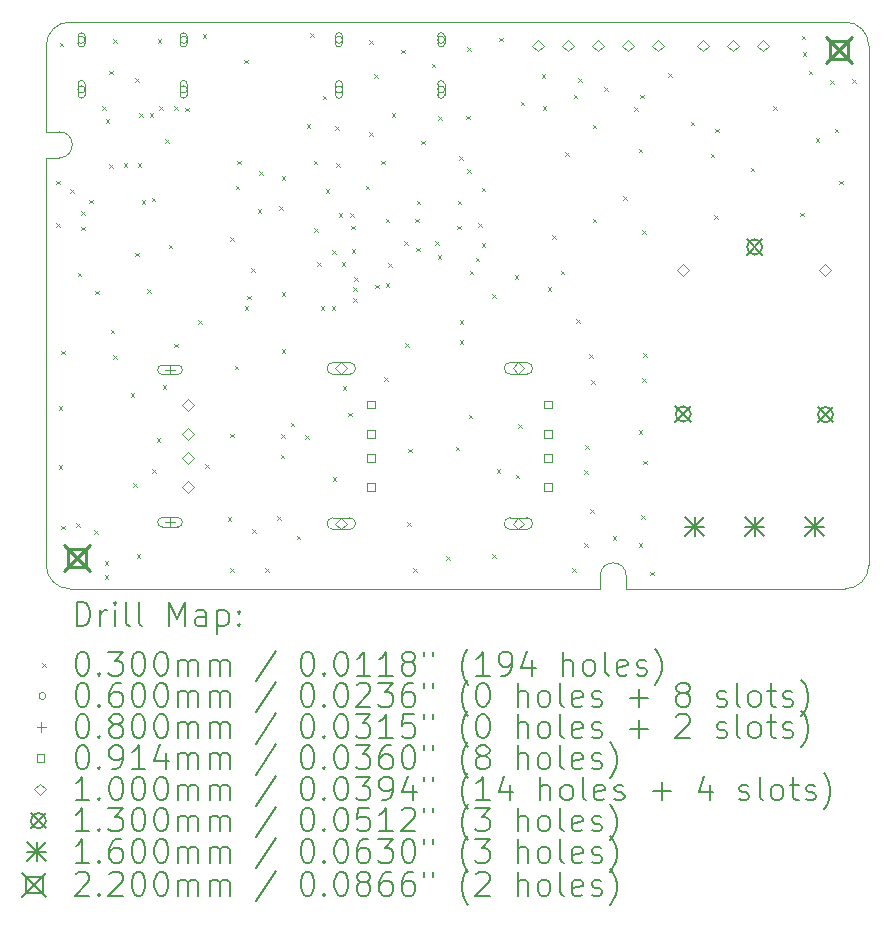
<source format=gbr>
%TF.GenerationSoftware,KiCad,Pcbnew,8.0.2*%
%TF.CreationDate,2024-05-22T22:07:16+08:00*%
%TF.ProjectId,pppc_usb_hub,70707063-5f75-4736-925f-6875622e6b69,rev?*%
%TF.SameCoordinates,Original*%
%TF.FileFunction,Drillmap*%
%TF.FilePolarity,Positive*%
%FSLAX45Y45*%
G04 Gerber Fmt 4.5, Leading zero omitted, Abs format (unit mm)*
G04 Created by KiCad (PCBNEW 8.0.2) date 2024-05-22 22:07:16*
%MOMM*%
%LPD*%
G01*
G04 APERTURE LIST*
%ADD10C,0.050000*%
%ADD11C,0.200000*%
%ADD12C,0.100000*%
%ADD13C,0.130000*%
%ADD14C,0.160000*%
%ADD15C,0.220000*%
G04 APERTURE END LIST*
D10*
X14903579Y-10370000D02*
G75*
G02*
X14703579Y-10569999I-199999J0D01*
G01*
X12630000Y-10460000D02*
X12630000Y-10570000D01*
X8140000Y-10570000D02*
G75*
G02*
X7940000Y-10370000I0J200000D01*
G01*
X8050000Y-6700000D02*
X7940000Y-6700000D01*
X7940000Y-6700000D02*
X7940000Y-5970000D01*
X7940000Y-10370000D02*
X7940000Y-6920000D01*
X12630000Y-10460000D02*
G75*
G02*
X12850000Y-10460000I110000J0D01*
G01*
X14903579Y-10370000D02*
X14903579Y-5970000D01*
X14703579Y-5770000D02*
G75*
G02*
X14903580Y-5970000I1J-200000D01*
G01*
X12850000Y-10570000D02*
X14590000Y-10570000D01*
X8140000Y-5770000D02*
X14703579Y-5770000D01*
X8050000Y-6920000D02*
X7940000Y-6920000D01*
X12850000Y-10460000D02*
X12850000Y-10570000D01*
X14590000Y-10570000D02*
X14703579Y-10570000D01*
X8050000Y-6700000D02*
G75*
G02*
X8050000Y-6920000I0J-110000D01*
G01*
X12630000Y-10570000D02*
X8140000Y-10570000D01*
X7940000Y-5970000D02*
G75*
G02*
X8140000Y-5770000I200000J0D01*
G01*
D11*
D12*
X8025000Y-7115000D02*
X8055000Y-7145000D01*
X8055000Y-7115000D02*
X8025000Y-7145000D01*
X8025000Y-7475000D02*
X8055000Y-7505000D01*
X8055000Y-7475000D02*
X8025000Y-7505000D01*
X8045000Y-9025000D02*
X8075000Y-9055000D01*
X8075000Y-9025000D02*
X8045000Y-9055000D01*
X8045000Y-9525000D02*
X8075000Y-9555000D01*
X8075000Y-9525000D02*
X8045000Y-9555000D01*
X8055000Y-5945000D02*
X8085000Y-5975000D01*
X8085000Y-5945000D02*
X8055000Y-5975000D01*
X8065000Y-8555000D02*
X8095000Y-8585000D01*
X8095000Y-8555000D02*
X8065000Y-8585000D01*
X8065000Y-10035000D02*
X8095000Y-10065000D01*
X8095000Y-10035000D02*
X8065000Y-10065000D01*
X8142500Y-7187500D02*
X8172500Y-7217500D01*
X8172500Y-7187500D02*
X8142500Y-7217500D01*
X8195000Y-10015000D02*
X8225000Y-10045000D01*
X8225000Y-10015000D02*
X8195000Y-10045000D01*
X8205000Y-7895000D02*
X8235000Y-7925000D01*
X8235000Y-7895000D02*
X8205000Y-7925000D01*
X8235000Y-7375000D02*
X8265000Y-7405000D01*
X8265000Y-7375000D02*
X8235000Y-7405000D01*
X8235000Y-7505000D02*
X8265000Y-7535000D01*
X8265000Y-7505000D02*
X8235000Y-7535000D01*
X8305000Y-7275000D02*
X8335000Y-7305000D01*
X8335000Y-7275000D02*
X8305000Y-7305000D01*
X8345000Y-10075000D02*
X8375000Y-10105000D01*
X8375000Y-10075000D02*
X8345000Y-10105000D01*
X8355000Y-8045000D02*
X8385000Y-8075000D01*
X8385000Y-8045000D02*
X8355000Y-8075000D01*
X8415000Y-6485000D02*
X8445000Y-6515000D01*
X8445000Y-6485000D02*
X8415000Y-6515000D01*
X8435000Y-10335000D02*
X8465000Y-10365000D01*
X8465000Y-10335000D02*
X8435000Y-10365000D01*
X8435000Y-10455000D02*
X8465000Y-10485000D01*
X8465000Y-10455000D02*
X8435000Y-10485000D01*
X8445000Y-6595000D02*
X8475000Y-6625000D01*
X8475000Y-6595000D02*
X8445000Y-6625000D01*
X8475000Y-6185000D02*
X8505000Y-6215000D01*
X8505000Y-6185000D02*
X8475000Y-6215000D01*
X8475000Y-6975000D02*
X8505000Y-7005000D01*
X8505000Y-6975000D02*
X8475000Y-7005000D01*
X8485000Y-8375000D02*
X8515000Y-8405000D01*
X8515000Y-8375000D02*
X8485000Y-8405000D01*
X8505000Y-5915000D02*
X8535000Y-5945000D01*
X8535000Y-5915000D02*
X8505000Y-5945000D01*
X8505000Y-8590000D02*
X8535000Y-8620000D01*
X8535000Y-8590000D02*
X8505000Y-8620000D01*
X8595000Y-6965000D02*
X8625000Y-6995000D01*
X8625000Y-6965000D02*
X8595000Y-6995000D01*
X8655000Y-8915000D02*
X8685000Y-8945000D01*
X8685000Y-8915000D02*
X8655000Y-8945000D01*
X8675000Y-9675000D02*
X8705000Y-9705000D01*
X8705000Y-9675000D02*
X8675000Y-9705000D01*
X8695000Y-6245000D02*
X8725000Y-6275000D01*
X8725000Y-6245000D02*
X8695000Y-6275000D01*
X8695000Y-7725000D02*
X8725000Y-7755000D01*
X8725000Y-7725000D02*
X8695000Y-7755000D01*
X8705000Y-10275000D02*
X8735000Y-10305000D01*
X8735000Y-10275000D02*
X8705000Y-10305000D01*
X8715000Y-6965000D02*
X8745000Y-6995000D01*
X8745000Y-6965000D02*
X8715000Y-6995000D01*
X8725000Y-6545000D02*
X8755000Y-6575000D01*
X8755000Y-6545000D02*
X8725000Y-6575000D01*
X8749297Y-7280703D02*
X8779297Y-7310703D01*
X8779297Y-7280703D02*
X8749297Y-7310703D01*
X8795000Y-8035000D02*
X8825000Y-8065000D01*
X8825000Y-8035000D02*
X8795000Y-8065000D01*
X8815000Y-6545000D02*
X8845000Y-6575000D01*
X8845000Y-6545000D02*
X8815000Y-6575000D01*
X8833498Y-7259051D02*
X8863498Y-7289051D01*
X8863498Y-7259051D02*
X8833498Y-7289051D01*
X8835000Y-9555000D02*
X8865000Y-9585000D01*
X8865000Y-9555000D02*
X8835000Y-9585000D01*
X8875000Y-9295000D02*
X8905000Y-9325000D01*
X8905000Y-9295000D02*
X8875000Y-9325000D01*
X8885000Y-5915000D02*
X8915000Y-5945000D01*
X8915000Y-5915000D02*
X8885000Y-5945000D01*
X8895000Y-6485000D02*
X8925000Y-6515000D01*
X8925000Y-6485000D02*
X8895000Y-6515000D01*
X8925000Y-8845000D02*
X8955000Y-8875000D01*
X8955000Y-8845000D02*
X8925000Y-8875000D01*
X8945000Y-6765000D02*
X8975000Y-6795000D01*
X8975000Y-6765000D02*
X8945000Y-6795000D01*
X8975000Y-7655000D02*
X9005000Y-7685000D01*
X9005000Y-7655000D02*
X8975000Y-7685000D01*
X9025000Y-6485000D02*
X9055000Y-6515000D01*
X9055000Y-6485000D02*
X9025000Y-6515000D01*
X9025000Y-8495000D02*
X9055000Y-8525000D01*
X9055000Y-8495000D02*
X9025000Y-8525000D01*
X9115000Y-6495000D02*
X9145000Y-6525000D01*
X9145000Y-6495000D02*
X9115000Y-6525000D01*
X9225000Y-8295000D02*
X9255000Y-8325000D01*
X9255000Y-8295000D02*
X9225000Y-8325000D01*
X9265000Y-5875000D02*
X9295000Y-5905000D01*
X9295000Y-5875000D02*
X9265000Y-5905000D01*
X9285000Y-9515000D02*
X9315000Y-9545000D01*
X9315000Y-9515000D02*
X9285000Y-9545000D01*
X9475000Y-9965000D02*
X9505000Y-9995000D01*
X9505000Y-9965000D02*
X9475000Y-9995000D01*
X9495000Y-7595000D02*
X9525000Y-7625000D01*
X9525000Y-7595000D02*
X9495000Y-7625000D01*
X9495000Y-9255000D02*
X9525000Y-9285000D01*
X9525000Y-9255000D02*
X9495000Y-9285000D01*
X9495000Y-10395000D02*
X9525000Y-10425000D01*
X9525000Y-10395000D02*
X9495000Y-10425000D01*
X9535000Y-8680000D02*
X9565000Y-8710000D01*
X9565000Y-8680000D02*
X9535000Y-8710000D01*
X9545000Y-7155000D02*
X9575000Y-7185000D01*
X9575000Y-7155000D02*
X9545000Y-7185000D01*
X9555000Y-6945000D02*
X9585000Y-6975000D01*
X9585000Y-6945000D02*
X9555000Y-6975000D01*
X9615000Y-6090000D02*
X9645000Y-6120000D01*
X9645000Y-6090000D02*
X9615000Y-6120000D01*
X9620553Y-8175000D02*
X9650553Y-8205000D01*
X9650553Y-8175000D02*
X9620553Y-8205000D01*
X9640703Y-8089297D02*
X9670703Y-8119297D01*
X9670703Y-8089297D02*
X9640703Y-8119297D01*
X9675000Y-7855000D02*
X9705000Y-7885000D01*
X9705000Y-7855000D02*
X9675000Y-7885000D01*
X9685000Y-10065000D02*
X9715000Y-10095000D01*
X9715000Y-10065000D02*
X9685000Y-10095000D01*
X9730000Y-7355000D02*
X9760000Y-7385000D01*
X9760000Y-7355000D02*
X9730000Y-7385000D01*
X9745000Y-7035000D02*
X9775000Y-7065000D01*
X9775000Y-7035000D02*
X9745000Y-7065000D01*
X9795000Y-10395000D02*
X9825000Y-10425000D01*
X9825000Y-10395000D02*
X9795000Y-10425000D01*
X9895000Y-9955000D02*
X9925000Y-9985000D01*
X9925000Y-9955000D02*
X9895000Y-9985000D01*
X9910000Y-7328865D02*
X9940000Y-7358865D01*
X9940000Y-7328865D02*
X9910000Y-7358865D01*
X9925000Y-9435000D02*
X9955000Y-9465000D01*
X9955000Y-9435000D02*
X9925000Y-9465000D01*
X9930000Y-9260000D02*
X9960000Y-9290000D01*
X9960000Y-9260000D02*
X9930000Y-9290000D01*
X9935000Y-7075000D02*
X9965000Y-7105000D01*
X9965000Y-7075000D02*
X9935000Y-7105000D01*
X9935000Y-8060000D02*
X9965000Y-8090000D01*
X9965000Y-8060000D02*
X9935000Y-8090000D01*
X9935000Y-8540000D02*
X9965000Y-8570000D01*
X9965000Y-8540000D02*
X9935000Y-8570000D01*
X10010000Y-9165000D02*
X10040000Y-9195000D01*
X10040000Y-9165000D02*
X10010000Y-9195000D01*
X10060835Y-10120070D02*
X10090835Y-10150070D01*
X10090835Y-10120070D02*
X10060835Y-10150070D01*
X10130000Y-9270000D02*
X10160000Y-9300000D01*
X10160000Y-9270000D02*
X10130000Y-9300000D01*
X10145000Y-6635000D02*
X10175000Y-6665000D01*
X10175000Y-6635000D02*
X10145000Y-6665000D01*
X10175000Y-5865000D02*
X10205000Y-5895000D01*
X10205000Y-5865000D02*
X10175000Y-5895000D01*
X10205000Y-6945000D02*
X10235000Y-6975000D01*
X10235000Y-6945000D02*
X10205000Y-6975000D01*
X10210000Y-7515000D02*
X10240000Y-7545000D01*
X10240000Y-7515000D02*
X10210000Y-7545000D01*
X10235000Y-7805000D02*
X10265000Y-7835000D01*
X10265000Y-7805000D02*
X10235000Y-7835000D01*
X10265000Y-8175010D02*
X10295000Y-8205010D01*
X10295000Y-8175010D02*
X10265000Y-8205010D01*
X10280000Y-6395000D02*
X10310000Y-6425000D01*
X10310000Y-6395000D02*
X10280000Y-6425000D01*
X10305000Y-7185000D02*
X10335000Y-7215000D01*
X10335000Y-7185000D02*
X10305000Y-7215000D01*
X10355000Y-8175000D02*
X10385000Y-8205000D01*
X10385000Y-8175000D02*
X10355000Y-8205000D01*
X10360000Y-7705000D02*
X10390000Y-7735000D01*
X10390000Y-7705000D02*
X10360000Y-7735000D01*
X10365000Y-9625000D02*
X10395000Y-9655000D01*
X10395000Y-9625000D02*
X10365000Y-9655000D01*
X10385000Y-6655000D02*
X10415000Y-6685000D01*
X10415000Y-6655000D02*
X10385000Y-6685000D01*
X10395000Y-6965000D02*
X10425000Y-6995000D01*
X10425000Y-6965000D02*
X10395000Y-6995000D01*
X10415000Y-7390000D02*
X10445000Y-7420000D01*
X10445000Y-7390000D02*
X10415000Y-7420000D01*
X10440000Y-7805000D02*
X10470000Y-7835000D01*
X10470000Y-7805000D02*
X10440000Y-7835000D01*
X10450000Y-8855000D02*
X10480000Y-8885000D01*
X10480000Y-8855000D02*
X10450000Y-8885000D01*
X10495000Y-9080000D02*
X10525000Y-9110000D01*
X10525000Y-9080000D02*
X10495000Y-9110000D01*
X10515000Y-7390000D02*
X10545000Y-7420000D01*
X10545000Y-7390000D02*
X10515000Y-7420000D01*
X10520000Y-7495000D02*
X10550000Y-7525000D01*
X10550000Y-7495000D02*
X10520000Y-7525000D01*
X10525000Y-7695000D02*
X10555000Y-7725000D01*
X10555000Y-7695000D02*
X10525000Y-7725000D01*
X10540000Y-8110000D02*
X10570000Y-8140000D01*
X10570000Y-8110000D02*
X10540000Y-8140000D01*
X10540074Y-8014926D02*
X10570074Y-8044926D01*
X10570074Y-8014926D02*
X10540074Y-8044926D01*
X10545000Y-7930000D02*
X10575000Y-7960000D01*
X10575000Y-7930000D02*
X10545000Y-7960000D01*
X10645000Y-7155000D02*
X10675000Y-7185000D01*
X10675000Y-7155000D02*
X10645000Y-7185000D01*
X10675000Y-5925000D02*
X10705000Y-5955000D01*
X10705000Y-5925000D02*
X10675000Y-5955000D01*
X10675000Y-6705000D02*
X10705000Y-6735000D01*
X10705000Y-6705000D02*
X10675000Y-6735000D01*
X10715000Y-6215000D02*
X10745000Y-6245000D01*
X10745000Y-6215000D02*
X10715000Y-6245000D01*
X10725000Y-7995000D02*
X10755000Y-8025000D01*
X10755000Y-7995000D02*
X10725000Y-8025000D01*
X10775000Y-6945000D02*
X10805000Y-6975000D01*
X10805000Y-6945000D02*
X10775000Y-6975000D01*
X10800000Y-8780000D02*
X10830000Y-8810000D01*
X10830000Y-8780000D02*
X10800000Y-8810000D01*
X10814255Y-7984348D02*
X10844255Y-8014348D01*
X10844255Y-7984348D02*
X10814255Y-8014348D01*
X10815000Y-7435000D02*
X10845000Y-7465000D01*
X10845000Y-7435000D02*
X10815000Y-7465000D01*
X10835000Y-7815000D02*
X10865000Y-7845000D01*
X10865000Y-7815000D02*
X10835000Y-7845000D01*
X10865000Y-6545000D02*
X10895000Y-6575000D01*
X10895000Y-6545000D02*
X10865000Y-6575000D01*
X10945000Y-6005000D02*
X10975000Y-6035000D01*
X10975000Y-6005000D02*
X10945000Y-6035000D01*
X10970000Y-7625000D02*
X11000000Y-7655000D01*
X11000000Y-7625000D02*
X10970000Y-7655000D01*
X10980000Y-8490000D02*
X11010000Y-8520000D01*
X11010000Y-8490000D02*
X10980000Y-8520000D01*
X10995000Y-10005000D02*
X11025000Y-10035000D01*
X11025000Y-10005000D02*
X10995000Y-10035000D01*
X11005000Y-9385000D02*
X11035000Y-9415000D01*
X11035000Y-9385000D02*
X11005000Y-9415000D01*
X11045000Y-10395000D02*
X11075000Y-10425000D01*
X11075000Y-10395000D02*
X11045000Y-10425000D01*
X11065000Y-7435000D02*
X11095000Y-7465000D01*
X11095000Y-7435000D02*
X11065000Y-7465000D01*
X11070000Y-7680000D02*
X11100000Y-7710000D01*
X11100000Y-7680000D02*
X11070000Y-7710000D01*
X11075000Y-7285000D02*
X11105000Y-7315000D01*
X11105000Y-7285000D02*
X11075000Y-7315000D01*
X11115000Y-6775000D02*
X11145000Y-6805000D01*
X11145000Y-6775000D02*
X11115000Y-6805000D01*
X11205000Y-6125000D02*
X11235000Y-6155000D01*
X11235000Y-6125000D02*
X11205000Y-6155000D01*
X11235000Y-7625000D02*
X11265000Y-7655000D01*
X11265000Y-7625000D02*
X11235000Y-7655000D01*
X11255000Y-7745000D02*
X11285000Y-7775000D01*
X11285000Y-7745000D02*
X11255000Y-7775000D01*
X11260000Y-6570000D02*
X11290000Y-6600000D01*
X11290000Y-6570000D02*
X11260000Y-6600000D01*
X11325000Y-10295000D02*
X11355000Y-10325000D01*
X11355000Y-10295000D02*
X11325000Y-10325000D01*
X11405000Y-9365000D02*
X11435000Y-9395000D01*
X11435000Y-9365000D02*
X11405000Y-9395000D01*
X11420000Y-7495000D02*
X11450000Y-7525000D01*
X11450000Y-7495000D02*
X11420000Y-7525000D01*
X11425000Y-7285000D02*
X11455000Y-7315000D01*
X11455000Y-7285000D02*
X11425000Y-7315000D01*
X11435000Y-6905000D02*
X11465000Y-6935000D01*
X11465000Y-6905000D02*
X11435000Y-6935000D01*
X11440000Y-8295000D02*
X11470000Y-8325000D01*
X11470000Y-8295000D02*
X11440000Y-8325000D01*
X11440000Y-8465000D02*
X11470000Y-8495000D01*
X11470000Y-8465000D02*
X11440000Y-8495000D01*
X11495000Y-6565000D02*
X11525000Y-6595000D01*
X11525000Y-6565000D02*
X11495000Y-6595000D01*
X11505000Y-5985000D02*
X11535000Y-6015000D01*
X11535000Y-5985000D02*
X11505000Y-6015000D01*
X11505000Y-7015000D02*
X11535000Y-7045000D01*
X11535000Y-7015000D02*
X11505000Y-7045000D01*
X11515313Y-9094687D02*
X11545313Y-9124687D01*
X11545313Y-9094687D02*
X11515313Y-9124687D01*
X11525000Y-7875000D02*
X11555000Y-7905000D01*
X11555000Y-7875000D02*
X11525000Y-7905000D01*
X11575000Y-7765000D02*
X11605000Y-7795000D01*
X11605000Y-7765000D02*
X11575000Y-7795000D01*
X11595000Y-7475000D02*
X11625000Y-7505000D01*
X11625000Y-7475000D02*
X11595000Y-7505000D01*
X11625000Y-7175000D02*
X11655000Y-7205000D01*
X11655000Y-7175000D02*
X11625000Y-7205000D01*
X11625000Y-7645000D02*
X11655000Y-7675000D01*
X11655000Y-7645000D02*
X11625000Y-7675000D01*
X11715000Y-8075000D02*
X11745000Y-8105000D01*
X11745000Y-8075000D02*
X11715000Y-8105000D01*
X11715000Y-10275000D02*
X11745000Y-10305000D01*
X11745000Y-10275000D02*
X11715000Y-10305000D01*
X11755000Y-9555000D02*
X11785000Y-9585000D01*
X11785000Y-9555000D02*
X11755000Y-9585000D01*
X11775000Y-5905000D02*
X11805000Y-5935000D01*
X11805000Y-5905000D02*
X11775000Y-5935000D01*
X11905000Y-7915000D02*
X11935000Y-7945000D01*
X11935000Y-7915000D02*
X11905000Y-7945000D01*
X11915000Y-9605000D02*
X11945000Y-9635000D01*
X11945000Y-9605000D02*
X11915000Y-9635000D01*
X11935000Y-9175000D02*
X11965000Y-9205000D01*
X11965000Y-9175000D02*
X11935000Y-9205000D01*
X11955000Y-6445000D02*
X11985000Y-6475000D01*
X11985000Y-6445000D02*
X11955000Y-6475000D01*
X12135000Y-6215000D02*
X12165000Y-6245000D01*
X12165000Y-6215000D02*
X12135000Y-6245000D01*
X12145000Y-6485000D02*
X12175000Y-6515000D01*
X12175000Y-6485000D02*
X12145000Y-6515000D01*
X12185000Y-8015000D02*
X12215000Y-8045000D01*
X12215000Y-8015000D02*
X12185000Y-8045000D01*
X12225000Y-7575000D02*
X12255000Y-7605000D01*
X12255000Y-7575000D02*
X12225000Y-7605000D01*
X12295000Y-7875000D02*
X12325000Y-7905000D01*
X12325000Y-7875000D02*
X12295000Y-7905000D01*
X12335000Y-6875000D02*
X12365000Y-6905000D01*
X12365000Y-6875000D02*
X12335000Y-6905000D01*
X12395000Y-10395000D02*
X12425000Y-10425000D01*
X12425000Y-10395000D02*
X12395000Y-10425000D01*
X12405000Y-6385000D02*
X12435000Y-6415000D01*
X12435000Y-6385000D02*
X12405000Y-6415000D01*
X12425000Y-8285000D02*
X12455000Y-8315000D01*
X12455000Y-8285000D02*
X12425000Y-8315000D01*
X12445000Y-6245000D02*
X12475000Y-6275000D01*
X12475000Y-6245000D02*
X12445000Y-6275000D01*
X12495000Y-9565000D02*
X12525000Y-9595000D01*
X12525000Y-9565000D02*
X12495000Y-9595000D01*
X12495000Y-10185000D02*
X12525000Y-10215000D01*
X12525000Y-10185000D02*
X12495000Y-10215000D01*
X12505000Y-9355000D02*
X12535000Y-9385000D01*
X12535000Y-9355000D02*
X12505000Y-9385000D01*
X12535000Y-8585000D02*
X12565000Y-8615000D01*
X12565000Y-8585000D02*
X12535000Y-8615000D01*
X12545000Y-9895000D02*
X12575000Y-9925000D01*
X12575000Y-9895000D02*
X12545000Y-9925000D01*
X12555000Y-8805000D02*
X12585000Y-8835000D01*
X12585000Y-8805000D02*
X12555000Y-8835000D01*
X12565000Y-6640000D02*
X12595000Y-6670000D01*
X12595000Y-6640000D02*
X12565000Y-6670000D01*
X12565000Y-7435000D02*
X12595000Y-7465000D01*
X12595000Y-7435000D02*
X12565000Y-7465000D01*
X12665000Y-6325000D02*
X12695000Y-6355000D01*
X12695000Y-6325000D02*
X12665000Y-6355000D01*
X12735000Y-10125000D02*
X12765000Y-10155000D01*
X12765000Y-10125000D02*
X12735000Y-10155000D01*
X12825000Y-7245000D02*
X12855000Y-7275000D01*
X12855000Y-7245000D02*
X12825000Y-7275000D01*
X12920000Y-6490000D02*
X12950000Y-6520000D01*
X12950000Y-6490000D02*
X12920000Y-6520000D01*
X12955000Y-6845000D02*
X12985000Y-6875000D01*
X12985000Y-6845000D02*
X12955000Y-6875000D01*
X12955000Y-9225000D02*
X12985000Y-9255000D01*
X12985000Y-9225000D02*
X12955000Y-9255000D01*
X12955000Y-10185000D02*
X12985000Y-10215000D01*
X12985000Y-10185000D02*
X12955000Y-10215000D01*
X12970000Y-6385000D02*
X13000000Y-6415000D01*
X13000000Y-6385000D02*
X12970000Y-6415000D01*
X12975000Y-9945000D02*
X13005000Y-9975000D01*
X13005000Y-9945000D02*
X12975000Y-9975000D01*
X12985000Y-7535000D02*
X13015000Y-7565000D01*
X13015000Y-7535000D02*
X12985000Y-7565000D01*
X12985000Y-8785000D02*
X13015000Y-8815000D01*
X13015000Y-8785000D02*
X12985000Y-8815000D01*
X12995000Y-8575000D02*
X13025000Y-8605000D01*
X13025000Y-8575000D02*
X12995000Y-8605000D01*
X12995000Y-9485000D02*
X13025000Y-9515000D01*
X13025000Y-9485000D02*
X12995000Y-9515000D01*
X13055000Y-10425000D02*
X13085000Y-10455000D01*
X13085000Y-10425000D02*
X13055000Y-10455000D01*
X13205000Y-6205000D02*
X13235000Y-6235000D01*
X13235000Y-6205000D02*
X13205000Y-6235000D01*
X13395000Y-6615000D02*
X13425000Y-6645000D01*
X13425000Y-6615000D02*
X13395000Y-6645000D01*
X13565000Y-6885000D02*
X13595000Y-6915000D01*
X13595000Y-6885000D02*
X13565000Y-6915000D01*
X13595000Y-7405000D02*
X13625000Y-7435000D01*
X13625000Y-7405000D02*
X13595000Y-7435000D01*
X13605000Y-6675000D02*
X13635000Y-6705000D01*
X13635000Y-6675000D02*
X13605000Y-6705000D01*
X13905000Y-7005000D02*
X13935000Y-7035000D01*
X13935000Y-7005000D02*
X13905000Y-7035000D01*
X14095000Y-6485000D02*
X14125000Y-6515000D01*
X14125000Y-6485000D02*
X14095000Y-6515000D01*
X14325000Y-7385000D02*
X14355000Y-7415000D01*
X14355000Y-7385000D02*
X14325000Y-7415000D01*
X14335000Y-5885000D02*
X14365000Y-5915000D01*
X14365000Y-5885000D02*
X14335000Y-5915000D01*
X14345000Y-6025000D02*
X14375000Y-6055000D01*
X14375000Y-6025000D02*
X14345000Y-6055000D01*
X14395000Y-6185000D02*
X14425000Y-6215000D01*
X14425000Y-6185000D02*
X14395000Y-6215000D01*
X14455000Y-6755000D02*
X14485000Y-6785000D01*
X14485000Y-6755000D02*
X14455000Y-6785000D01*
X14575000Y-6265000D02*
X14605000Y-6295000D01*
X14605000Y-6265000D02*
X14575000Y-6295000D01*
X14615000Y-6675000D02*
X14645000Y-6705000D01*
X14645000Y-6675000D02*
X14615000Y-6705000D01*
X14655000Y-7115000D02*
X14685000Y-7145000D01*
X14685000Y-7115000D02*
X14655000Y-7145000D01*
X14765000Y-6255000D02*
X14795000Y-6285000D01*
X14795000Y-6255000D02*
X14765000Y-6285000D01*
X8267500Y-5921350D02*
G75*
G02*
X8207500Y-5921350I-30000J0D01*
G01*
X8207500Y-5921350D02*
G75*
G02*
X8267500Y-5921350I30000J0D01*
G01*
X8267500Y-5951350D02*
X8267500Y-5891350D01*
X8207500Y-5891350D02*
G75*
G02*
X8267500Y-5891350I30000J0D01*
G01*
X8207500Y-5891350D02*
X8207500Y-5951350D01*
X8207500Y-5951350D02*
G75*
G03*
X8267500Y-5951350I30000J0D01*
G01*
X8267500Y-6341360D02*
G75*
G02*
X8207500Y-6341360I-30000J0D01*
G01*
X8207500Y-6341360D02*
G75*
G02*
X8267500Y-6341360I30000J0D01*
G01*
X8267500Y-6386360D02*
X8267500Y-6296360D01*
X8207500Y-6296360D02*
G75*
G02*
X8267500Y-6296360I30000J0D01*
G01*
X8207500Y-6296360D02*
X8207500Y-6386360D01*
X8207500Y-6386360D02*
G75*
G03*
X8267500Y-6386360I30000J0D01*
G01*
X9132500Y-5921350D02*
G75*
G02*
X9072500Y-5921350I-30000J0D01*
G01*
X9072500Y-5921350D02*
G75*
G02*
X9132500Y-5921350I30000J0D01*
G01*
X9132500Y-5951350D02*
X9132500Y-5891350D01*
X9072500Y-5891350D02*
G75*
G02*
X9132500Y-5891350I30000J0D01*
G01*
X9072500Y-5891350D02*
X9072500Y-5951350D01*
X9072500Y-5951350D02*
G75*
G03*
X9132500Y-5951350I30000J0D01*
G01*
X9132500Y-6341360D02*
G75*
G02*
X9072500Y-6341360I-30000J0D01*
G01*
X9072500Y-6341360D02*
G75*
G02*
X9132500Y-6341360I30000J0D01*
G01*
X9132500Y-6386360D02*
X9132500Y-6296360D01*
X9072500Y-6296360D02*
G75*
G02*
X9132500Y-6296360I30000J0D01*
G01*
X9072500Y-6296360D02*
X9072500Y-6386360D01*
X9072500Y-6386360D02*
G75*
G03*
X9132500Y-6386360I30000J0D01*
G01*
X10447500Y-5921350D02*
G75*
G02*
X10387500Y-5921350I-30000J0D01*
G01*
X10387500Y-5921350D02*
G75*
G02*
X10447500Y-5921350I30000J0D01*
G01*
X10447500Y-5951350D02*
X10447500Y-5891350D01*
X10387500Y-5891350D02*
G75*
G02*
X10447500Y-5891350I30000J0D01*
G01*
X10387500Y-5891350D02*
X10387500Y-5951350D01*
X10387500Y-5951350D02*
G75*
G03*
X10447500Y-5951350I30000J0D01*
G01*
X10447500Y-6341360D02*
G75*
G02*
X10387500Y-6341360I-30000J0D01*
G01*
X10387500Y-6341360D02*
G75*
G02*
X10447500Y-6341360I30000J0D01*
G01*
X10447500Y-6386360D02*
X10447500Y-6296360D01*
X10387500Y-6296360D02*
G75*
G02*
X10447500Y-6296360I30000J0D01*
G01*
X10387500Y-6296360D02*
X10387500Y-6386360D01*
X10387500Y-6386360D02*
G75*
G03*
X10447500Y-6386360I30000J0D01*
G01*
X11312500Y-5921350D02*
G75*
G02*
X11252500Y-5921350I-30000J0D01*
G01*
X11252500Y-5921350D02*
G75*
G02*
X11312500Y-5921350I30000J0D01*
G01*
X11312500Y-5951350D02*
X11312500Y-5891350D01*
X11252500Y-5891350D02*
G75*
G02*
X11312500Y-5891350I30000J0D01*
G01*
X11252500Y-5891350D02*
X11252500Y-5951350D01*
X11252500Y-5951350D02*
G75*
G03*
X11312500Y-5951350I30000J0D01*
G01*
X11312500Y-6341360D02*
G75*
G02*
X11252500Y-6341360I-30000J0D01*
G01*
X11252500Y-6341360D02*
G75*
G02*
X11312500Y-6341360I30000J0D01*
G01*
X11312500Y-6386360D02*
X11312500Y-6296360D01*
X11252500Y-6296360D02*
G75*
G02*
X11312500Y-6296360I30000J0D01*
G01*
X11252500Y-6296360D02*
X11252500Y-6386360D01*
X11252500Y-6386360D02*
G75*
G03*
X11312500Y-6386360I30000J0D01*
G01*
X8987380Y-8675020D02*
X8987380Y-8755020D01*
X8947380Y-8715020D02*
X9027380Y-8715020D01*
X8922380Y-8755020D02*
X9052380Y-8755020D01*
X9052380Y-8675020D02*
G75*
G02*
X9052380Y-8755020I0J-40000D01*
G01*
X9052380Y-8675020D02*
X8922380Y-8675020D01*
X8922380Y-8675020D02*
G75*
G03*
X8922380Y-8755020I0J-40000D01*
G01*
X8987380Y-9965000D02*
X8987380Y-10045000D01*
X8947380Y-10005000D02*
X9027380Y-10005000D01*
X8922380Y-10045000D02*
X9052380Y-10045000D01*
X9052380Y-9965000D02*
G75*
G02*
X9052380Y-10045000I0J-40000D01*
G01*
X9052380Y-9965000D02*
X8922380Y-9965000D01*
X8922380Y-9965000D02*
G75*
G03*
X8922380Y-10045000I0J-40000D01*
G01*
X10719729Y-9042329D02*
X10719729Y-8977671D01*
X10655071Y-8977671D01*
X10655071Y-9042329D01*
X10719729Y-9042329D01*
X10719729Y-9292259D02*
X10719729Y-9227601D01*
X10655071Y-9227601D01*
X10655071Y-9292259D01*
X10719729Y-9292259D01*
X10719729Y-9492419D02*
X10719729Y-9427761D01*
X10655071Y-9427761D01*
X10655071Y-9492419D01*
X10719729Y-9492419D01*
X10719729Y-9742349D02*
X10719729Y-9677691D01*
X10655071Y-9677691D01*
X10655071Y-9742349D01*
X10719729Y-9742349D01*
X12219729Y-9042329D02*
X12219729Y-8977671D01*
X12155071Y-8977671D01*
X12155071Y-9042329D01*
X12219729Y-9042329D01*
X12219729Y-9292259D02*
X12219729Y-9227601D01*
X12155071Y-9227601D01*
X12155071Y-9292259D01*
X12219729Y-9292259D01*
X12219729Y-9492419D02*
X12219729Y-9427761D01*
X12155071Y-9427761D01*
X12155071Y-9492419D01*
X12219729Y-9492419D01*
X12219729Y-9742349D02*
X12219729Y-9677691D01*
X12155071Y-9677691D01*
X12155071Y-9742349D01*
X12219729Y-9742349D01*
X9137400Y-9060010D02*
X9187400Y-9010010D01*
X9137400Y-8960010D01*
X9087400Y-9010010D01*
X9137400Y-9060010D01*
X9137400Y-9310020D02*
X9187400Y-9260020D01*
X9137400Y-9210020D01*
X9087400Y-9260020D01*
X9137400Y-9310020D01*
X9137400Y-9510020D02*
X9187400Y-9460020D01*
X9137400Y-9410020D01*
X9087400Y-9460020D01*
X9137400Y-9510020D01*
X9137400Y-9760010D02*
X9187400Y-9710010D01*
X9137400Y-9660010D01*
X9087400Y-9710010D01*
X9137400Y-9760010D01*
X10437380Y-8753010D02*
X10487380Y-8703010D01*
X10437380Y-8653010D01*
X10387380Y-8703010D01*
X10437380Y-8753010D01*
X10507380Y-8653010D02*
X10367380Y-8653010D01*
X10367380Y-8753010D02*
G75*
G02*
X10367380Y-8653010I0J50000D01*
G01*
X10367380Y-8753010D02*
X10507380Y-8753010D01*
X10507380Y-8753010D02*
G75*
G03*
X10507380Y-8653010I0J50000D01*
G01*
X10437380Y-10067010D02*
X10487380Y-10017010D01*
X10437380Y-9967010D01*
X10387380Y-10017010D01*
X10437380Y-10067010D01*
X10367380Y-10067010D02*
X10507380Y-10067010D01*
X10507380Y-9967010D02*
G75*
G02*
X10507380Y-10067010I0J-50000D01*
G01*
X10507380Y-9967010D02*
X10367380Y-9967010D01*
X10367380Y-9967010D02*
G75*
G03*
X10367380Y-10067010I0J-50000D01*
G01*
X11937380Y-8753010D02*
X11987380Y-8703010D01*
X11937380Y-8653010D01*
X11887380Y-8703010D01*
X11937380Y-8753010D01*
X12007380Y-8653010D02*
X11867380Y-8653010D01*
X11867380Y-8753010D02*
G75*
G02*
X11867380Y-8653010I0J50000D01*
G01*
X11867380Y-8753010D02*
X12007380Y-8753010D01*
X12007380Y-8753010D02*
G75*
G03*
X12007380Y-8653010I0J50000D01*
G01*
X11937380Y-10067010D02*
X11987380Y-10017010D01*
X11937380Y-9967010D01*
X11887380Y-10017010D01*
X11937380Y-10067010D01*
X11867380Y-10067010D02*
X12007380Y-10067010D01*
X12007380Y-9967010D02*
G75*
G02*
X12007380Y-10067010I0J-50000D01*
G01*
X12007380Y-9967010D02*
X11867380Y-9967010D01*
X11867380Y-9967010D02*
G75*
G03*
X11867380Y-10067010I0J-50000D01*
G01*
X12102000Y-6020000D02*
X12152000Y-5970000D01*
X12102000Y-5920000D01*
X12052000Y-5970000D01*
X12102000Y-6020000D01*
X12356000Y-6020000D02*
X12406000Y-5970000D01*
X12356000Y-5920000D01*
X12306000Y-5970000D01*
X12356000Y-6020000D01*
X12610000Y-6020000D02*
X12660000Y-5970000D01*
X12610000Y-5920000D01*
X12560000Y-5970000D01*
X12610000Y-6020000D01*
X12864000Y-6020000D02*
X12914000Y-5970000D01*
X12864000Y-5920000D01*
X12814000Y-5970000D01*
X12864000Y-6020000D01*
X13118000Y-6020000D02*
X13168000Y-5970000D01*
X13118000Y-5920000D01*
X13068000Y-5970000D01*
X13118000Y-6020000D01*
X13332000Y-7919801D02*
X13382000Y-7869801D01*
X13332000Y-7819801D01*
X13282000Y-7869801D01*
X13332000Y-7919801D01*
X13500000Y-6020000D02*
X13550000Y-5970000D01*
X13500000Y-5920000D01*
X13450000Y-5970000D01*
X13500000Y-6020000D01*
X13754000Y-6020000D02*
X13804000Y-5970000D01*
X13754000Y-5920000D01*
X13704000Y-5970000D01*
X13754000Y-6020000D01*
X14008000Y-6020000D02*
X14058000Y-5970000D01*
X14008000Y-5920000D01*
X13958000Y-5970000D01*
X14008000Y-6020000D01*
X14532000Y-7919801D02*
X14582000Y-7869801D01*
X14532000Y-7819801D01*
X14482000Y-7869801D01*
X14532000Y-7919801D01*
D13*
X13267000Y-9024801D02*
X13397000Y-9154801D01*
X13397000Y-9024801D02*
X13267000Y-9154801D01*
X13397000Y-9089801D02*
G75*
G02*
X13267000Y-9089801I-65000J0D01*
G01*
X13267000Y-9089801D02*
G75*
G02*
X13397000Y-9089801I65000J0D01*
G01*
X13872000Y-7609801D02*
X14002000Y-7739801D01*
X14002000Y-7609801D02*
X13872000Y-7739801D01*
X14002000Y-7674801D02*
G75*
G02*
X13872000Y-7674801I-65000J0D01*
G01*
X13872000Y-7674801D02*
G75*
G02*
X14002000Y-7674801I65000J0D01*
G01*
X14472000Y-9029801D02*
X14602000Y-9159801D01*
X14602000Y-9029801D02*
X14472000Y-9159801D01*
X14602000Y-9094801D02*
G75*
G02*
X14472000Y-9094801I-65000J0D01*
G01*
X14472000Y-9094801D02*
G75*
G02*
X14602000Y-9094801I65000J0D01*
G01*
D14*
X13349000Y-9965000D02*
X13509000Y-10125000D01*
X13509000Y-9965000D02*
X13349000Y-10125000D01*
X13429000Y-9965000D02*
X13429000Y-10125000D01*
X13349000Y-10045000D02*
X13509000Y-10045000D01*
X13857000Y-9965000D02*
X14017000Y-10125000D01*
X14017000Y-9965000D02*
X13857000Y-10125000D01*
X13937000Y-9965000D02*
X13937000Y-10125000D01*
X13857000Y-10045000D02*
X14017000Y-10045000D01*
X14365000Y-9965000D02*
X14525000Y-10125000D01*
X14525000Y-9965000D02*
X14365000Y-10125000D01*
X14445000Y-9965000D02*
X14445000Y-10125000D01*
X14365000Y-10045000D02*
X14525000Y-10045000D01*
D15*
X8090000Y-10200000D02*
X8310000Y-10420000D01*
X8310000Y-10200000D02*
X8090000Y-10420000D01*
X8277782Y-10387783D02*
X8277782Y-10232218D01*
X8122217Y-10232218D01*
X8122217Y-10387783D01*
X8277782Y-10387783D01*
X14540000Y-5900000D02*
X14760000Y-6120000D01*
X14760000Y-5900000D02*
X14540000Y-6120000D01*
X14727782Y-6087782D02*
X14727782Y-5932217D01*
X14572217Y-5932217D01*
X14572217Y-6087782D01*
X14727782Y-6087782D01*
D11*
X8198277Y-10883984D02*
X8198277Y-10683984D01*
X8198277Y-10683984D02*
X8245896Y-10683984D01*
X8245896Y-10683984D02*
X8274467Y-10693508D01*
X8274467Y-10693508D02*
X8293515Y-10712555D01*
X8293515Y-10712555D02*
X8303039Y-10731603D01*
X8303039Y-10731603D02*
X8312562Y-10769698D01*
X8312562Y-10769698D02*
X8312562Y-10798270D01*
X8312562Y-10798270D02*
X8303039Y-10836365D01*
X8303039Y-10836365D02*
X8293515Y-10855412D01*
X8293515Y-10855412D02*
X8274467Y-10874460D01*
X8274467Y-10874460D02*
X8245896Y-10883984D01*
X8245896Y-10883984D02*
X8198277Y-10883984D01*
X8398277Y-10883984D02*
X8398277Y-10750650D01*
X8398277Y-10788746D02*
X8407801Y-10769698D01*
X8407801Y-10769698D02*
X8417324Y-10760174D01*
X8417324Y-10760174D02*
X8436372Y-10750650D01*
X8436372Y-10750650D02*
X8455420Y-10750650D01*
X8522086Y-10883984D02*
X8522086Y-10750650D01*
X8522086Y-10683984D02*
X8512563Y-10693508D01*
X8512563Y-10693508D02*
X8522086Y-10703031D01*
X8522086Y-10703031D02*
X8531610Y-10693508D01*
X8531610Y-10693508D02*
X8522086Y-10683984D01*
X8522086Y-10683984D02*
X8522086Y-10703031D01*
X8645896Y-10883984D02*
X8626848Y-10874460D01*
X8626848Y-10874460D02*
X8617324Y-10855412D01*
X8617324Y-10855412D02*
X8617324Y-10683984D01*
X8750658Y-10883984D02*
X8731610Y-10874460D01*
X8731610Y-10874460D02*
X8722086Y-10855412D01*
X8722086Y-10855412D02*
X8722086Y-10683984D01*
X8979229Y-10883984D02*
X8979229Y-10683984D01*
X8979229Y-10683984D02*
X9045896Y-10826841D01*
X9045896Y-10826841D02*
X9112563Y-10683984D01*
X9112563Y-10683984D02*
X9112563Y-10883984D01*
X9293515Y-10883984D02*
X9293515Y-10779222D01*
X9293515Y-10779222D02*
X9283991Y-10760174D01*
X9283991Y-10760174D02*
X9264944Y-10750650D01*
X9264944Y-10750650D02*
X9226848Y-10750650D01*
X9226848Y-10750650D02*
X9207801Y-10760174D01*
X9293515Y-10874460D02*
X9274467Y-10883984D01*
X9274467Y-10883984D02*
X9226848Y-10883984D01*
X9226848Y-10883984D02*
X9207801Y-10874460D01*
X9207801Y-10874460D02*
X9198277Y-10855412D01*
X9198277Y-10855412D02*
X9198277Y-10836365D01*
X9198277Y-10836365D02*
X9207801Y-10817317D01*
X9207801Y-10817317D02*
X9226848Y-10807793D01*
X9226848Y-10807793D02*
X9274467Y-10807793D01*
X9274467Y-10807793D02*
X9293515Y-10798270D01*
X9388753Y-10750650D02*
X9388753Y-10950650D01*
X9388753Y-10760174D02*
X9407801Y-10750650D01*
X9407801Y-10750650D02*
X9445896Y-10750650D01*
X9445896Y-10750650D02*
X9464944Y-10760174D01*
X9464944Y-10760174D02*
X9474467Y-10769698D01*
X9474467Y-10769698D02*
X9483991Y-10788746D01*
X9483991Y-10788746D02*
X9483991Y-10845889D01*
X9483991Y-10845889D02*
X9474467Y-10864936D01*
X9474467Y-10864936D02*
X9464944Y-10874460D01*
X9464944Y-10874460D02*
X9445896Y-10883984D01*
X9445896Y-10883984D02*
X9407801Y-10883984D01*
X9407801Y-10883984D02*
X9388753Y-10874460D01*
X9569705Y-10864936D02*
X9579229Y-10874460D01*
X9579229Y-10874460D02*
X9569705Y-10883984D01*
X9569705Y-10883984D02*
X9560182Y-10874460D01*
X9560182Y-10874460D02*
X9569705Y-10864936D01*
X9569705Y-10864936D02*
X9569705Y-10883984D01*
X9569705Y-10760174D02*
X9579229Y-10769698D01*
X9579229Y-10769698D02*
X9569705Y-10779222D01*
X9569705Y-10779222D02*
X9560182Y-10769698D01*
X9560182Y-10769698D02*
X9569705Y-10760174D01*
X9569705Y-10760174D02*
X9569705Y-10779222D01*
D12*
X7907500Y-11197500D02*
X7937500Y-11227500D01*
X7937500Y-11197500D02*
X7907500Y-11227500D01*
D11*
X8236372Y-11103984D02*
X8255420Y-11103984D01*
X8255420Y-11103984D02*
X8274467Y-11113508D01*
X8274467Y-11113508D02*
X8283991Y-11123031D01*
X8283991Y-11123031D02*
X8293515Y-11142079D01*
X8293515Y-11142079D02*
X8303039Y-11180174D01*
X8303039Y-11180174D02*
X8303039Y-11227793D01*
X8303039Y-11227793D02*
X8293515Y-11265888D01*
X8293515Y-11265888D02*
X8283991Y-11284936D01*
X8283991Y-11284936D02*
X8274467Y-11294460D01*
X8274467Y-11294460D02*
X8255420Y-11303984D01*
X8255420Y-11303984D02*
X8236372Y-11303984D01*
X8236372Y-11303984D02*
X8217324Y-11294460D01*
X8217324Y-11294460D02*
X8207801Y-11284936D01*
X8207801Y-11284936D02*
X8198277Y-11265888D01*
X8198277Y-11265888D02*
X8188753Y-11227793D01*
X8188753Y-11227793D02*
X8188753Y-11180174D01*
X8188753Y-11180174D02*
X8198277Y-11142079D01*
X8198277Y-11142079D02*
X8207801Y-11123031D01*
X8207801Y-11123031D02*
X8217324Y-11113508D01*
X8217324Y-11113508D02*
X8236372Y-11103984D01*
X8388753Y-11284936D02*
X8398277Y-11294460D01*
X8398277Y-11294460D02*
X8388753Y-11303984D01*
X8388753Y-11303984D02*
X8379229Y-11294460D01*
X8379229Y-11294460D02*
X8388753Y-11284936D01*
X8388753Y-11284936D02*
X8388753Y-11303984D01*
X8464944Y-11103984D02*
X8588753Y-11103984D01*
X8588753Y-11103984D02*
X8522086Y-11180174D01*
X8522086Y-11180174D02*
X8550658Y-11180174D01*
X8550658Y-11180174D02*
X8569705Y-11189698D01*
X8569705Y-11189698D02*
X8579229Y-11199222D01*
X8579229Y-11199222D02*
X8588753Y-11218269D01*
X8588753Y-11218269D02*
X8588753Y-11265888D01*
X8588753Y-11265888D02*
X8579229Y-11284936D01*
X8579229Y-11284936D02*
X8569705Y-11294460D01*
X8569705Y-11294460D02*
X8550658Y-11303984D01*
X8550658Y-11303984D02*
X8493515Y-11303984D01*
X8493515Y-11303984D02*
X8474467Y-11294460D01*
X8474467Y-11294460D02*
X8464944Y-11284936D01*
X8712563Y-11103984D02*
X8731610Y-11103984D01*
X8731610Y-11103984D02*
X8750658Y-11113508D01*
X8750658Y-11113508D02*
X8760182Y-11123031D01*
X8760182Y-11123031D02*
X8769705Y-11142079D01*
X8769705Y-11142079D02*
X8779229Y-11180174D01*
X8779229Y-11180174D02*
X8779229Y-11227793D01*
X8779229Y-11227793D02*
X8769705Y-11265888D01*
X8769705Y-11265888D02*
X8760182Y-11284936D01*
X8760182Y-11284936D02*
X8750658Y-11294460D01*
X8750658Y-11294460D02*
X8731610Y-11303984D01*
X8731610Y-11303984D02*
X8712563Y-11303984D01*
X8712563Y-11303984D02*
X8693515Y-11294460D01*
X8693515Y-11294460D02*
X8683991Y-11284936D01*
X8683991Y-11284936D02*
X8674467Y-11265888D01*
X8674467Y-11265888D02*
X8664944Y-11227793D01*
X8664944Y-11227793D02*
X8664944Y-11180174D01*
X8664944Y-11180174D02*
X8674467Y-11142079D01*
X8674467Y-11142079D02*
X8683991Y-11123031D01*
X8683991Y-11123031D02*
X8693515Y-11113508D01*
X8693515Y-11113508D02*
X8712563Y-11103984D01*
X8903039Y-11103984D02*
X8922086Y-11103984D01*
X8922086Y-11103984D02*
X8941134Y-11113508D01*
X8941134Y-11113508D02*
X8950658Y-11123031D01*
X8950658Y-11123031D02*
X8960182Y-11142079D01*
X8960182Y-11142079D02*
X8969705Y-11180174D01*
X8969705Y-11180174D02*
X8969705Y-11227793D01*
X8969705Y-11227793D02*
X8960182Y-11265888D01*
X8960182Y-11265888D02*
X8950658Y-11284936D01*
X8950658Y-11284936D02*
X8941134Y-11294460D01*
X8941134Y-11294460D02*
X8922086Y-11303984D01*
X8922086Y-11303984D02*
X8903039Y-11303984D01*
X8903039Y-11303984D02*
X8883991Y-11294460D01*
X8883991Y-11294460D02*
X8874467Y-11284936D01*
X8874467Y-11284936D02*
X8864944Y-11265888D01*
X8864944Y-11265888D02*
X8855420Y-11227793D01*
X8855420Y-11227793D02*
X8855420Y-11180174D01*
X8855420Y-11180174D02*
X8864944Y-11142079D01*
X8864944Y-11142079D02*
X8874467Y-11123031D01*
X8874467Y-11123031D02*
X8883991Y-11113508D01*
X8883991Y-11113508D02*
X8903039Y-11103984D01*
X9055420Y-11303984D02*
X9055420Y-11170650D01*
X9055420Y-11189698D02*
X9064944Y-11180174D01*
X9064944Y-11180174D02*
X9083991Y-11170650D01*
X9083991Y-11170650D02*
X9112563Y-11170650D01*
X9112563Y-11170650D02*
X9131610Y-11180174D01*
X9131610Y-11180174D02*
X9141134Y-11199222D01*
X9141134Y-11199222D02*
X9141134Y-11303984D01*
X9141134Y-11199222D02*
X9150658Y-11180174D01*
X9150658Y-11180174D02*
X9169705Y-11170650D01*
X9169705Y-11170650D02*
X9198277Y-11170650D01*
X9198277Y-11170650D02*
X9217325Y-11180174D01*
X9217325Y-11180174D02*
X9226848Y-11199222D01*
X9226848Y-11199222D02*
X9226848Y-11303984D01*
X9322086Y-11303984D02*
X9322086Y-11170650D01*
X9322086Y-11189698D02*
X9331610Y-11180174D01*
X9331610Y-11180174D02*
X9350658Y-11170650D01*
X9350658Y-11170650D02*
X9379229Y-11170650D01*
X9379229Y-11170650D02*
X9398277Y-11180174D01*
X9398277Y-11180174D02*
X9407801Y-11199222D01*
X9407801Y-11199222D02*
X9407801Y-11303984D01*
X9407801Y-11199222D02*
X9417325Y-11180174D01*
X9417325Y-11180174D02*
X9436372Y-11170650D01*
X9436372Y-11170650D02*
X9464944Y-11170650D01*
X9464944Y-11170650D02*
X9483991Y-11180174D01*
X9483991Y-11180174D02*
X9493515Y-11199222D01*
X9493515Y-11199222D02*
X9493515Y-11303984D01*
X9883991Y-11094460D02*
X9712563Y-11351603D01*
X10141134Y-11103984D02*
X10160182Y-11103984D01*
X10160182Y-11103984D02*
X10179229Y-11113508D01*
X10179229Y-11113508D02*
X10188753Y-11123031D01*
X10188753Y-11123031D02*
X10198277Y-11142079D01*
X10198277Y-11142079D02*
X10207801Y-11180174D01*
X10207801Y-11180174D02*
X10207801Y-11227793D01*
X10207801Y-11227793D02*
X10198277Y-11265888D01*
X10198277Y-11265888D02*
X10188753Y-11284936D01*
X10188753Y-11284936D02*
X10179229Y-11294460D01*
X10179229Y-11294460D02*
X10160182Y-11303984D01*
X10160182Y-11303984D02*
X10141134Y-11303984D01*
X10141134Y-11303984D02*
X10122087Y-11294460D01*
X10122087Y-11294460D02*
X10112563Y-11284936D01*
X10112563Y-11284936D02*
X10103039Y-11265888D01*
X10103039Y-11265888D02*
X10093515Y-11227793D01*
X10093515Y-11227793D02*
X10093515Y-11180174D01*
X10093515Y-11180174D02*
X10103039Y-11142079D01*
X10103039Y-11142079D02*
X10112563Y-11123031D01*
X10112563Y-11123031D02*
X10122087Y-11113508D01*
X10122087Y-11113508D02*
X10141134Y-11103984D01*
X10293515Y-11284936D02*
X10303039Y-11294460D01*
X10303039Y-11294460D02*
X10293515Y-11303984D01*
X10293515Y-11303984D02*
X10283991Y-11294460D01*
X10283991Y-11294460D02*
X10293515Y-11284936D01*
X10293515Y-11284936D02*
X10293515Y-11303984D01*
X10426848Y-11103984D02*
X10445896Y-11103984D01*
X10445896Y-11103984D02*
X10464944Y-11113508D01*
X10464944Y-11113508D02*
X10474468Y-11123031D01*
X10474468Y-11123031D02*
X10483991Y-11142079D01*
X10483991Y-11142079D02*
X10493515Y-11180174D01*
X10493515Y-11180174D02*
X10493515Y-11227793D01*
X10493515Y-11227793D02*
X10483991Y-11265888D01*
X10483991Y-11265888D02*
X10474468Y-11284936D01*
X10474468Y-11284936D02*
X10464944Y-11294460D01*
X10464944Y-11294460D02*
X10445896Y-11303984D01*
X10445896Y-11303984D02*
X10426848Y-11303984D01*
X10426848Y-11303984D02*
X10407801Y-11294460D01*
X10407801Y-11294460D02*
X10398277Y-11284936D01*
X10398277Y-11284936D02*
X10388753Y-11265888D01*
X10388753Y-11265888D02*
X10379229Y-11227793D01*
X10379229Y-11227793D02*
X10379229Y-11180174D01*
X10379229Y-11180174D02*
X10388753Y-11142079D01*
X10388753Y-11142079D02*
X10398277Y-11123031D01*
X10398277Y-11123031D02*
X10407801Y-11113508D01*
X10407801Y-11113508D02*
X10426848Y-11103984D01*
X10683991Y-11303984D02*
X10569706Y-11303984D01*
X10626848Y-11303984D02*
X10626848Y-11103984D01*
X10626848Y-11103984D02*
X10607801Y-11132555D01*
X10607801Y-11132555D02*
X10588753Y-11151603D01*
X10588753Y-11151603D02*
X10569706Y-11161127D01*
X10874468Y-11303984D02*
X10760182Y-11303984D01*
X10817325Y-11303984D02*
X10817325Y-11103984D01*
X10817325Y-11103984D02*
X10798277Y-11132555D01*
X10798277Y-11132555D02*
X10779229Y-11151603D01*
X10779229Y-11151603D02*
X10760182Y-11161127D01*
X10988753Y-11189698D02*
X10969706Y-11180174D01*
X10969706Y-11180174D02*
X10960182Y-11170650D01*
X10960182Y-11170650D02*
X10950658Y-11151603D01*
X10950658Y-11151603D02*
X10950658Y-11142079D01*
X10950658Y-11142079D02*
X10960182Y-11123031D01*
X10960182Y-11123031D02*
X10969706Y-11113508D01*
X10969706Y-11113508D02*
X10988753Y-11103984D01*
X10988753Y-11103984D02*
X11026849Y-11103984D01*
X11026849Y-11103984D02*
X11045896Y-11113508D01*
X11045896Y-11113508D02*
X11055420Y-11123031D01*
X11055420Y-11123031D02*
X11064944Y-11142079D01*
X11064944Y-11142079D02*
X11064944Y-11151603D01*
X11064944Y-11151603D02*
X11055420Y-11170650D01*
X11055420Y-11170650D02*
X11045896Y-11180174D01*
X11045896Y-11180174D02*
X11026849Y-11189698D01*
X11026849Y-11189698D02*
X10988753Y-11189698D01*
X10988753Y-11189698D02*
X10969706Y-11199222D01*
X10969706Y-11199222D02*
X10960182Y-11208746D01*
X10960182Y-11208746D02*
X10950658Y-11227793D01*
X10950658Y-11227793D02*
X10950658Y-11265888D01*
X10950658Y-11265888D02*
X10960182Y-11284936D01*
X10960182Y-11284936D02*
X10969706Y-11294460D01*
X10969706Y-11294460D02*
X10988753Y-11303984D01*
X10988753Y-11303984D02*
X11026849Y-11303984D01*
X11026849Y-11303984D02*
X11045896Y-11294460D01*
X11045896Y-11294460D02*
X11055420Y-11284936D01*
X11055420Y-11284936D02*
X11064944Y-11265888D01*
X11064944Y-11265888D02*
X11064944Y-11227793D01*
X11064944Y-11227793D02*
X11055420Y-11208746D01*
X11055420Y-11208746D02*
X11045896Y-11199222D01*
X11045896Y-11199222D02*
X11026849Y-11189698D01*
X11141134Y-11103984D02*
X11141134Y-11142079D01*
X11217325Y-11103984D02*
X11217325Y-11142079D01*
X11512563Y-11380174D02*
X11503039Y-11370650D01*
X11503039Y-11370650D02*
X11483991Y-11342079D01*
X11483991Y-11342079D02*
X11474468Y-11323031D01*
X11474468Y-11323031D02*
X11464944Y-11294460D01*
X11464944Y-11294460D02*
X11455420Y-11246841D01*
X11455420Y-11246841D02*
X11455420Y-11208746D01*
X11455420Y-11208746D02*
X11464944Y-11161127D01*
X11464944Y-11161127D02*
X11474468Y-11132555D01*
X11474468Y-11132555D02*
X11483991Y-11113508D01*
X11483991Y-11113508D02*
X11503039Y-11084936D01*
X11503039Y-11084936D02*
X11512563Y-11075412D01*
X11693515Y-11303984D02*
X11579229Y-11303984D01*
X11636372Y-11303984D02*
X11636372Y-11103984D01*
X11636372Y-11103984D02*
X11617325Y-11132555D01*
X11617325Y-11132555D02*
X11598277Y-11151603D01*
X11598277Y-11151603D02*
X11579229Y-11161127D01*
X11788753Y-11303984D02*
X11826848Y-11303984D01*
X11826848Y-11303984D02*
X11845896Y-11294460D01*
X11845896Y-11294460D02*
X11855420Y-11284936D01*
X11855420Y-11284936D02*
X11874468Y-11256365D01*
X11874468Y-11256365D02*
X11883991Y-11218269D01*
X11883991Y-11218269D02*
X11883991Y-11142079D01*
X11883991Y-11142079D02*
X11874468Y-11123031D01*
X11874468Y-11123031D02*
X11864944Y-11113508D01*
X11864944Y-11113508D02*
X11845896Y-11103984D01*
X11845896Y-11103984D02*
X11807801Y-11103984D01*
X11807801Y-11103984D02*
X11788753Y-11113508D01*
X11788753Y-11113508D02*
X11779229Y-11123031D01*
X11779229Y-11123031D02*
X11769706Y-11142079D01*
X11769706Y-11142079D02*
X11769706Y-11189698D01*
X11769706Y-11189698D02*
X11779229Y-11208746D01*
X11779229Y-11208746D02*
X11788753Y-11218269D01*
X11788753Y-11218269D02*
X11807801Y-11227793D01*
X11807801Y-11227793D02*
X11845896Y-11227793D01*
X11845896Y-11227793D02*
X11864944Y-11218269D01*
X11864944Y-11218269D02*
X11874468Y-11208746D01*
X11874468Y-11208746D02*
X11883991Y-11189698D01*
X12055420Y-11170650D02*
X12055420Y-11303984D01*
X12007801Y-11094460D02*
X11960182Y-11237317D01*
X11960182Y-11237317D02*
X12083991Y-11237317D01*
X12312563Y-11303984D02*
X12312563Y-11103984D01*
X12398277Y-11303984D02*
X12398277Y-11199222D01*
X12398277Y-11199222D02*
X12388753Y-11180174D01*
X12388753Y-11180174D02*
X12369706Y-11170650D01*
X12369706Y-11170650D02*
X12341134Y-11170650D01*
X12341134Y-11170650D02*
X12322087Y-11180174D01*
X12322087Y-11180174D02*
X12312563Y-11189698D01*
X12522087Y-11303984D02*
X12503039Y-11294460D01*
X12503039Y-11294460D02*
X12493515Y-11284936D01*
X12493515Y-11284936D02*
X12483991Y-11265888D01*
X12483991Y-11265888D02*
X12483991Y-11208746D01*
X12483991Y-11208746D02*
X12493515Y-11189698D01*
X12493515Y-11189698D02*
X12503039Y-11180174D01*
X12503039Y-11180174D02*
X12522087Y-11170650D01*
X12522087Y-11170650D02*
X12550658Y-11170650D01*
X12550658Y-11170650D02*
X12569706Y-11180174D01*
X12569706Y-11180174D02*
X12579230Y-11189698D01*
X12579230Y-11189698D02*
X12588753Y-11208746D01*
X12588753Y-11208746D02*
X12588753Y-11265888D01*
X12588753Y-11265888D02*
X12579230Y-11284936D01*
X12579230Y-11284936D02*
X12569706Y-11294460D01*
X12569706Y-11294460D02*
X12550658Y-11303984D01*
X12550658Y-11303984D02*
X12522087Y-11303984D01*
X12703039Y-11303984D02*
X12683991Y-11294460D01*
X12683991Y-11294460D02*
X12674468Y-11275412D01*
X12674468Y-11275412D02*
X12674468Y-11103984D01*
X12855420Y-11294460D02*
X12836372Y-11303984D01*
X12836372Y-11303984D02*
X12798277Y-11303984D01*
X12798277Y-11303984D02*
X12779230Y-11294460D01*
X12779230Y-11294460D02*
X12769706Y-11275412D01*
X12769706Y-11275412D02*
X12769706Y-11199222D01*
X12769706Y-11199222D02*
X12779230Y-11180174D01*
X12779230Y-11180174D02*
X12798277Y-11170650D01*
X12798277Y-11170650D02*
X12836372Y-11170650D01*
X12836372Y-11170650D02*
X12855420Y-11180174D01*
X12855420Y-11180174D02*
X12864944Y-11199222D01*
X12864944Y-11199222D02*
X12864944Y-11218269D01*
X12864944Y-11218269D02*
X12769706Y-11237317D01*
X12941134Y-11294460D02*
X12960182Y-11303984D01*
X12960182Y-11303984D02*
X12998277Y-11303984D01*
X12998277Y-11303984D02*
X13017325Y-11294460D01*
X13017325Y-11294460D02*
X13026849Y-11275412D01*
X13026849Y-11275412D02*
X13026849Y-11265888D01*
X13026849Y-11265888D02*
X13017325Y-11246841D01*
X13017325Y-11246841D02*
X12998277Y-11237317D01*
X12998277Y-11237317D02*
X12969706Y-11237317D01*
X12969706Y-11237317D02*
X12950658Y-11227793D01*
X12950658Y-11227793D02*
X12941134Y-11208746D01*
X12941134Y-11208746D02*
X12941134Y-11199222D01*
X12941134Y-11199222D02*
X12950658Y-11180174D01*
X12950658Y-11180174D02*
X12969706Y-11170650D01*
X12969706Y-11170650D02*
X12998277Y-11170650D01*
X12998277Y-11170650D02*
X13017325Y-11180174D01*
X13093515Y-11380174D02*
X13103039Y-11370650D01*
X13103039Y-11370650D02*
X13122087Y-11342079D01*
X13122087Y-11342079D02*
X13131611Y-11323031D01*
X13131611Y-11323031D02*
X13141134Y-11294460D01*
X13141134Y-11294460D02*
X13150658Y-11246841D01*
X13150658Y-11246841D02*
X13150658Y-11208746D01*
X13150658Y-11208746D02*
X13141134Y-11161127D01*
X13141134Y-11161127D02*
X13131611Y-11132555D01*
X13131611Y-11132555D02*
X13122087Y-11113508D01*
X13122087Y-11113508D02*
X13103039Y-11084936D01*
X13103039Y-11084936D02*
X13093515Y-11075412D01*
D12*
X7937500Y-11476500D02*
G75*
G02*
X7877500Y-11476500I-30000J0D01*
G01*
X7877500Y-11476500D02*
G75*
G02*
X7937500Y-11476500I30000J0D01*
G01*
D11*
X8236372Y-11367984D02*
X8255420Y-11367984D01*
X8255420Y-11367984D02*
X8274467Y-11377508D01*
X8274467Y-11377508D02*
X8283991Y-11387031D01*
X8283991Y-11387031D02*
X8293515Y-11406079D01*
X8293515Y-11406079D02*
X8303039Y-11444174D01*
X8303039Y-11444174D02*
X8303039Y-11491793D01*
X8303039Y-11491793D02*
X8293515Y-11529888D01*
X8293515Y-11529888D02*
X8283991Y-11548936D01*
X8283991Y-11548936D02*
X8274467Y-11558460D01*
X8274467Y-11558460D02*
X8255420Y-11567984D01*
X8255420Y-11567984D02*
X8236372Y-11567984D01*
X8236372Y-11567984D02*
X8217324Y-11558460D01*
X8217324Y-11558460D02*
X8207801Y-11548936D01*
X8207801Y-11548936D02*
X8198277Y-11529888D01*
X8198277Y-11529888D02*
X8188753Y-11491793D01*
X8188753Y-11491793D02*
X8188753Y-11444174D01*
X8188753Y-11444174D02*
X8198277Y-11406079D01*
X8198277Y-11406079D02*
X8207801Y-11387031D01*
X8207801Y-11387031D02*
X8217324Y-11377508D01*
X8217324Y-11377508D02*
X8236372Y-11367984D01*
X8388753Y-11548936D02*
X8398277Y-11558460D01*
X8398277Y-11558460D02*
X8388753Y-11567984D01*
X8388753Y-11567984D02*
X8379229Y-11558460D01*
X8379229Y-11558460D02*
X8388753Y-11548936D01*
X8388753Y-11548936D02*
X8388753Y-11567984D01*
X8569705Y-11367984D02*
X8531610Y-11367984D01*
X8531610Y-11367984D02*
X8512563Y-11377508D01*
X8512563Y-11377508D02*
X8503039Y-11387031D01*
X8503039Y-11387031D02*
X8483991Y-11415603D01*
X8483991Y-11415603D02*
X8474467Y-11453698D01*
X8474467Y-11453698D02*
X8474467Y-11529888D01*
X8474467Y-11529888D02*
X8483991Y-11548936D01*
X8483991Y-11548936D02*
X8493515Y-11558460D01*
X8493515Y-11558460D02*
X8512563Y-11567984D01*
X8512563Y-11567984D02*
X8550658Y-11567984D01*
X8550658Y-11567984D02*
X8569705Y-11558460D01*
X8569705Y-11558460D02*
X8579229Y-11548936D01*
X8579229Y-11548936D02*
X8588753Y-11529888D01*
X8588753Y-11529888D02*
X8588753Y-11482269D01*
X8588753Y-11482269D02*
X8579229Y-11463222D01*
X8579229Y-11463222D02*
X8569705Y-11453698D01*
X8569705Y-11453698D02*
X8550658Y-11444174D01*
X8550658Y-11444174D02*
X8512563Y-11444174D01*
X8512563Y-11444174D02*
X8493515Y-11453698D01*
X8493515Y-11453698D02*
X8483991Y-11463222D01*
X8483991Y-11463222D02*
X8474467Y-11482269D01*
X8712563Y-11367984D02*
X8731610Y-11367984D01*
X8731610Y-11367984D02*
X8750658Y-11377508D01*
X8750658Y-11377508D02*
X8760182Y-11387031D01*
X8760182Y-11387031D02*
X8769705Y-11406079D01*
X8769705Y-11406079D02*
X8779229Y-11444174D01*
X8779229Y-11444174D02*
X8779229Y-11491793D01*
X8779229Y-11491793D02*
X8769705Y-11529888D01*
X8769705Y-11529888D02*
X8760182Y-11548936D01*
X8760182Y-11548936D02*
X8750658Y-11558460D01*
X8750658Y-11558460D02*
X8731610Y-11567984D01*
X8731610Y-11567984D02*
X8712563Y-11567984D01*
X8712563Y-11567984D02*
X8693515Y-11558460D01*
X8693515Y-11558460D02*
X8683991Y-11548936D01*
X8683991Y-11548936D02*
X8674467Y-11529888D01*
X8674467Y-11529888D02*
X8664944Y-11491793D01*
X8664944Y-11491793D02*
X8664944Y-11444174D01*
X8664944Y-11444174D02*
X8674467Y-11406079D01*
X8674467Y-11406079D02*
X8683991Y-11387031D01*
X8683991Y-11387031D02*
X8693515Y-11377508D01*
X8693515Y-11377508D02*
X8712563Y-11367984D01*
X8903039Y-11367984D02*
X8922086Y-11367984D01*
X8922086Y-11367984D02*
X8941134Y-11377508D01*
X8941134Y-11377508D02*
X8950658Y-11387031D01*
X8950658Y-11387031D02*
X8960182Y-11406079D01*
X8960182Y-11406079D02*
X8969705Y-11444174D01*
X8969705Y-11444174D02*
X8969705Y-11491793D01*
X8969705Y-11491793D02*
X8960182Y-11529888D01*
X8960182Y-11529888D02*
X8950658Y-11548936D01*
X8950658Y-11548936D02*
X8941134Y-11558460D01*
X8941134Y-11558460D02*
X8922086Y-11567984D01*
X8922086Y-11567984D02*
X8903039Y-11567984D01*
X8903039Y-11567984D02*
X8883991Y-11558460D01*
X8883991Y-11558460D02*
X8874467Y-11548936D01*
X8874467Y-11548936D02*
X8864944Y-11529888D01*
X8864944Y-11529888D02*
X8855420Y-11491793D01*
X8855420Y-11491793D02*
X8855420Y-11444174D01*
X8855420Y-11444174D02*
X8864944Y-11406079D01*
X8864944Y-11406079D02*
X8874467Y-11387031D01*
X8874467Y-11387031D02*
X8883991Y-11377508D01*
X8883991Y-11377508D02*
X8903039Y-11367984D01*
X9055420Y-11567984D02*
X9055420Y-11434650D01*
X9055420Y-11453698D02*
X9064944Y-11444174D01*
X9064944Y-11444174D02*
X9083991Y-11434650D01*
X9083991Y-11434650D02*
X9112563Y-11434650D01*
X9112563Y-11434650D02*
X9131610Y-11444174D01*
X9131610Y-11444174D02*
X9141134Y-11463222D01*
X9141134Y-11463222D02*
X9141134Y-11567984D01*
X9141134Y-11463222D02*
X9150658Y-11444174D01*
X9150658Y-11444174D02*
X9169705Y-11434650D01*
X9169705Y-11434650D02*
X9198277Y-11434650D01*
X9198277Y-11434650D02*
X9217325Y-11444174D01*
X9217325Y-11444174D02*
X9226848Y-11463222D01*
X9226848Y-11463222D02*
X9226848Y-11567984D01*
X9322086Y-11567984D02*
X9322086Y-11434650D01*
X9322086Y-11453698D02*
X9331610Y-11444174D01*
X9331610Y-11444174D02*
X9350658Y-11434650D01*
X9350658Y-11434650D02*
X9379229Y-11434650D01*
X9379229Y-11434650D02*
X9398277Y-11444174D01*
X9398277Y-11444174D02*
X9407801Y-11463222D01*
X9407801Y-11463222D02*
X9407801Y-11567984D01*
X9407801Y-11463222D02*
X9417325Y-11444174D01*
X9417325Y-11444174D02*
X9436372Y-11434650D01*
X9436372Y-11434650D02*
X9464944Y-11434650D01*
X9464944Y-11434650D02*
X9483991Y-11444174D01*
X9483991Y-11444174D02*
X9493515Y-11463222D01*
X9493515Y-11463222D02*
X9493515Y-11567984D01*
X9883991Y-11358460D02*
X9712563Y-11615603D01*
X10141134Y-11367984D02*
X10160182Y-11367984D01*
X10160182Y-11367984D02*
X10179229Y-11377508D01*
X10179229Y-11377508D02*
X10188753Y-11387031D01*
X10188753Y-11387031D02*
X10198277Y-11406079D01*
X10198277Y-11406079D02*
X10207801Y-11444174D01*
X10207801Y-11444174D02*
X10207801Y-11491793D01*
X10207801Y-11491793D02*
X10198277Y-11529888D01*
X10198277Y-11529888D02*
X10188753Y-11548936D01*
X10188753Y-11548936D02*
X10179229Y-11558460D01*
X10179229Y-11558460D02*
X10160182Y-11567984D01*
X10160182Y-11567984D02*
X10141134Y-11567984D01*
X10141134Y-11567984D02*
X10122087Y-11558460D01*
X10122087Y-11558460D02*
X10112563Y-11548936D01*
X10112563Y-11548936D02*
X10103039Y-11529888D01*
X10103039Y-11529888D02*
X10093515Y-11491793D01*
X10093515Y-11491793D02*
X10093515Y-11444174D01*
X10093515Y-11444174D02*
X10103039Y-11406079D01*
X10103039Y-11406079D02*
X10112563Y-11387031D01*
X10112563Y-11387031D02*
X10122087Y-11377508D01*
X10122087Y-11377508D02*
X10141134Y-11367984D01*
X10293515Y-11548936D02*
X10303039Y-11558460D01*
X10303039Y-11558460D02*
X10293515Y-11567984D01*
X10293515Y-11567984D02*
X10283991Y-11558460D01*
X10283991Y-11558460D02*
X10293515Y-11548936D01*
X10293515Y-11548936D02*
X10293515Y-11567984D01*
X10426848Y-11367984D02*
X10445896Y-11367984D01*
X10445896Y-11367984D02*
X10464944Y-11377508D01*
X10464944Y-11377508D02*
X10474468Y-11387031D01*
X10474468Y-11387031D02*
X10483991Y-11406079D01*
X10483991Y-11406079D02*
X10493515Y-11444174D01*
X10493515Y-11444174D02*
X10493515Y-11491793D01*
X10493515Y-11491793D02*
X10483991Y-11529888D01*
X10483991Y-11529888D02*
X10474468Y-11548936D01*
X10474468Y-11548936D02*
X10464944Y-11558460D01*
X10464944Y-11558460D02*
X10445896Y-11567984D01*
X10445896Y-11567984D02*
X10426848Y-11567984D01*
X10426848Y-11567984D02*
X10407801Y-11558460D01*
X10407801Y-11558460D02*
X10398277Y-11548936D01*
X10398277Y-11548936D02*
X10388753Y-11529888D01*
X10388753Y-11529888D02*
X10379229Y-11491793D01*
X10379229Y-11491793D02*
X10379229Y-11444174D01*
X10379229Y-11444174D02*
X10388753Y-11406079D01*
X10388753Y-11406079D02*
X10398277Y-11387031D01*
X10398277Y-11387031D02*
X10407801Y-11377508D01*
X10407801Y-11377508D02*
X10426848Y-11367984D01*
X10569706Y-11387031D02*
X10579229Y-11377508D01*
X10579229Y-11377508D02*
X10598277Y-11367984D01*
X10598277Y-11367984D02*
X10645896Y-11367984D01*
X10645896Y-11367984D02*
X10664944Y-11377508D01*
X10664944Y-11377508D02*
X10674468Y-11387031D01*
X10674468Y-11387031D02*
X10683991Y-11406079D01*
X10683991Y-11406079D02*
X10683991Y-11425127D01*
X10683991Y-11425127D02*
X10674468Y-11453698D01*
X10674468Y-11453698D02*
X10560182Y-11567984D01*
X10560182Y-11567984D02*
X10683991Y-11567984D01*
X10750658Y-11367984D02*
X10874468Y-11367984D01*
X10874468Y-11367984D02*
X10807801Y-11444174D01*
X10807801Y-11444174D02*
X10836372Y-11444174D01*
X10836372Y-11444174D02*
X10855420Y-11453698D01*
X10855420Y-11453698D02*
X10864944Y-11463222D01*
X10864944Y-11463222D02*
X10874468Y-11482269D01*
X10874468Y-11482269D02*
X10874468Y-11529888D01*
X10874468Y-11529888D02*
X10864944Y-11548936D01*
X10864944Y-11548936D02*
X10855420Y-11558460D01*
X10855420Y-11558460D02*
X10836372Y-11567984D01*
X10836372Y-11567984D02*
X10779229Y-11567984D01*
X10779229Y-11567984D02*
X10760182Y-11558460D01*
X10760182Y-11558460D02*
X10750658Y-11548936D01*
X11045896Y-11367984D02*
X11007801Y-11367984D01*
X11007801Y-11367984D02*
X10988753Y-11377508D01*
X10988753Y-11377508D02*
X10979229Y-11387031D01*
X10979229Y-11387031D02*
X10960182Y-11415603D01*
X10960182Y-11415603D02*
X10950658Y-11453698D01*
X10950658Y-11453698D02*
X10950658Y-11529888D01*
X10950658Y-11529888D02*
X10960182Y-11548936D01*
X10960182Y-11548936D02*
X10969706Y-11558460D01*
X10969706Y-11558460D02*
X10988753Y-11567984D01*
X10988753Y-11567984D02*
X11026849Y-11567984D01*
X11026849Y-11567984D02*
X11045896Y-11558460D01*
X11045896Y-11558460D02*
X11055420Y-11548936D01*
X11055420Y-11548936D02*
X11064944Y-11529888D01*
X11064944Y-11529888D02*
X11064944Y-11482269D01*
X11064944Y-11482269D02*
X11055420Y-11463222D01*
X11055420Y-11463222D02*
X11045896Y-11453698D01*
X11045896Y-11453698D02*
X11026849Y-11444174D01*
X11026849Y-11444174D02*
X10988753Y-11444174D01*
X10988753Y-11444174D02*
X10969706Y-11453698D01*
X10969706Y-11453698D02*
X10960182Y-11463222D01*
X10960182Y-11463222D02*
X10950658Y-11482269D01*
X11141134Y-11367984D02*
X11141134Y-11406079D01*
X11217325Y-11367984D02*
X11217325Y-11406079D01*
X11512563Y-11644174D02*
X11503039Y-11634650D01*
X11503039Y-11634650D02*
X11483991Y-11606079D01*
X11483991Y-11606079D02*
X11474468Y-11587031D01*
X11474468Y-11587031D02*
X11464944Y-11558460D01*
X11464944Y-11558460D02*
X11455420Y-11510841D01*
X11455420Y-11510841D02*
X11455420Y-11472746D01*
X11455420Y-11472746D02*
X11464944Y-11425127D01*
X11464944Y-11425127D02*
X11474468Y-11396555D01*
X11474468Y-11396555D02*
X11483991Y-11377508D01*
X11483991Y-11377508D02*
X11503039Y-11348936D01*
X11503039Y-11348936D02*
X11512563Y-11339412D01*
X11626848Y-11367984D02*
X11645896Y-11367984D01*
X11645896Y-11367984D02*
X11664944Y-11377508D01*
X11664944Y-11377508D02*
X11674468Y-11387031D01*
X11674468Y-11387031D02*
X11683991Y-11406079D01*
X11683991Y-11406079D02*
X11693515Y-11444174D01*
X11693515Y-11444174D02*
X11693515Y-11491793D01*
X11693515Y-11491793D02*
X11683991Y-11529888D01*
X11683991Y-11529888D02*
X11674468Y-11548936D01*
X11674468Y-11548936D02*
X11664944Y-11558460D01*
X11664944Y-11558460D02*
X11645896Y-11567984D01*
X11645896Y-11567984D02*
X11626848Y-11567984D01*
X11626848Y-11567984D02*
X11607801Y-11558460D01*
X11607801Y-11558460D02*
X11598277Y-11548936D01*
X11598277Y-11548936D02*
X11588753Y-11529888D01*
X11588753Y-11529888D02*
X11579229Y-11491793D01*
X11579229Y-11491793D02*
X11579229Y-11444174D01*
X11579229Y-11444174D02*
X11588753Y-11406079D01*
X11588753Y-11406079D02*
X11598277Y-11387031D01*
X11598277Y-11387031D02*
X11607801Y-11377508D01*
X11607801Y-11377508D02*
X11626848Y-11367984D01*
X11931610Y-11567984D02*
X11931610Y-11367984D01*
X12017325Y-11567984D02*
X12017325Y-11463222D01*
X12017325Y-11463222D02*
X12007801Y-11444174D01*
X12007801Y-11444174D02*
X11988753Y-11434650D01*
X11988753Y-11434650D02*
X11960182Y-11434650D01*
X11960182Y-11434650D02*
X11941134Y-11444174D01*
X11941134Y-11444174D02*
X11931610Y-11453698D01*
X12141134Y-11567984D02*
X12122087Y-11558460D01*
X12122087Y-11558460D02*
X12112563Y-11548936D01*
X12112563Y-11548936D02*
X12103039Y-11529888D01*
X12103039Y-11529888D02*
X12103039Y-11472746D01*
X12103039Y-11472746D02*
X12112563Y-11453698D01*
X12112563Y-11453698D02*
X12122087Y-11444174D01*
X12122087Y-11444174D02*
X12141134Y-11434650D01*
X12141134Y-11434650D02*
X12169706Y-11434650D01*
X12169706Y-11434650D02*
X12188753Y-11444174D01*
X12188753Y-11444174D02*
X12198277Y-11453698D01*
X12198277Y-11453698D02*
X12207801Y-11472746D01*
X12207801Y-11472746D02*
X12207801Y-11529888D01*
X12207801Y-11529888D02*
X12198277Y-11548936D01*
X12198277Y-11548936D02*
X12188753Y-11558460D01*
X12188753Y-11558460D02*
X12169706Y-11567984D01*
X12169706Y-11567984D02*
X12141134Y-11567984D01*
X12322087Y-11567984D02*
X12303039Y-11558460D01*
X12303039Y-11558460D02*
X12293515Y-11539412D01*
X12293515Y-11539412D02*
X12293515Y-11367984D01*
X12474468Y-11558460D02*
X12455420Y-11567984D01*
X12455420Y-11567984D02*
X12417325Y-11567984D01*
X12417325Y-11567984D02*
X12398277Y-11558460D01*
X12398277Y-11558460D02*
X12388753Y-11539412D01*
X12388753Y-11539412D02*
X12388753Y-11463222D01*
X12388753Y-11463222D02*
X12398277Y-11444174D01*
X12398277Y-11444174D02*
X12417325Y-11434650D01*
X12417325Y-11434650D02*
X12455420Y-11434650D01*
X12455420Y-11434650D02*
X12474468Y-11444174D01*
X12474468Y-11444174D02*
X12483991Y-11463222D01*
X12483991Y-11463222D02*
X12483991Y-11482269D01*
X12483991Y-11482269D02*
X12388753Y-11501317D01*
X12560182Y-11558460D02*
X12579230Y-11567984D01*
X12579230Y-11567984D02*
X12617325Y-11567984D01*
X12617325Y-11567984D02*
X12636372Y-11558460D01*
X12636372Y-11558460D02*
X12645896Y-11539412D01*
X12645896Y-11539412D02*
X12645896Y-11529888D01*
X12645896Y-11529888D02*
X12636372Y-11510841D01*
X12636372Y-11510841D02*
X12617325Y-11501317D01*
X12617325Y-11501317D02*
X12588753Y-11501317D01*
X12588753Y-11501317D02*
X12569706Y-11491793D01*
X12569706Y-11491793D02*
X12560182Y-11472746D01*
X12560182Y-11472746D02*
X12560182Y-11463222D01*
X12560182Y-11463222D02*
X12569706Y-11444174D01*
X12569706Y-11444174D02*
X12588753Y-11434650D01*
X12588753Y-11434650D02*
X12617325Y-11434650D01*
X12617325Y-11434650D02*
X12636372Y-11444174D01*
X12883992Y-11491793D02*
X13036373Y-11491793D01*
X12960182Y-11567984D02*
X12960182Y-11415603D01*
X13312563Y-11453698D02*
X13293515Y-11444174D01*
X13293515Y-11444174D02*
X13283992Y-11434650D01*
X13283992Y-11434650D02*
X13274468Y-11415603D01*
X13274468Y-11415603D02*
X13274468Y-11406079D01*
X13274468Y-11406079D02*
X13283992Y-11387031D01*
X13283992Y-11387031D02*
X13293515Y-11377508D01*
X13293515Y-11377508D02*
X13312563Y-11367984D01*
X13312563Y-11367984D02*
X13350658Y-11367984D01*
X13350658Y-11367984D02*
X13369706Y-11377508D01*
X13369706Y-11377508D02*
X13379230Y-11387031D01*
X13379230Y-11387031D02*
X13388753Y-11406079D01*
X13388753Y-11406079D02*
X13388753Y-11415603D01*
X13388753Y-11415603D02*
X13379230Y-11434650D01*
X13379230Y-11434650D02*
X13369706Y-11444174D01*
X13369706Y-11444174D02*
X13350658Y-11453698D01*
X13350658Y-11453698D02*
X13312563Y-11453698D01*
X13312563Y-11453698D02*
X13293515Y-11463222D01*
X13293515Y-11463222D02*
X13283992Y-11472746D01*
X13283992Y-11472746D02*
X13274468Y-11491793D01*
X13274468Y-11491793D02*
X13274468Y-11529888D01*
X13274468Y-11529888D02*
X13283992Y-11548936D01*
X13283992Y-11548936D02*
X13293515Y-11558460D01*
X13293515Y-11558460D02*
X13312563Y-11567984D01*
X13312563Y-11567984D02*
X13350658Y-11567984D01*
X13350658Y-11567984D02*
X13369706Y-11558460D01*
X13369706Y-11558460D02*
X13379230Y-11548936D01*
X13379230Y-11548936D02*
X13388753Y-11529888D01*
X13388753Y-11529888D02*
X13388753Y-11491793D01*
X13388753Y-11491793D02*
X13379230Y-11472746D01*
X13379230Y-11472746D02*
X13369706Y-11463222D01*
X13369706Y-11463222D02*
X13350658Y-11453698D01*
X13617325Y-11558460D02*
X13636373Y-11567984D01*
X13636373Y-11567984D02*
X13674468Y-11567984D01*
X13674468Y-11567984D02*
X13693515Y-11558460D01*
X13693515Y-11558460D02*
X13703039Y-11539412D01*
X13703039Y-11539412D02*
X13703039Y-11529888D01*
X13703039Y-11529888D02*
X13693515Y-11510841D01*
X13693515Y-11510841D02*
X13674468Y-11501317D01*
X13674468Y-11501317D02*
X13645896Y-11501317D01*
X13645896Y-11501317D02*
X13626849Y-11491793D01*
X13626849Y-11491793D02*
X13617325Y-11472746D01*
X13617325Y-11472746D02*
X13617325Y-11463222D01*
X13617325Y-11463222D02*
X13626849Y-11444174D01*
X13626849Y-11444174D02*
X13645896Y-11434650D01*
X13645896Y-11434650D02*
X13674468Y-11434650D01*
X13674468Y-11434650D02*
X13693515Y-11444174D01*
X13817325Y-11567984D02*
X13798277Y-11558460D01*
X13798277Y-11558460D02*
X13788754Y-11539412D01*
X13788754Y-11539412D02*
X13788754Y-11367984D01*
X13922087Y-11567984D02*
X13903039Y-11558460D01*
X13903039Y-11558460D02*
X13893515Y-11548936D01*
X13893515Y-11548936D02*
X13883992Y-11529888D01*
X13883992Y-11529888D02*
X13883992Y-11472746D01*
X13883992Y-11472746D02*
X13893515Y-11453698D01*
X13893515Y-11453698D02*
X13903039Y-11444174D01*
X13903039Y-11444174D02*
X13922087Y-11434650D01*
X13922087Y-11434650D02*
X13950658Y-11434650D01*
X13950658Y-11434650D02*
X13969706Y-11444174D01*
X13969706Y-11444174D02*
X13979230Y-11453698D01*
X13979230Y-11453698D02*
X13988754Y-11472746D01*
X13988754Y-11472746D02*
X13988754Y-11529888D01*
X13988754Y-11529888D02*
X13979230Y-11548936D01*
X13979230Y-11548936D02*
X13969706Y-11558460D01*
X13969706Y-11558460D02*
X13950658Y-11567984D01*
X13950658Y-11567984D02*
X13922087Y-11567984D01*
X14045896Y-11434650D02*
X14122087Y-11434650D01*
X14074468Y-11367984D02*
X14074468Y-11539412D01*
X14074468Y-11539412D02*
X14083992Y-11558460D01*
X14083992Y-11558460D02*
X14103039Y-11567984D01*
X14103039Y-11567984D02*
X14122087Y-11567984D01*
X14179230Y-11558460D02*
X14198277Y-11567984D01*
X14198277Y-11567984D02*
X14236373Y-11567984D01*
X14236373Y-11567984D02*
X14255420Y-11558460D01*
X14255420Y-11558460D02*
X14264944Y-11539412D01*
X14264944Y-11539412D02*
X14264944Y-11529888D01*
X14264944Y-11529888D02*
X14255420Y-11510841D01*
X14255420Y-11510841D02*
X14236373Y-11501317D01*
X14236373Y-11501317D02*
X14207801Y-11501317D01*
X14207801Y-11501317D02*
X14188754Y-11491793D01*
X14188754Y-11491793D02*
X14179230Y-11472746D01*
X14179230Y-11472746D02*
X14179230Y-11463222D01*
X14179230Y-11463222D02*
X14188754Y-11444174D01*
X14188754Y-11444174D02*
X14207801Y-11434650D01*
X14207801Y-11434650D02*
X14236373Y-11434650D01*
X14236373Y-11434650D02*
X14255420Y-11444174D01*
X14331611Y-11644174D02*
X14341135Y-11634650D01*
X14341135Y-11634650D02*
X14360182Y-11606079D01*
X14360182Y-11606079D02*
X14369706Y-11587031D01*
X14369706Y-11587031D02*
X14379230Y-11558460D01*
X14379230Y-11558460D02*
X14388754Y-11510841D01*
X14388754Y-11510841D02*
X14388754Y-11472746D01*
X14388754Y-11472746D02*
X14379230Y-11425127D01*
X14379230Y-11425127D02*
X14369706Y-11396555D01*
X14369706Y-11396555D02*
X14360182Y-11377508D01*
X14360182Y-11377508D02*
X14341135Y-11348936D01*
X14341135Y-11348936D02*
X14331611Y-11339412D01*
D12*
X7897500Y-11700500D02*
X7897500Y-11780500D01*
X7857500Y-11740500D02*
X7937500Y-11740500D01*
D11*
X8236372Y-11631984D02*
X8255420Y-11631984D01*
X8255420Y-11631984D02*
X8274467Y-11641508D01*
X8274467Y-11641508D02*
X8283991Y-11651031D01*
X8283991Y-11651031D02*
X8293515Y-11670079D01*
X8293515Y-11670079D02*
X8303039Y-11708174D01*
X8303039Y-11708174D02*
X8303039Y-11755793D01*
X8303039Y-11755793D02*
X8293515Y-11793888D01*
X8293515Y-11793888D02*
X8283991Y-11812936D01*
X8283991Y-11812936D02*
X8274467Y-11822460D01*
X8274467Y-11822460D02*
X8255420Y-11831984D01*
X8255420Y-11831984D02*
X8236372Y-11831984D01*
X8236372Y-11831984D02*
X8217324Y-11822460D01*
X8217324Y-11822460D02*
X8207801Y-11812936D01*
X8207801Y-11812936D02*
X8198277Y-11793888D01*
X8198277Y-11793888D02*
X8188753Y-11755793D01*
X8188753Y-11755793D02*
X8188753Y-11708174D01*
X8188753Y-11708174D02*
X8198277Y-11670079D01*
X8198277Y-11670079D02*
X8207801Y-11651031D01*
X8207801Y-11651031D02*
X8217324Y-11641508D01*
X8217324Y-11641508D02*
X8236372Y-11631984D01*
X8388753Y-11812936D02*
X8398277Y-11822460D01*
X8398277Y-11822460D02*
X8388753Y-11831984D01*
X8388753Y-11831984D02*
X8379229Y-11822460D01*
X8379229Y-11822460D02*
X8388753Y-11812936D01*
X8388753Y-11812936D02*
X8388753Y-11831984D01*
X8512563Y-11717698D02*
X8493515Y-11708174D01*
X8493515Y-11708174D02*
X8483991Y-11698650D01*
X8483991Y-11698650D02*
X8474467Y-11679603D01*
X8474467Y-11679603D02*
X8474467Y-11670079D01*
X8474467Y-11670079D02*
X8483991Y-11651031D01*
X8483991Y-11651031D02*
X8493515Y-11641508D01*
X8493515Y-11641508D02*
X8512563Y-11631984D01*
X8512563Y-11631984D02*
X8550658Y-11631984D01*
X8550658Y-11631984D02*
X8569705Y-11641508D01*
X8569705Y-11641508D02*
X8579229Y-11651031D01*
X8579229Y-11651031D02*
X8588753Y-11670079D01*
X8588753Y-11670079D02*
X8588753Y-11679603D01*
X8588753Y-11679603D02*
X8579229Y-11698650D01*
X8579229Y-11698650D02*
X8569705Y-11708174D01*
X8569705Y-11708174D02*
X8550658Y-11717698D01*
X8550658Y-11717698D02*
X8512563Y-11717698D01*
X8512563Y-11717698D02*
X8493515Y-11727222D01*
X8493515Y-11727222D02*
X8483991Y-11736746D01*
X8483991Y-11736746D02*
X8474467Y-11755793D01*
X8474467Y-11755793D02*
X8474467Y-11793888D01*
X8474467Y-11793888D02*
X8483991Y-11812936D01*
X8483991Y-11812936D02*
X8493515Y-11822460D01*
X8493515Y-11822460D02*
X8512563Y-11831984D01*
X8512563Y-11831984D02*
X8550658Y-11831984D01*
X8550658Y-11831984D02*
X8569705Y-11822460D01*
X8569705Y-11822460D02*
X8579229Y-11812936D01*
X8579229Y-11812936D02*
X8588753Y-11793888D01*
X8588753Y-11793888D02*
X8588753Y-11755793D01*
X8588753Y-11755793D02*
X8579229Y-11736746D01*
X8579229Y-11736746D02*
X8569705Y-11727222D01*
X8569705Y-11727222D02*
X8550658Y-11717698D01*
X8712563Y-11631984D02*
X8731610Y-11631984D01*
X8731610Y-11631984D02*
X8750658Y-11641508D01*
X8750658Y-11641508D02*
X8760182Y-11651031D01*
X8760182Y-11651031D02*
X8769705Y-11670079D01*
X8769705Y-11670079D02*
X8779229Y-11708174D01*
X8779229Y-11708174D02*
X8779229Y-11755793D01*
X8779229Y-11755793D02*
X8769705Y-11793888D01*
X8769705Y-11793888D02*
X8760182Y-11812936D01*
X8760182Y-11812936D02*
X8750658Y-11822460D01*
X8750658Y-11822460D02*
X8731610Y-11831984D01*
X8731610Y-11831984D02*
X8712563Y-11831984D01*
X8712563Y-11831984D02*
X8693515Y-11822460D01*
X8693515Y-11822460D02*
X8683991Y-11812936D01*
X8683991Y-11812936D02*
X8674467Y-11793888D01*
X8674467Y-11793888D02*
X8664944Y-11755793D01*
X8664944Y-11755793D02*
X8664944Y-11708174D01*
X8664944Y-11708174D02*
X8674467Y-11670079D01*
X8674467Y-11670079D02*
X8683991Y-11651031D01*
X8683991Y-11651031D02*
X8693515Y-11641508D01*
X8693515Y-11641508D02*
X8712563Y-11631984D01*
X8903039Y-11631984D02*
X8922086Y-11631984D01*
X8922086Y-11631984D02*
X8941134Y-11641508D01*
X8941134Y-11641508D02*
X8950658Y-11651031D01*
X8950658Y-11651031D02*
X8960182Y-11670079D01*
X8960182Y-11670079D02*
X8969705Y-11708174D01*
X8969705Y-11708174D02*
X8969705Y-11755793D01*
X8969705Y-11755793D02*
X8960182Y-11793888D01*
X8960182Y-11793888D02*
X8950658Y-11812936D01*
X8950658Y-11812936D02*
X8941134Y-11822460D01*
X8941134Y-11822460D02*
X8922086Y-11831984D01*
X8922086Y-11831984D02*
X8903039Y-11831984D01*
X8903039Y-11831984D02*
X8883991Y-11822460D01*
X8883991Y-11822460D02*
X8874467Y-11812936D01*
X8874467Y-11812936D02*
X8864944Y-11793888D01*
X8864944Y-11793888D02*
X8855420Y-11755793D01*
X8855420Y-11755793D02*
X8855420Y-11708174D01*
X8855420Y-11708174D02*
X8864944Y-11670079D01*
X8864944Y-11670079D02*
X8874467Y-11651031D01*
X8874467Y-11651031D02*
X8883991Y-11641508D01*
X8883991Y-11641508D02*
X8903039Y-11631984D01*
X9055420Y-11831984D02*
X9055420Y-11698650D01*
X9055420Y-11717698D02*
X9064944Y-11708174D01*
X9064944Y-11708174D02*
X9083991Y-11698650D01*
X9083991Y-11698650D02*
X9112563Y-11698650D01*
X9112563Y-11698650D02*
X9131610Y-11708174D01*
X9131610Y-11708174D02*
X9141134Y-11727222D01*
X9141134Y-11727222D02*
X9141134Y-11831984D01*
X9141134Y-11727222D02*
X9150658Y-11708174D01*
X9150658Y-11708174D02*
X9169705Y-11698650D01*
X9169705Y-11698650D02*
X9198277Y-11698650D01*
X9198277Y-11698650D02*
X9217325Y-11708174D01*
X9217325Y-11708174D02*
X9226848Y-11727222D01*
X9226848Y-11727222D02*
X9226848Y-11831984D01*
X9322086Y-11831984D02*
X9322086Y-11698650D01*
X9322086Y-11717698D02*
X9331610Y-11708174D01*
X9331610Y-11708174D02*
X9350658Y-11698650D01*
X9350658Y-11698650D02*
X9379229Y-11698650D01*
X9379229Y-11698650D02*
X9398277Y-11708174D01*
X9398277Y-11708174D02*
X9407801Y-11727222D01*
X9407801Y-11727222D02*
X9407801Y-11831984D01*
X9407801Y-11727222D02*
X9417325Y-11708174D01*
X9417325Y-11708174D02*
X9436372Y-11698650D01*
X9436372Y-11698650D02*
X9464944Y-11698650D01*
X9464944Y-11698650D02*
X9483991Y-11708174D01*
X9483991Y-11708174D02*
X9493515Y-11727222D01*
X9493515Y-11727222D02*
X9493515Y-11831984D01*
X9883991Y-11622460D02*
X9712563Y-11879603D01*
X10141134Y-11631984D02*
X10160182Y-11631984D01*
X10160182Y-11631984D02*
X10179229Y-11641508D01*
X10179229Y-11641508D02*
X10188753Y-11651031D01*
X10188753Y-11651031D02*
X10198277Y-11670079D01*
X10198277Y-11670079D02*
X10207801Y-11708174D01*
X10207801Y-11708174D02*
X10207801Y-11755793D01*
X10207801Y-11755793D02*
X10198277Y-11793888D01*
X10198277Y-11793888D02*
X10188753Y-11812936D01*
X10188753Y-11812936D02*
X10179229Y-11822460D01*
X10179229Y-11822460D02*
X10160182Y-11831984D01*
X10160182Y-11831984D02*
X10141134Y-11831984D01*
X10141134Y-11831984D02*
X10122087Y-11822460D01*
X10122087Y-11822460D02*
X10112563Y-11812936D01*
X10112563Y-11812936D02*
X10103039Y-11793888D01*
X10103039Y-11793888D02*
X10093515Y-11755793D01*
X10093515Y-11755793D02*
X10093515Y-11708174D01*
X10093515Y-11708174D02*
X10103039Y-11670079D01*
X10103039Y-11670079D02*
X10112563Y-11651031D01*
X10112563Y-11651031D02*
X10122087Y-11641508D01*
X10122087Y-11641508D02*
X10141134Y-11631984D01*
X10293515Y-11812936D02*
X10303039Y-11822460D01*
X10303039Y-11822460D02*
X10293515Y-11831984D01*
X10293515Y-11831984D02*
X10283991Y-11822460D01*
X10283991Y-11822460D02*
X10293515Y-11812936D01*
X10293515Y-11812936D02*
X10293515Y-11831984D01*
X10426848Y-11631984D02*
X10445896Y-11631984D01*
X10445896Y-11631984D02*
X10464944Y-11641508D01*
X10464944Y-11641508D02*
X10474468Y-11651031D01*
X10474468Y-11651031D02*
X10483991Y-11670079D01*
X10483991Y-11670079D02*
X10493515Y-11708174D01*
X10493515Y-11708174D02*
X10493515Y-11755793D01*
X10493515Y-11755793D02*
X10483991Y-11793888D01*
X10483991Y-11793888D02*
X10474468Y-11812936D01*
X10474468Y-11812936D02*
X10464944Y-11822460D01*
X10464944Y-11822460D02*
X10445896Y-11831984D01*
X10445896Y-11831984D02*
X10426848Y-11831984D01*
X10426848Y-11831984D02*
X10407801Y-11822460D01*
X10407801Y-11822460D02*
X10398277Y-11812936D01*
X10398277Y-11812936D02*
X10388753Y-11793888D01*
X10388753Y-11793888D02*
X10379229Y-11755793D01*
X10379229Y-11755793D02*
X10379229Y-11708174D01*
X10379229Y-11708174D02*
X10388753Y-11670079D01*
X10388753Y-11670079D02*
X10398277Y-11651031D01*
X10398277Y-11651031D02*
X10407801Y-11641508D01*
X10407801Y-11641508D02*
X10426848Y-11631984D01*
X10560182Y-11631984D02*
X10683991Y-11631984D01*
X10683991Y-11631984D02*
X10617325Y-11708174D01*
X10617325Y-11708174D02*
X10645896Y-11708174D01*
X10645896Y-11708174D02*
X10664944Y-11717698D01*
X10664944Y-11717698D02*
X10674468Y-11727222D01*
X10674468Y-11727222D02*
X10683991Y-11746269D01*
X10683991Y-11746269D02*
X10683991Y-11793888D01*
X10683991Y-11793888D02*
X10674468Y-11812936D01*
X10674468Y-11812936D02*
X10664944Y-11822460D01*
X10664944Y-11822460D02*
X10645896Y-11831984D01*
X10645896Y-11831984D02*
X10588753Y-11831984D01*
X10588753Y-11831984D02*
X10569706Y-11822460D01*
X10569706Y-11822460D02*
X10560182Y-11812936D01*
X10874468Y-11831984D02*
X10760182Y-11831984D01*
X10817325Y-11831984D02*
X10817325Y-11631984D01*
X10817325Y-11631984D02*
X10798277Y-11660555D01*
X10798277Y-11660555D02*
X10779229Y-11679603D01*
X10779229Y-11679603D02*
X10760182Y-11689127D01*
X11055420Y-11631984D02*
X10960182Y-11631984D01*
X10960182Y-11631984D02*
X10950658Y-11727222D01*
X10950658Y-11727222D02*
X10960182Y-11717698D01*
X10960182Y-11717698D02*
X10979229Y-11708174D01*
X10979229Y-11708174D02*
X11026849Y-11708174D01*
X11026849Y-11708174D02*
X11045896Y-11717698D01*
X11045896Y-11717698D02*
X11055420Y-11727222D01*
X11055420Y-11727222D02*
X11064944Y-11746269D01*
X11064944Y-11746269D02*
X11064944Y-11793888D01*
X11064944Y-11793888D02*
X11055420Y-11812936D01*
X11055420Y-11812936D02*
X11045896Y-11822460D01*
X11045896Y-11822460D02*
X11026849Y-11831984D01*
X11026849Y-11831984D02*
X10979229Y-11831984D01*
X10979229Y-11831984D02*
X10960182Y-11822460D01*
X10960182Y-11822460D02*
X10950658Y-11812936D01*
X11141134Y-11631984D02*
X11141134Y-11670079D01*
X11217325Y-11631984D02*
X11217325Y-11670079D01*
X11512563Y-11908174D02*
X11503039Y-11898650D01*
X11503039Y-11898650D02*
X11483991Y-11870079D01*
X11483991Y-11870079D02*
X11474468Y-11851031D01*
X11474468Y-11851031D02*
X11464944Y-11822460D01*
X11464944Y-11822460D02*
X11455420Y-11774841D01*
X11455420Y-11774841D02*
X11455420Y-11736746D01*
X11455420Y-11736746D02*
X11464944Y-11689127D01*
X11464944Y-11689127D02*
X11474468Y-11660555D01*
X11474468Y-11660555D02*
X11483991Y-11641508D01*
X11483991Y-11641508D02*
X11503039Y-11612936D01*
X11503039Y-11612936D02*
X11512563Y-11603412D01*
X11626848Y-11631984D02*
X11645896Y-11631984D01*
X11645896Y-11631984D02*
X11664944Y-11641508D01*
X11664944Y-11641508D02*
X11674468Y-11651031D01*
X11674468Y-11651031D02*
X11683991Y-11670079D01*
X11683991Y-11670079D02*
X11693515Y-11708174D01*
X11693515Y-11708174D02*
X11693515Y-11755793D01*
X11693515Y-11755793D02*
X11683991Y-11793888D01*
X11683991Y-11793888D02*
X11674468Y-11812936D01*
X11674468Y-11812936D02*
X11664944Y-11822460D01*
X11664944Y-11822460D02*
X11645896Y-11831984D01*
X11645896Y-11831984D02*
X11626848Y-11831984D01*
X11626848Y-11831984D02*
X11607801Y-11822460D01*
X11607801Y-11822460D02*
X11598277Y-11812936D01*
X11598277Y-11812936D02*
X11588753Y-11793888D01*
X11588753Y-11793888D02*
X11579229Y-11755793D01*
X11579229Y-11755793D02*
X11579229Y-11708174D01*
X11579229Y-11708174D02*
X11588753Y-11670079D01*
X11588753Y-11670079D02*
X11598277Y-11651031D01*
X11598277Y-11651031D02*
X11607801Y-11641508D01*
X11607801Y-11641508D02*
X11626848Y-11631984D01*
X11931610Y-11831984D02*
X11931610Y-11631984D01*
X12017325Y-11831984D02*
X12017325Y-11727222D01*
X12017325Y-11727222D02*
X12007801Y-11708174D01*
X12007801Y-11708174D02*
X11988753Y-11698650D01*
X11988753Y-11698650D02*
X11960182Y-11698650D01*
X11960182Y-11698650D02*
X11941134Y-11708174D01*
X11941134Y-11708174D02*
X11931610Y-11717698D01*
X12141134Y-11831984D02*
X12122087Y-11822460D01*
X12122087Y-11822460D02*
X12112563Y-11812936D01*
X12112563Y-11812936D02*
X12103039Y-11793888D01*
X12103039Y-11793888D02*
X12103039Y-11736746D01*
X12103039Y-11736746D02*
X12112563Y-11717698D01*
X12112563Y-11717698D02*
X12122087Y-11708174D01*
X12122087Y-11708174D02*
X12141134Y-11698650D01*
X12141134Y-11698650D02*
X12169706Y-11698650D01*
X12169706Y-11698650D02*
X12188753Y-11708174D01*
X12188753Y-11708174D02*
X12198277Y-11717698D01*
X12198277Y-11717698D02*
X12207801Y-11736746D01*
X12207801Y-11736746D02*
X12207801Y-11793888D01*
X12207801Y-11793888D02*
X12198277Y-11812936D01*
X12198277Y-11812936D02*
X12188753Y-11822460D01*
X12188753Y-11822460D02*
X12169706Y-11831984D01*
X12169706Y-11831984D02*
X12141134Y-11831984D01*
X12322087Y-11831984D02*
X12303039Y-11822460D01*
X12303039Y-11822460D02*
X12293515Y-11803412D01*
X12293515Y-11803412D02*
X12293515Y-11631984D01*
X12474468Y-11822460D02*
X12455420Y-11831984D01*
X12455420Y-11831984D02*
X12417325Y-11831984D01*
X12417325Y-11831984D02*
X12398277Y-11822460D01*
X12398277Y-11822460D02*
X12388753Y-11803412D01*
X12388753Y-11803412D02*
X12388753Y-11727222D01*
X12388753Y-11727222D02*
X12398277Y-11708174D01*
X12398277Y-11708174D02*
X12417325Y-11698650D01*
X12417325Y-11698650D02*
X12455420Y-11698650D01*
X12455420Y-11698650D02*
X12474468Y-11708174D01*
X12474468Y-11708174D02*
X12483991Y-11727222D01*
X12483991Y-11727222D02*
X12483991Y-11746269D01*
X12483991Y-11746269D02*
X12388753Y-11765317D01*
X12560182Y-11822460D02*
X12579230Y-11831984D01*
X12579230Y-11831984D02*
X12617325Y-11831984D01*
X12617325Y-11831984D02*
X12636372Y-11822460D01*
X12636372Y-11822460D02*
X12645896Y-11803412D01*
X12645896Y-11803412D02*
X12645896Y-11793888D01*
X12645896Y-11793888D02*
X12636372Y-11774841D01*
X12636372Y-11774841D02*
X12617325Y-11765317D01*
X12617325Y-11765317D02*
X12588753Y-11765317D01*
X12588753Y-11765317D02*
X12569706Y-11755793D01*
X12569706Y-11755793D02*
X12560182Y-11736746D01*
X12560182Y-11736746D02*
X12560182Y-11727222D01*
X12560182Y-11727222D02*
X12569706Y-11708174D01*
X12569706Y-11708174D02*
X12588753Y-11698650D01*
X12588753Y-11698650D02*
X12617325Y-11698650D01*
X12617325Y-11698650D02*
X12636372Y-11708174D01*
X12883992Y-11755793D02*
X13036373Y-11755793D01*
X12960182Y-11831984D02*
X12960182Y-11679603D01*
X13274468Y-11651031D02*
X13283992Y-11641508D01*
X13283992Y-11641508D02*
X13303039Y-11631984D01*
X13303039Y-11631984D02*
X13350658Y-11631984D01*
X13350658Y-11631984D02*
X13369706Y-11641508D01*
X13369706Y-11641508D02*
X13379230Y-11651031D01*
X13379230Y-11651031D02*
X13388753Y-11670079D01*
X13388753Y-11670079D02*
X13388753Y-11689127D01*
X13388753Y-11689127D02*
X13379230Y-11717698D01*
X13379230Y-11717698D02*
X13264944Y-11831984D01*
X13264944Y-11831984D02*
X13388753Y-11831984D01*
X13617325Y-11822460D02*
X13636373Y-11831984D01*
X13636373Y-11831984D02*
X13674468Y-11831984D01*
X13674468Y-11831984D02*
X13693515Y-11822460D01*
X13693515Y-11822460D02*
X13703039Y-11803412D01*
X13703039Y-11803412D02*
X13703039Y-11793888D01*
X13703039Y-11793888D02*
X13693515Y-11774841D01*
X13693515Y-11774841D02*
X13674468Y-11765317D01*
X13674468Y-11765317D02*
X13645896Y-11765317D01*
X13645896Y-11765317D02*
X13626849Y-11755793D01*
X13626849Y-11755793D02*
X13617325Y-11736746D01*
X13617325Y-11736746D02*
X13617325Y-11727222D01*
X13617325Y-11727222D02*
X13626849Y-11708174D01*
X13626849Y-11708174D02*
X13645896Y-11698650D01*
X13645896Y-11698650D02*
X13674468Y-11698650D01*
X13674468Y-11698650D02*
X13693515Y-11708174D01*
X13817325Y-11831984D02*
X13798277Y-11822460D01*
X13798277Y-11822460D02*
X13788754Y-11803412D01*
X13788754Y-11803412D02*
X13788754Y-11631984D01*
X13922087Y-11831984D02*
X13903039Y-11822460D01*
X13903039Y-11822460D02*
X13893515Y-11812936D01*
X13893515Y-11812936D02*
X13883992Y-11793888D01*
X13883992Y-11793888D02*
X13883992Y-11736746D01*
X13883992Y-11736746D02*
X13893515Y-11717698D01*
X13893515Y-11717698D02*
X13903039Y-11708174D01*
X13903039Y-11708174D02*
X13922087Y-11698650D01*
X13922087Y-11698650D02*
X13950658Y-11698650D01*
X13950658Y-11698650D02*
X13969706Y-11708174D01*
X13969706Y-11708174D02*
X13979230Y-11717698D01*
X13979230Y-11717698D02*
X13988754Y-11736746D01*
X13988754Y-11736746D02*
X13988754Y-11793888D01*
X13988754Y-11793888D02*
X13979230Y-11812936D01*
X13979230Y-11812936D02*
X13969706Y-11822460D01*
X13969706Y-11822460D02*
X13950658Y-11831984D01*
X13950658Y-11831984D02*
X13922087Y-11831984D01*
X14045896Y-11698650D02*
X14122087Y-11698650D01*
X14074468Y-11631984D02*
X14074468Y-11803412D01*
X14074468Y-11803412D02*
X14083992Y-11822460D01*
X14083992Y-11822460D02*
X14103039Y-11831984D01*
X14103039Y-11831984D02*
X14122087Y-11831984D01*
X14179230Y-11822460D02*
X14198277Y-11831984D01*
X14198277Y-11831984D02*
X14236373Y-11831984D01*
X14236373Y-11831984D02*
X14255420Y-11822460D01*
X14255420Y-11822460D02*
X14264944Y-11803412D01*
X14264944Y-11803412D02*
X14264944Y-11793888D01*
X14264944Y-11793888D02*
X14255420Y-11774841D01*
X14255420Y-11774841D02*
X14236373Y-11765317D01*
X14236373Y-11765317D02*
X14207801Y-11765317D01*
X14207801Y-11765317D02*
X14188754Y-11755793D01*
X14188754Y-11755793D02*
X14179230Y-11736746D01*
X14179230Y-11736746D02*
X14179230Y-11727222D01*
X14179230Y-11727222D02*
X14188754Y-11708174D01*
X14188754Y-11708174D02*
X14207801Y-11698650D01*
X14207801Y-11698650D02*
X14236373Y-11698650D01*
X14236373Y-11698650D02*
X14255420Y-11708174D01*
X14331611Y-11908174D02*
X14341135Y-11898650D01*
X14341135Y-11898650D02*
X14360182Y-11870079D01*
X14360182Y-11870079D02*
X14369706Y-11851031D01*
X14369706Y-11851031D02*
X14379230Y-11822460D01*
X14379230Y-11822460D02*
X14388754Y-11774841D01*
X14388754Y-11774841D02*
X14388754Y-11736746D01*
X14388754Y-11736746D02*
X14379230Y-11689127D01*
X14379230Y-11689127D02*
X14369706Y-11660555D01*
X14369706Y-11660555D02*
X14360182Y-11641508D01*
X14360182Y-11641508D02*
X14341135Y-11612936D01*
X14341135Y-11612936D02*
X14331611Y-11603412D01*
D12*
X7924109Y-12036829D02*
X7924109Y-11972171D01*
X7859451Y-11972171D01*
X7859451Y-12036829D01*
X7924109Y-12036829D01*
D11*
X8236372Y-11895984D02*
X8255420Y-11895984D01*
X8255420Y-11895984D02*
X8274467Y-11905508D01*
X8274467Y-11905508D02*
X8283991Y-11915031D01*
X8283991Y-11915031D02*
X8293515Y-11934079D01*
X8293515Y-11934079D02*
X8303039Y-11972174D01*
X8303039Y-11972174D02*
X8303039Y-12019793D01*
X8303039Y-12019793D02*
X8293515Y-12057888D01*
X8293515Y-12057888D02*
X8283991Y-12076936D01*
X8283991Y-12076936D02*
X8274467Y-12086460D01*
X8274467Y-12086460D02*
X8255420Y-12095984D01*
X8255420Y-12095984D02*
X8236372Y-12095984D01*
X8236372Y-12095984D02*
X8217324Y-12086460D01*
X8217324Y-12086460D02*
X8207801Y-12076936D01*
X8207801Y-12076936D02*
X8198277Y-12057888D01*
X8198277Y-12057888D02*
X8188753Y-12019793D01*
X8188753Y-12019793D02*
X8188753Y-11972174D01*
X8188753Y-11972174D02*
X8198277Y-11934079D01*
X8198277Y-11934079D02*
X8207801Y-11915031D01*
X8207801Y-11915031D02*
X8217324Y-11905508D01*
X8217324Y-11905508D02*
X8236372Y-11895984D01*
X8388753Y-12076936D02*
X8398277Y-12086460D01*
X8398277Y-12086460D02*
X8388753Y-12095984D01*
X8388753Y-12095984D02*
X8379229Y-12086460D01*
X8379229Y-12086460D02*
X8388753Y-12076936D01*
X8388753Y-12076936D02*
X8388753Y-12095984D01*
X8493515Y-12095984D02*
X8531610Y-12095984D01*
X8531610Y-12095984D02*
X8550658Y-12086460D01*
X8550658Y-12086460D02*
X8560182Y-12076936D01*
X8560182Y-12076936D02*
X8579229Y-12048365D01*
X8579229Y-12048365D02*
X8588753Y-12010269D01*
X8588753Y-12010269D02*
X8588753Y-11934079D01*
X8588753Y-11934079D02*
X8579229Y-11915031D01*
X8579229Y-11915031D02*
X8569705Y-11905508D01*
X8569705Y-11905508D02*
X8550658Y-11895984D01*
X8550658Y-11895984D02*
X8512563Y-11895984D01*
X8512563Y-11895984D02*
X8493515Y-11905508D01*
X8493515Y-11905508D02*
X8483991Y-11915031D01*
X8483991Y-11915031D02*
X8474467Y-11934079D01*
X8474467Y-11934079D02*
X8474467Y-11981698D01*
X8474467Y-11981698D02*
X8483991Y-12000746D01*
X8483991Y-12000746D02*
X8493515Y-12010269D01*
X8493515Y-12010269D02*
X8512563Y-12019793D01*
X8512563Y-12019793D02*
X8550658Y-12019793D01*
X8550658Y-12019793D02*
X8569705Y-12010269D01*
X8569705Y-12010269D02*
X8579229Y-12000746D01*
X8579229Y-12000746D02*
X8588753Y-11981698D01*
X8779229Y-12095984D02*
X8664944Y-12095984D01*
X8722086Y-12095984D02*
X8722086Y-11895984D01*
X8722086Y-11895984D02*
X8703039Y-11924555D01*
X8703039Y-11924555D02*
X8683991Y-11943603D01*
X8683991Y-11943603D02*
X8664944Y-11953127D01*
X8950658Y-11962650D02*
X8950658Y-12095984D01*
X8903039Y-11886460D02*
X8855420Y-12029317D01*
X8855420Y-12029317D02*
X8979229Y-12029317D01*
X9055420Y-12095984D02*
X9055420Y-11962650D01*
X9055420Y-11981698D02*
X9064944Y-11972174D01*
X9064944Y-11972174D02*
X9083991Y-11962650D01*
X9083991Y-11962650D02*
X9112563Y-11962650D01*
X9112563Y-11962650D02*
X9131610Y-11972174D01*
X9131610Y-11972174D02*
X9141134Y-11991222D01*
X9141134Y-11991222D02*
X9141134Y-12095984D01*
X9141134Y-11991222D02*
X9150658Y-11972174D01*
X9150658Y-11972174D02*
X9169705Y-11962650D01*
X9169705Y-11962650D02*
X9198277Y-11962650D01*
X9198277Y-11962650D02*
X9217325Y-11972174D01*
X9217325Y-11972174D02*
X9226848Y-11991222D01*
X9226848Y-11991222D02*
X9226848Y-12095984D01*
X9322086Y-12095984D02*
X9322086Y-11962650D01*
X9322086Y-11981698D02*
X9331610Y-11972174D01*
X9331610Y-11972174D02*
X9350658Y-11962650D01*
X9350658Y-11962650D02*
X9379229Y-11962650D01*
X9379229Y-11962650D02*
X9398277Y-11972174D01*
X9398277Y-11972174D02*
X9407801Y-11991222D01*
X9407801Y-11991222D02*
X9407801Y-12095984D01*
X9407801Y-11991222D02*
X9417325Y-11972174D01*
X9417325Y-11972174D02*
X9436372Y-11962650D01*
X9436372Y-11962650D02*
X9464944Y-11962650D01*
X9464944Y-11962650D02*
X9483991Y-11972174D01*
X9483991Y-11972174D02*
X9493515Y-11991222D01*
X9493515Y-11991222D02*
X9493515Y-12095984D01*
X9883991Y-11886460D02*
X9712563Y-12143603D01*
X10141134Y-11895984D02*
X10160182Y-11895984D01*
X10160182Y-11895984D02*
X10179229Y-11905508D01*
X10179229Y-11905508D02*
X10188753Y-11915031D01*
X10188753Y-11915031D02*
X10198277Y-11934079D01*
X10198277Y-11934079D02*
X10207801Y-11972174D01*
X10207801Y-11972174D02*
X10207801Y-12019793D01*
X10207801Y-12019793D02*
X10198277Y-12057888D01*
X10198277Y-12057888D02*
X10188753Y-12076936D01*
X10188753Y-12076936D02*
X10179229Y-12086460D01*
X10179229Y-12086460D02*
X10160182Y-12095984D01*
X10160182Y-12095984D02*
X10141134Y-12095984D01*
X10141134Y-12095984D02*
X10122087Y-12086460D01*
X10122087Y-12086460D02*
X10112563Y-12076936D01*
X10112563Y-12076936D02*
X10103039Y-12057888D01*
X10103039Y-12057888D02*
X10093515Y-12019793D01*
X10093515Y-12019793D02*
X10093515Y-11972174D01*
X10093515Y-11972174D02*
X10103039Y-11934079D01*
X10103039Y-11934079D02*
X10112563Y-11915031D01*
X10112563Y-11915031D02*
X10122087Y-11905508D01*
X10122087Y-11905508D02*
X10141134Y-11895984D01*
X10293515Y-12076936D02*
X10303039Y-12086460D01*
X10303039Y-12086460D02*
X10293515Y-12095984D01*
X10293515Y-12095984D02*
X10283991Y-12086460D01*
X10283991Y-12086460D02*
X10293515Y-12076936D01*
X10293515Y-12076936D02*
X10293515Y-12095984D01*
X10426848Y-11895984D02*
X10445896Y-11895984D01*
X10445896Y-11895984D02*
X10464944Y-11905508D01*
X10464944Y-11905508D02*
X10474468Y-11915031D01*
X10474468Y-11915031D02*
X10483991Y-11934079D01*
X10483991Y-11934079D02*
X10493515Y-11972174D01*
X10493515Y-11972174D02*
X10493515Y-12019793D01*
X10493515Y-12019793D02*
X10483991Y-12057888D01*
X10483991Y-12057888D02*
X10474468Y-12076936D01*
X10474468Y-12076936D02*
X10464944Y-12086460D01*
X10464944Y-12086460D02*
X10445896Y-12095984D01*
X10445896Y-12095984D02*
X10426848Y-12095984D01*
X10426848Y-12095984D02*
X10407801Y-12086460D01*
X10407801Y-12086460D02*
X10398277Y-12076936D01*
X10398277Y-12076936D02*
X10388753Y-12057888D01*
X10388753Y-12057888D02*
X10379229Y-12019793D01*
X10379229Y-12019793D02*
X10379229Y-11972174D01*
X10379229Y-11972174D02*
X10388753Y-11934079D01*
X10388753Y-11934079D02*
X10398277Y-11915031D01*
X10398277Y-11915031D02*
X10407801Y-11905508D01*
X10407801Y-11905508D02*
X10426848Y-11895984D01*
X10560182Y-11895984D02*
X10683991Y-11895984D01*
X10683991Y-11895984D02*
X10617325Y-11972174D01*
X10617325Y-11972174D02*
X10645896Y-11972174D01*
X10645896Y-11972174D02*
X10664944Y-11981698D01*
X10664944Y-11981698D02*
X10674468Y-11991222D01*
X10674468Y-11991222D02*
X10683991Y-12010269D01*
X10683991Y-12010269D02*
X10683991Y-12057888D01*
X10683991Y-12057888D02*
X10674468Y-12076936D01*
X10674468Y-12076936D02*
X10664944Y-12086460D01*
X10664944Y-12086460D02*
X10645896Y-12095984D01*
X10645896Y-12095984D02*
X10588753Y-12095984D01*
X10588753Y-12095984D02*
X10569706Y-12086460D01*
X10569706Y-12086460D02*
X10560182Y-12076936D01*
X10855420Y-11895984D02*
X10817325Y-11895984D01*
X10817325Y-11895984D02*
X10798277Y-11905508D01*
X10798277Y-11905508D02*
X10788753Y-11915031D01*
X10788753Y-11915031D02*
X10769706Y-11943603D01*
X10769706Y-11943603D02*
X10760182Y-11981698D01*
X10760182Y-11981698D02*
X10760182Y-12057888D01*
X10760182Y-12057888D02*
X10769706Y-12076936D01*
X10769706Y-12076936D02*
X10779229Y-12086460D01*
X10779229Y-12086460D02*
X10798277Y-12095984D01*
X10798277Y-12095984D02*
X10836372Y-12095984D01*
X10836372Y-12095984D02*
X10855420Y-12086460D01*
X10855420Y-12086460D02*
X10864944Y-12076936D01*
X10864944Y-12076936D02*
X10874468Y-12057888D01*
X10874468Y-12057888D02*
X10874468Y-12010269D01*
X10874468Y-12010269D02*
X10864944Y-11991222D01*
X10864944Y-11991222D02*
X10855420Y-11981698D01*
X10855420Y-11981698D02*
X10836372Y-11972174D01*
X10836372Y-11972174D02*
X10798277Y-11972174D01*
X10798277Y-11972174D02*
X10779229Y-11981698D01*
X10779229Y-11981698D02*
X10769706Y-11991222D01*
X10769706Y-11991222D02*
X10760182Y-12010269D01*
X10998277Y-11895984D02*
X11017325Y-11895984D01*
X11017325Y-11895984D02*
X11036372Y-11905508D01*
X11036372Y-11905508D02*
X11045896Y-11915031D01*
X11045896Y-11915031D02*
X11055420Y-11934079D01*
X11055420Y-11934079D02*
X11064944Y-11972174D01*
X11064944Y-11972174D02*
X11064944Y-12019793D01*
X11064944Y-12019793D02*
X11055420Y-12057888D01*
X11055420Y-12057888D02*
X11045896Y-12076936D01*
X11045896Y-12076936D02*
X11036372Y-12086460D01*
X11036372Y-12086460D02*
X11017325Y-12095984D01*
X11017325Y-12095984D02*
X10998277Y-12095984D01*
X10998277Y-12095984D02*
X10979229Y-12086460D01*
X10979229Y-12086460D02*
X10969706Y-12076936D01*
X10969706Y-12076936D02*
X10960182Y-12057888D01*
X10960182Y-12057888D02*
X10950658Y-12019793D01*
X10950658Y-12019793D02*
X10950658Y-11972174D01*
X10950658Y-11972174D02*
X10960182Y-11934079D01*
X10960182Y-11934079D02*
X10969706Y-11915031D01*
X10969706Y-11915031D02*
X10979229Y-11905508D01*
X10979229Y-11905508D02*
X10998277Y-11895984D01*
X11141134Y-11895984D02*
X11141134Y-11934079D01*
X11217325Y-11895984D02*
X11217325Y-11934079D01*
X11512563Y-12172174D02*
X11503039Y-12162650D01*
X11503039Y-12162650D02*
X11483991Y-12134079D01*
X11483991Y-12134079D02*
X11474468Y-12115031D01*
X11474468Y-12115031D02*
X11464944Y-12086460D01*
X11464944Y-12086460D02*
X11455420Y-12038841D01*
X11455420Y-12038841D02*
X11455420Y-12000746D01*
X11455420Y-12000746D02*
X11464944Y-11953127D01*
X11464944Y-11953127D02*
X11474468Y-11924555D01*
X11474468Y-11924555D02*
X11483991Y-11905508D01*
X11483991Y-11905508D02*
X11503039Y-11876936D01*
X11503039Y-11876936D02*
X11512563Y-11867412D01*
X11617325Y-11981698D02*
X11598277Y-11972174D01*
X11598277Y-11972174D02*
X11588753Y-11962650D01*
X11588753Y-11962650D02*
X11579229Y-11943603D01*
X11579229Y-11943603D02*
X11579229Y-11934079D01*
X11579229Y-11934079D02*
X11588753Y-11915031D01*
X11588753Y-11915031D02*
X11598277Y-11905508D01*
X11598277Y-11905508D02*
X11617325Y-11895984D01*
X11617325Y-11895984D02*
X11655420Y-11895984D01*
X11655420Y-11895984D02*
X11674468Y-11905508D01*
X11674468Y-11905508D02*
X11683991Y-11915031D01*
X11683991Y-11915031D02*
X11693515Y-11934079D01*
X11693515Y-11934079D02*
X11693515Y-11943603D01*
X11693515Y-11943603D02*
X11683991Y-11962650D01*
X11683991Y-11962650D02*
X11674468Y-11972174D01*
X11674468Y-11972174D02*
X11655420Y-11981698D01*
X11655420Y-11981698D02*
X11617325Y-11981698D01*
X11617325Y-11981698D02*
X11598277Y-11991222D01*
X11598277Y-11991222D02*
X11588753Y-12000746D01*
X11588753Y-12000746D02*
X11579229Y-12019793D01*
X11579229Y-12019793D02*
X11579229Y-12057888D01*
X11579229Y-12057888D02*
X11588753Y-12076936D01*
X11588753Y-12076936D02*
X11598277Y-12086460D01*
X11598277Y-12086460D02*
X11617325Y-12095984D01*
X11617325Y-12095984D02*
X11655420Y-12095984D01*
X11655420Y-12095984D02*
X11674468Y-12086460D01*
X11674468Y-12086460D02*
X11683991Y-12076936D01*
X11683991Y-12076936D02*
X11693515Y-12057888D01*
X11693515Y-12057888D02*
X11693515Y-12019793D01*
X11693515Y-12019793D02*
X11683991Y-12000746D01*
X11683991Y-12000746D02*
X11674468Y-11991222D01*
X11674468Y-11991222D02*
X11655420Y-11981698D01*
X11931610Y-12095984D02*
X11931610Y-11895984D01*
X12017325Y-12095984D02*
X12017325Y-11991222D01*
X12017325Y-11991222D02*
X12007801Y-11972174D01*
X12007801Y-11972174D02*
X11988753Y-11962650D01*
X11988753Y-11962650D02*
X11960182Y-11962650D01*
X11960182Y-11962650D02*
X11941134Y-11972174D01*
X11941134Y-11972174D02*
X11931610Y-11981698D01*
X12141134Y-12095984D02*
X12122087Y-12086460D01*
X12122087Y-12086460D02*
X12112563Y-12076936D01*
X12112563Y-12076936D02*
X12103039Y-12057888D01*
X12103039Y-12057888D02*
X12103039Y-12000746D01*
X12103039Y-12000746D02*
X12112563Y-11981698D01*
X12112563Y-11981698D02*
X12122087Y-11972174D01*
X12122087Y-11972174D02*
X12141134Y-11962650D01*
X12141134Y-11962650D02*
X12169706Y-11962650D01*
X12169706Y-11962650D02*
X12188753Y-11972174D01*
X12188753Y-11972174D02*
X12198277Y-11981698D01*
X12198277Y-11981698D02*
X12207801Y-12000746D01*
X12207801Y-12000746D02*
X12207801Y-12057888D01*
X12207801Y-12057888D02*
X12198277Y-12076936D01*
X12198277Y-12076936D02*
X12188753Y-12086460D01*
X12188753Y-12086460D02*
X12169706Y-12095984D01*
X12169706Y-12095984D02*
X12141134Y-12095984D01*
X12322087Y-12095984D02*
X12303039Y-12086460D01*
X12303039Y-12086460D02*
X12293515Y-12067412D01*
X12293515Y-12067412D02*
X12293515Y-11895984D01*
X12474468Y-12086460D02*
X12455420Y-12095984D01*
X12455420Y-12095984D02*
X12417325Y-12095984D01*
X12417325Y-12095984D02*
X12398277Y-12086460D01*
X12398277Y-12086460D02*
X12388753Y-12067412D01*
X12388753Y-12067412D02*
X12388753Y-11991222D01*
X12388753Y-11991222D02*
X12398277Y-11972174D01*
X12398277Y-11972174D02*
X12417325Y-11962650D01*
X12417325Y-11962650D02*
X12455420Y-11962650D01*
X12455420Y-11962650D02*
X12474468Y-11972174D01*
X12474468Y-11972174D02*
X12483991Y-11991222D01*
X12483991Y-11991222D02*
X12483991Y-12010269D01*
X12483991Y-12010269D02*
X12388753Y-12029317D01*
X12560182Y-12086460D02*
X12579230Y-12095984D01*
X12579230Y-12095984D02*
X12617325Y-12095984D01*
X12617325Y-12095984D02*
X12636372Y-12086460D01*
X12636372Y-12086460D02*
X12645896Y-12067412D01*
X12645896Y-12067412D02*
X12645896Y-12057888D01*
X12645896Y-12057888D02*
X12636372Y-12038841D01*
X12636372Y-12038841D02*
X12617325Y-12029317D01*
X12617325Y-12029317D02*
X12588753Y-12029317D01*
X12588753Y-12029317D02*
X12569706Y-12019793D01*
X12569706Y-12019793D02*
X12560182Y-12000746D01*
X12560182Y-12000746D02*
X12560182Y-11991222D01*
X12560182Y-11991222D02*
X12569706Y-11972174D01*
X12569706Y-11972174D02*
X12588753Y-11962650D01*
X12588753Y-11962650D02*
X12617325Y-11962650D01*
X12617325Y-11962650D02*
X12636372Y-11972174D01*
X12712563Y-12172174D02*
X12722087Y-12162650D01*
X12722087Y-12162650D02*
X12741134Y-12134079D01*
X12741134Y-12134079D02*
X12750658Y-12115031D01*
X12750658Y-12115031D02*
X12760182Y-12086460D01*
X12760182Y-12086460D02*
X12769706Y-12038841D01*
X12769706Y-12038841D02*
X12769706Y-12000746D01*
X12769706Y-12000746D02*
X12760182Y-11953127D01*
X12760182Y-11953127D02*
X12750658Y-11924555D01*
X12750658Y-11924555D02*
X12741134Y-11905508D01*
X12741134Y-11905508D02*
X12722087Y-11876936D01*
X12722087Y-11876936D02*
X12712563Y-11867412D01*
D12*
X7887500Y-12318500D02*
X7937500Y-12268500D01*
X7887500Y-12218500D01*
X7837500Y-12268500D01*
X7887500Y-12318500D01*
D11*
X8303039Y-12359984D02*
X8188753Y-12359984D01*
X8245896Y-12359984D02*
X8245896Y-12159984D01*
X8245896Y-12159984D02*
X8226848Y-12188555D01*
X8226848Y-12188555D02*
X8207801Y-12207603D01*
X8207801Y-12207603D02*
X8188753Y-12217127D01*
X8388753Y-12340936D02*
X8398277Y-12350460D01*
X8398277Y-12350460D02*
X8388753Y-12359984D01*
X8388753Y-12359984D02*
X8379229Y-12350460D01*
X8379229Y-12350460D02*
X8388753Y-12340936D01*
X8388753Y-12340936D02*
X8388753Y-12359984D01*
X8522086Y-12159984D02*
X8541134Y-12159984D01*
X8541134Y-12159984D02*
X8560182Y-12169508D01*
X8560182Y-12169508D02*
X8569705Y-12179031D01*
X8569705Y-12179031D02*
X8579229Y-12198079D01*
X8579229Y-12198079D02*
X8588753Y-12236174D01*
X8588753Y-12236174D02*
X8588753Y-12283793D01*
X8588753Y-12283793D02*
X8579229Y-12321888D01*
X8579229Y-12321888D02*
X8569705Y-12340936D01*
X8569705Y-12340936D02*
X8560182Y-12350460D01*
X8560182Y-12350460D02*
X8541134Y-12359984D01*
X8541134Y-12359984D02*
X8522086Y-12359984D01*
X8522086Y-12359984D02*
X8503039Y-12350460D01*
X8503039Y-12350460D02*
X8493515Y-12340936D01*
X8493515Y-12340936D02*
X8483991Y-12321888D01*
X8483991Y-12321888D02*
X8474467Y-12283793D01*
X8474467Y-12283793D02*
X8474467Y-12236174D01*
X8474467Y-12236174D02*
X8483991Y-12198079D01*
X8483991Y-12198079D02*
X8493515Y-12179031D01*
X8493515Y-12179031D02*
X8503039Y-12169508D01*
X8503039Y-12169508D02*
X8522086Y-12159984D01*
X8712563Y-12159984D02*
X8731610Y-12159984D01*
X8731610Y-12159984D02*
X8750658Y-12169508D01*
X8750658Y-12169508D02*
X8760182Y-12179031D01*
X8760182Y-12179031D02*
X8769705Y-12198079D01*
X8769705Y-12198079D02*
X8779229Y-12236174D01*
X8779229Y-12236174D02*
X8779229Y-12283793D01*
X8779229Y-12283793D02*
X8769705Y-12321888D01*
X8769705Y-12321888D02*
X8760182Y-12340936D01*
X8760182Y-12340936D02*
X8750658Y-12350460D01*
X8750658Y-12350460D02*
X8731610Y-12359984D01*
X8731610Y-12359984D02*
X8712563Y-12359984D01*
X8712563Y-12359984D02*
X8693515Y-12350460D01*
X8693515Y-12350460D02*
X8683991Y-12340936D01*
X8683991Y-12340936D02*
X8674467Y-12321888D01*
X8674467Y-12321888D02*
X8664944Y-12283793D01*
X8664944Y-12283793D02*
X8664944Y-12236174D01*
X8664944Y-12236174D02*
X8674467Y-12198079D01*
X8674467Y-12198079D02*
X8683991Y-12179031D01*
X8683991Y-12179031D02*
X8693515Y-12169508D01*
X8693515Y-12169508D02*
X8712563Y-12159984D01*
X8903039Y-12159984D02*
X8922086Y-12159984D01*
X8922086Y-12159984D02*
X8941134Y-12169508D01*
X8941134Y-12169508D02*
X8950658Y-12179031D01*
X8950658Y-12179031D02*
X8960182Y-12198079D01*
X8960182Y-12198079D02*
X8969705Y-12236174D01*
X8969705Y-12236174D02*
X8969705Y-12283793D01*
X8969705Y-12283793D02*
X8960182Y-12321888D01*
X8960182Y-12321888D02*
X8950658Y-12340936D01*
X8950658Y-12340936D02*
X8941134Y-12350460D01*
X8941134Y-12350460D02*
X8922086Y-12359984D01*
X8922086Y-12359984D02*
X8903039Y-12359984D01*
X8903039Y-12359984D02*
X8883991Y-12350460D01*
X8883991Y-12350460D02*
X8874467Y-12340936D01*
X8874467Y-12340936D02*
X8864944Y-12321888D01*
X8864944Y-12321888D02*
X8855420Y-12283793D01*
X8855420Y-12283793D02*
X8855420Y-12236174D01*
X8855420Y-12236174D02*
X8864944Y-12198079D01*
X8864944Y-12198079D02*
X8874467Y-12179031D01*
X8874467Y-12179031D02*
X8883991Y-12169508D01*
X8883991Y-12169508D02*
X8903039Y-12159984D01*
X9055420Y-12359984D02*
X9055420Y-12226650D01*
X9055420Y-12245698D02*
X9064944Y-12236174D01*
X9064944Y-12236174D02*
X9083991Y-12226650D01*
X9083991Y-12226650D02*
X9112563Y-12226650D01*
X9112563Y-12226650D02*
X9131610Y-12236174D01*
X9131610Y-12236174D02*
X9141134Y-12255222D01*
X9141134Y-12255222D02*
X9141134Y-12359984D01*
X9141134Y-12255222D02*
X9150658Y-12236174D01*
X9150658Y-12236174D02*
X9169705Y-12226650D01*
X9169705Y-12226650D02*
X9198277Y-12226650D01*
X9198277Y-12226650D02*
X9217325Y-12236174D01*
X9217325Y-12236174D02*
X9226848Y-12255222D01*
X9226848Y-12255222D02*
X9226848Y-12359984D01*
X9322086Y-12359984D02*
X9322086Y-12226650D01*
X9322086Y-12245698D02*
X9331610Y-12236174D01*
X9331610Y-12236174D02*
X9350658Y-12226650D01*
X9350658Y-12226650D02*
X9379229Y-12226650D01*
X9379229Y-12226650D02*
X9398277Y-12236174D01*
X9398277Y-12236174D02*
X9407801Y-12255222D01*
X9407801Y-12255222D02*
X9407801Y-12359984D01*
X9407801Y-12255222D02*
X9417325Y-12236174D01*
X9417325Y-12236174D02*
X9436372Y-12226650D01*
X9436372Y-12226650D02*
X9464944Y-12226650D01*
X9464944Y-12226650D02*
X9483991Y-12236174D01*
X9483991Y-12236174D02*
X9493515Y-12255222D01*
X9493515Y-12255222D02*
X9493515Y-12359984D01*
X9883991Y-12150460D02*
X9712563Y-12407603D01*
X10141134Y-12159984D02*
X10160182Y-12159984D01*
X10160182Y-12159984D02*
X10179229Y-12169508D01*
X10179229Y-12169508D02*
X10188753Y-12179031D01*
X10188753Y-12179031D02*
X10198277Y-12198079D01*
X10198277Y-12198079D02*
X10207801Y-12236174D01*
X10207801Y-12236174D02*
X10207801Y-12283793D01*
X10207801Y-12283793D02*
X10198277Y-12321888D01*
X10198277Y-12321888D02*
X10188753Y-12340936D01*
X10188753Y-12340936D02*
X10179229Y-12350460D01*
X10179229Y-12350460D02*
X10160182Y-12359984D01*
X10160182Y-12359984D02*
X10141134Y-12359984D01*
X10141134Y-12359984D02*
X10122087Y-12350460D01*
X10122087Y-12350460D02*
X10112563Y-12340936D01*
X10112563Y-12340936D02*
X10103039Y-12321888D01*
X10103039Y-12321888D02*
X10093515Y-12283793D01*
X10093515Y-12283793D02*
X10093515Y-12236174D01*
X10093515Y-12236174D02*
X10103039Y-12198079D01*
X10103039Y-12198079D02*
X10112563Y-12179031D01*
X10112563Y-12179031D02*
X10122087Y-12169508D01*
X10122087Y-12169508D02*
X10141134Y-12159984D01*
X10293515Y-12340936D02*
X10303039Y-12350460D01*
X10303039Y-12350460D02*
X10293515Y-12359984D01*
X10293515Y-12359984D02*
X10283991Y-12350460D01*
X10283991Y-12350460D02*
X10293515Y-12340936D01*
X10293515Y-12340936D02*
X10293515Y-12359984D01*
X10426848Y-12159984D02*
X10445896Y-12159984D01*
X10445896Y-12159984D02*
X10464944Y-12169508D01*
X10464944Y-12169508D02*
X10474468Y-12179031D01*
X10474468Y-12179031D02*
X10483991Y-12198079D01*
X10483991Y-12198079D02*
X10493515Y-12236174D01*
X10493515Y-12236174D02*
X10493515Y-12283793D01*
X10493515Y-12283793D02*
X10483991Y-12321888D01*
X10483991Y-12321888D02*
X10474468Y-12340936D01*
X10474468Y-12340936D02*
X10464944Y-12350460D01*
X10464944Y-12350460D02*
X10445896Y-12359984D01*
X10445896Y-12359984D02*
X10426848Y-12359984D01*
X10426848Y-12359984D02*
X10407801Y-12350460D01*
X10407801Y-12350460D02*
X10398277Y-12340936D01*
X10398277Y-12340936D02*
X10388753Y-12321888D01*
X10388753Y-12321888D02*
X10379229Y-12283793D01*
X10379229Y-12283793D02*
X10379229Y-12236174D01*
X10379229Y-12236174D02*
X10388753Y-12198079D01*
X10388753Y-12198079D02*
X10398277Y-12179031D01*
X10398277Y-12179031D02*
X10407801Y-12169508D01*
X10407801Y-12169508D02*
X10426848Y-12159984D01*
X10560182Y-12159984D02*
X10683991Y-12159984D01*
X10683991Y-12159984D02*
X10617325Y-12236174D01*
X10617325Y-12236174D02*
X10645896Y-12236174D01*
X10645896Y-12236174D02*
X10664944Y-12245698D01*
X10664944Y-12245698D02*
X10674468Y-12255222D01*
X10674468Y-12255222D02*
X10683991Y-12274269D01*
X10683991Y-12274269D02*
X10683991Y-12321888D01*
X10683991Y-12321888D02*
X10674468Y-12340936D01*
X10674468Y-12340936D02*
X10664944Y-12350460D01*
X10664944Y-12350460D02*
X10645896Y-12359984D01*
X10645896Y-12359984D02*
X10588753Y-12359984D01*
X10588753Y-12359984D02*
X10569706Y-12350460D01*
X10569706Y-12350460D02*
X10560182Y-12340936D01*
X10779229Y-12359984D02*
X10817325Y-12359984D01*
X10817325Y-12359984D02*
X10836372Y-12350460D01*
X10836372Y-12350460D02*
X10845896Y-12340936D01*
X10845896Y-12340936D02*
X10864944Y-12312365D01*
X10864944Y-12312365D02*
X10874468Y-12274269D01*
X10874468Y-12274269D02*
X10874468Y-12198079D01*
X10874468Y-12198079D02*
X10864944Y-12179031D01*
X10864944Y-12179031D02*
X10855420Y-12169508D01*
X10855420Y-12169508D02*
X10836372Y-12159984D01*
X10836372Y-12159984D02*
X10798277Y-12159984D01*
X10798277Y-12159984D02*
X10779229Y-12169508D01*
X10779229Y-12169508D02*
X10769706Y-12179031D01*
X10769706Y-12179031D02*
X10760182Y-12198079D01*
X10760182Y-12198079D02*
X10760182Y-12245698D01*
X10760182Y-12245698D02*
X10769706Y-12264746D01*
X10769706Y-12264746D02*
X10779229Y-12274269D01*
X10779229Y-12274269D02*
X10798277Y-12283793D01*
X10798277Y-12283793D02*
X10836372Y-12283793D01*
X10836372Y-12283793D02*
X10855420Y-12274269D01*
X10855420Y-12274269D02*
X10864944Y-12264746D01*
X10864944Y-12264746D02*
X10874468Y-12245698D01*
X11045896Y-12226650D02*
X11045896Y-12359984D01*
X10998277Y-12150460D02*
X10950658Y-12293317D01*
X10950658Y-12293317D02*
X11074468Y-12293317D01*
X11141134Y-12159984D02*
X11141134Y-12198079D01*
X11217325Y-12159984D02*
X11217325Y-12198079D01*
X11512563Y-12436174D02*
X11503039Y-12426650D01*
X11503039Y-12426650D02*
X11483991Y-12398079D01*
X11483991Y-12398079D02*
X11474468Y-12379031D01*
X11474468Y-12379031D02*
X11464944Y-12350460D01*
X11464944Y-12350460D02*
X11455420Y-12302841D01*
X11455420Y-12302841D02*
X11455420Y-12264746D01*
X11455420Y-12264746D02*
X11464944Y-12217127D01*
X11464944Y-12217127D02*
X11474468Y-12188555D01*
X11474468Y-12188555D02*
X11483991Y-12169508D01*
X11483991Y-12169508D02*
X11503039Y-12140936D01*
X11503039Y-12140936D02*
X11512563Y-12131412D01*
X11693515Y-12359984D02*
X11579229Y-12359984D01*
X11636372Y-12359984D02*
X11636372Y-12159984D01*
X11636372Y-12159984D02*
X11617325Y-12188555D01*
X11617325Y-12188555D02*
X11598277Y-12207603D01*
X11598277Y-12207603D02*
X11579229Y-12217127D01*
X11864944Y-12226650D02*
X11864944Y-12359984D01*
X11817325Y-12150460D02*
X11769706Y-12293317D01*
X11769706Y-12293317D02*
X11893515Y-12293317D01*
X12122087Y-12359984D02*
X12122087Y-12159984D01*
X12207801Y-12359984D02*
X12207801Y-12255222D01*
X12207801Y-12255222D02*
X12198277Y-12236174D01*
X12198277Y-12236174D02*
X12179230Y-12226650D01*
X12179230Y-12226650D02*
X12150658Y-12226650D01*
X12150658Y-12226650D02*
X12131610Y-12236174D01*
X12131610Y-12236174D02*
X12122087Y-12245698D01*
X12331610Y-12359984D02*
X12312563Y-12350460D01*
X12312563Y-12350460D02*
X12303039Y-12340936D01*
X12303039Y-12340936D02*
X12293515Y-12321888D01*
X12293515Y-12321888D02*
X12293515Y-12264746D01*
X12293515Y-12264746D02*
X12303039Y-12245698D01*
X12303039Y-12245698D02*
X12312563Y-12236174D01*
X12312563Y-12236174D02*
X12331610Y-12226650D01*
X12331610Y-12226650D02*
X12360182Y-12226650D01*
X12360182Y-12226650D02*
X12379230Y-12236174D01*
X12379230Y-12236174D02*
X12388753Y-12245698D01*
X12388753Y-12245698D02*
X12398277Y-12264746D01*
X12398277Y-12264746D02*
X12398277Y-12321888D01*
X12398277Y-12321888D02*
X12388753Y-12340936D01*
X12388753Y-12340936D02*
X12379230Y-12350460D01*
X12379230Y-12350460D02*
X12360182Y-12359984D01*
X12360182Y-12359984D02*
X12331610Y-12359984D01*
X12512563Y-12359984D02*
X12493515Y-12350460D01*
X12493515Y-12350460D02*
X12483991Y-12331412D01*
X12483991Y-12331412D02*
X12483991Y-12159984D01*
X12664944Y-12350460D02*
X12645896Y-12359984D01*
X12645896Y-12359984D02*
X12607801Y-12359984D01*
X12607801Y-12359984D02*
X12588753Y-12350460D01*
X12588753Y-12350460D02*
X12579230Y-12331412D01*
X12579230Y-12331412D02*
X12579230Y-12255222D01*
X12579230Y-12255222D02*
X12588753Y-12236174D01*
X12588753Y-12236174D02*
X12607801Y-12226650D01*
X12607801Y-12226650D02*
X12645896Y-12226650D01*
X12645896Y-12226650D02*
X12664944Y-12236174D01*
X12664944Y-12236174D02*
X12674468Y-12255222D01*
X12674468Y-12255222D02*
X12674468Y-12274269D01*
X12674468Y-12274269D02*
X12579230Y-12293317D01*
X12750658Y-12350460D02*
X12769706Y-12359984D01*
X12769706Y-12359984D02*
X12807801Y-12359984D01*
X12807801Y-12359984D02*
X12826849Y-12350460D01*
X12826849Y-12350460D02*
X12836372Y-12331412D01*
X12836372Y-12331412D02*
X12836372Y-12321888D01*
X12836372Y-12321888D02*
X12826849Y-12302841D01*
X12826849Y-12302841D02*
X12807801Y-12293317D01*
X12807801Y-12293317D02*
X12779230Y-12293317D01*
X12779230Y-12293317D02*
X12760182Y-12283793D01*
X12760182Y-12283793D02*
X12750658Y-12264746D01*
X12750658Y-12264746D02*
X12750658Y-12255222D01*
X12750658Y-12255222D02*
X12760182Y-12236174D01*
X12760182Y-12236174D02*
X12779230Y-12226650D01*
X12779230Y-12226650D02*
X12807801Y-12226650D01*
X12807801Y-12226650D02*
X12826849Y-12236174D01*
X13074468Y-12283793D02*
X13226849Y-12283793D01*
X13150658Y-12359984D02*
X13150658Y-12207603D01*
X13560182Y-12226650D02*
X13560182Y-12359984D01*
X13512563Y-12150460D02*
X13464944Y-12293317D01*
X13464944Y-12293317D02*
X13588753Y-12293317D01*
X13807801Y-12350460D02*
X13826849Y-12359984D01*
X13826849Y-12359984D02*
X13864944Y-12359984D01*
X13864944Y-12359984D02*
X13883992Y-12350460D01*
X13883992Y-12350460D02*
X13893515Y-12331412D01*
X13893515Y-12331412D02*
X13893515Y-12321888D01*
X13893515Y-12321888D02*
X13883992Y-12302841D01*
X13883992Y-12302841D02*
X13864944Y-12293317D01*
X13864944Y-12293317D02*
X13836373Y-12293317D01*
X13836373Y-12293317D02*
X13817325Y-12283793D01*
X13817325Y-12283793D02*
X13807801Y-12264746D01*
X13807801Y-12264746D02*
X13807801Y-12255222D01*
X13807801Y-12255222D02*
X13817325Y-12236174D01*
X13817325Y-12236174D02*
X13836373Y-12226650D01*
X13836373Y-12226650D02*
X13864944Y-12226650D01*
X13864944Y-12226650D02*
X13883992Y-12236174D01*
X14007801Y-12359984D02*
X13988754Y-12350460D01*
X13988754Y-12350460D02*
X13979230Y-12331412D01*
X13979230Y-12331412D02*
X13979230Y-12159984D01*
X14112563Y-12359984D02*
X14093515Y-12350460D01*
X14093515Y-12350460D02*
X14083992Y-12340936D01*
X14083992Y-12340936D02*
X14074468Y-12321888D01*
X14074468Y-12321888D02*
X14074468Y-12264746D01*
X14074468Y-12264746D02*
X14083992Y-12245698D01*
X14083992Y-12245698D02*
X14093515Y-12236174D01*
X14093515Y-12236174D02*
X14112563Y-12226650D01*
X14112563Y-12226650D02*
X14141135Y-12226650D01*
X14141135Y-12226650D02*
X14160182Y-12236174D01*
X14160182Y-12236174D02*
X14169706Y-12245698D01*
X14169706Y-12245698D02*
X14179230Y-12264746D01*
X14179230Y-12264746D02*
X14179230Y-12321888D01*
X14179230Y-12321888D02*
X14169706Y-12340936D01*
X14169706Y-12340936D02*
X14160182Y-12350460D01*
X14160182Y-12350460D02*
X14141135Y-12359984D01*
X14141135Y-12359984D02*
X14112563Y-12359984D01*
X14236373Y-12226650D02*
X14312563Y-12226650D01*
X14264944Y-12159984D02*
X14264944Y-12331412D01*
X14264944Y-12331412D02*
X14274468Y-12350460D01*
X14274468Y-12350460D02*
X14293515Y-12359984D01*
X14293515Y-12359984D02*
X14312563Y-12359984D01*
X14369706Y-12350460D02*
X14388754Y-12359984D01*
X14388754Y-12359984D02*
X14426849Y-12359984D01*
X14426849Y-12359984D02*
X14445896Y-12350460D01*
X14445896Y-12350460D02*
X14455420Y-12331412D01*
X14455420Y-12331412D02*
X14455420Y-12321888D01*
X14455420Y-12321888D02*
X14445896Y-12302841D01*
X14445896Y-12302841D02*
X14426849Y-12293317D01*
X14426849Y-12293317D02*
X14398277Y-12293317D01*
X14398277Y-12293317D02*
X14379230Y-12283793D01*
X14379230Y-12283793D02*
X14369706Y-12264746D01*
X14369706Y-12264746D02*
X14369706Y-12255222D01*
X14369706Y-12255222D02*
X14379230Y-12236174D01*
X14379230Y-12236174D02*
X14398277Y-12226650D01*
X14398277Y-12226650D02*
X14426849Y-12226650D01*
X14426849Y-12226650D02*
X14445896Y-12236174D01*
X14522087Y-12436174D02*
X14531611Y-12426650D01*
X14531611Y-12426650D02*
X14550658Y-12398079D01*
X14550658Y-12398079D02*
X14560182Y-12379031D01*
X14560182Y-12379031D02*
X14569706Y-12350460D01*
X14569706Y-12350460D02*
X14579230Y-12302841D01*
X14579230Y-12302841D02*
X14579230Y-12264746D01*
X14579230Y-12264746D02*
X14569706Y-12217127D01*
X14569706Y-12217127D02*
X14560182Y-12188555D01*
X14560182Y-12188555D02*
X14550658Y-12169508D01*
X14550658Y-12169508D02*
X14531611Y-12140936D01*
X14531611Y-12140936D02*
X14522087Y-12131412D01*
D13*
X7807500Y-12467500D02*
X7937500Y-12597500D01*
X7937500Y-12467500D02*
X7807500Y-12597500D01*
X7937500Y-12532500D02*
G75*
G02*
X7807500Y-12532500I-65000J0D01*
G01*
X7807500Y-12532500D02*
G75*
G02*
X7937500Y-12532500I65000J0D01*
G01*
D11*
X8303039Y-12623984D02*
X8188753Y-12623984D01*
X8245896Y-12623984D02*
X8245896Y-12423984D01*
X8245896Y-12423984D02*
X8226848Y-12452555D01*
X8226848Y-12452555D02*
X8207801Y-12471603D01*
X8207801Y-12471603D02*
X8188753Y-12481127D01*
X8388753Y-12604936D02*
X8398277Y-12614460D01*
X8398277Y-12614460D02*
X8388753Y-12623984D01*
X8388753Y-12623984D02*
X8379229Y-12614460D01*
X8379229Y-12614460D02*
X8388753Y-12604936D01*
X8388753Y-12604936D02*
X8388753Y-12623984D01*
X8464944Y-12423984D02*
X8588753Y-12423984D01*
X8588753Y-12423984D02*
X8522086Y-12500174D01*
X8522086Y-12500174D02*
X8550658Y-12500174D01*
X8550658Y-12500174D02*
X8569705Y-12509698D01*
X8569705Y-12509698D02*
X8579229Y-12519222D01*
X8579229Y-12519222D02*
X8588753Y-12538269D01*
X8588753Y-12538269D02*
X8588753Y-12585888D01*
X8588753Y-12585888D02*
X8579229Y-12604936D01*
X8579229Y-12604936D02*
X8569705Y-12614460D01*
X8569705Y-12614460D02*
X8550658Y-12623984D01*
X8550658Y-12623984D02*
X8493515Y-12623984D01*
X8493515Y-12623984D02*
X8474467Y-12614460D01*
X8474467Y-12614460D02*
X8464944Y-12604936D01*
X8712563Y-12423984D02*
X8731610Y-12423984D01*
X8731610Y-12423984D02*
X8750658Y-12433508D01*
X8750658Y-12433508D02*
X8760182Y-12443031D01*
X8760182Y-12443031D02*
X8769705Y-12462079D01*
X8769705Y-12462079D02*
X8779229Y-12500174D01*
X8779229Y-12500174D02*
X8779229Y-12547793D01*
X8779229Y-12547793D02*
X8769705Y-12585888D01*
X8769705Y-12585888D02*
X8760182Y-12604936D01*
X8760182Y-12604936D02*
X8750658Y-12614460D01*
X8750658Y-12614460D02*
X8731610Y-12623984D01*
X8731610Y-12623984D02*
X8712563Y-12623984D01*
X8712563Y-12623984D02*
X8693515Y-12614460D01*
X8693515Y-12614460D02*
X8683991Y-12604936D01*
X8683991Y-12604936D02*
X8674467Y-12585888D01*
X8674467Y-12585888D02*
X8664944Y-12547793D01*
X8664944Y-12547793D02*
X8664944Y-12500174D01*
X8664944Y-12500174D02*
X8674467Y-12462079D01*
X8674467Y-12462079D02*
X8683991Y-12443031D01*
X8683991Y-12443031D02*
X8693515Y-12433508D01*
X8693515Y-12433508D02*
X8712563Y-12423984D01*
X8903039Y-12423984D02*
X8922086Y-12423984D01*
X8922086Y-12423984D02*
X8941134Y-12433508D01*
X8941134Y-12433508D02*
X8950658Y-12443031D01*
X8950658Y-12443031D02*
X8960182Y-12462079D01*
X8960182Y-12462079D02*
X8969705Y-12500174D01*
X8969705Y-12500174D02*
X8969705Y-12547793D01*
X8969705Y-12547793D02*
X8960182Y-12585888D01*
X8960182Y-12585888D02*
X8950658Y-12604936D01*
X8950658Y-12604936D02*
X8941134Y-12614460D01*
X8941134Y-12614460D02*
X8922086Y-12623984D01*
X8922086Y-12623984D02*
X8903039Y-12623984D01*
X8903039Y-12623984D02*
X8883991Y-12614460D01*
X8883991Y-12614460D02*
X8874467Y-12604936D01*
X8874467Y-12604936D02*
X8864944Y-12585888D01*
X8864944Y-12585888D02*
X8855420Y-12547793D01*
X8855420Y-12547793D02*
X8855420Y-12500174D01*
X8855420Y-12500174D02*
X8864944Y-12462079D01*
X8864944Y-12462079D02*
X8874467Y-12443031D01*
X8874467Y-12443031D02*
X8883991Y-12433508D01*
X8883991Y-12433508D02*
X8903039Y-12423984D01*
X9055420Y-12623984D02*
X9055420Y-12490650D01*
X9055420Y-12509698D02*
X9064944Y-12500174D01*
X9064944Y-12500174D02*
X9083991Y-12490650D01*
X9083991Y-12490650D02*
X9112563Y-12490650D01*
X9112563Y-12490650D02*
X9131610Y-12500174D01*
X9131610Y-12500174D02*
X9141134Y-12519222D01*
X9141134Y-12519222D02*
X9141134Y-12623984D01*
X9141134Y-12519222D02*
X9150658Y-12500174D01*
X9150658Y-12500174D02*
X9169705Y-12490650D01*
X9169705Y-12490650D02*
X9198277Y-12490650D01*
X9198277Y-12490650D02*
X9217325Y-12500174D01*
X9217325Y-12500174D02*
X9226848Y-12519222D01*
X9226848Y-12519222D02*
X9226848Y-12623984D01*
X9322086Y-12623984D02*
X9322086Y-12490650D01*
X9322086Y-12509698D02*
X9331610Y-12500174D01*
X9331610Y-12500174D02*
X9350658Y-12490650D01*
X9350658Y-12490650D02*
X9379229Y-12490650D01*
X9379229Y-12490650D02*
X9398277Y-12500174D01*
X9398277Y-12500174D02*
X9407801Y-12519222D01*
X9407801Y-12519222D02*
X9407801Y-12623984D01*
X9407801Y-12519222D02*
X9417325Y-12500174D01*
X9417325Y-12500174D02*
X9436372Y-12490650D01*
X9436372Y-12490650D02*
X9464944Y-12490650D01*
X9464944Y-12490650D02*
X9483991Y-12500174D01*
X9483991Y-12500174D02*
X9493515Y-12519222D01*
X9493515Y-12519222D02*
X9493515Y-12623984D01*
X9883991Y-12414460D02*
X9712563Y-12671603D01*
X10141134Y-12423984D02*
X10160182Y-12423984D01*
X10160182Y-12423984D02*
X10179229Y-12433508D01*
X10179229Y-12433508D02*
X10188753Y-12443031D01*
X10188753Y-12443031D02*
X10198277Y-12462079D01*
X10198277Y-12462079D02*
X10207801Y-12500174D01*
X10207801Y-12500174D02*
X10207801Y-12547793D01*
X10207801Y-12547793D02*
X10198277Y-12585888D01*
X10198277Y-12585888D02*
X10188753Y-12604936D01*
X10188753Y-12604936D02*
X10179229Y-12614460D01*
X10179229Y-12614460D02*
X10160182Y-12623984D01*
X10160182Y-12623984D02*
X10141134Y-12623984D01*
X10141134Y-12623984D02*
X10122087Y-12614460D01*
X10122087Y-12614460D02*
X10112563Y-12604936D01*
X10112563Y-12604936D02*
X10103039Y-12585888D01*
X10103039Y-12585888D02*
X10093515Y-12547793D01*
X10093515Y-12547793D02*
X10093515Y-12500174D01*
X10093515Y-12500174D02*
X10103039Y-12462079D01*
X10103039Y-12462079D02*
X10112563Y-12443031D01*
X10112563Y-12443031D02*
X10122087Y-12433508D01*
X10122087Y-12433508D02*
X10141134Y-12423984D01*
X10293515Y-12604936D02*
X10303039Y-12614460D01*
X10303039Y-12614460D02*
X10293515Y-12623984D01*
X10293515Y-12623984D02*
X10283991Y-12614460D01*
X10283991Y-12614460D02*
X10293515Y-12604936D01*
X10293515Y-12604936D02*
X10293515Y-12623984D01*
X10426848Y-12423984D02*
X10445896Y-12423984D01*
X10445896Y-12423984D02*
X10464944Y-12433508D01*
X10464944Y-12433508D02*
X10474468Y-12443031D01*
X10474468Y-12443031D02*
X10483991Y-12462079D01*
X10483991Y-12462079D02*
X10493515Y-12500174D01*
X10493515Y-12500174D02*
X10493515Y-12547793D01*
X10493515Y-12547793D02*
X10483991Y-12585888D01*
X10483991Y-12585888D02*
X10474468Y-12604936D01*
X10474468Y-12604936D02*
X10464944Y-12614460D01*
X10464944Y-12614460D02*
X10445896Y-12623984D01*
X10445896Y-12623984D02*
X10426848Y-12623984D01*
X10426848Y-12623984D02*
X10407801Y-12614460D01*
X10407801Y-12614460D02*
X10398277Y-12604936D01*
X10398277Y-12604936D02*
X10388753Y-12585888D01*
X10388753Y-12585888D02*
X10379229Y-12547793D01*
X10379229Y-12547793D02*
X10379229Y-12500174D01*
X10379229Y-12500174D02*
X10388753Y-12462079D01*
X10388753Y-12462079D02*
X10398277Y-12443031D01*
X10398277Y-12443031D02*
X10407801Y-12433508D01*
X10407801Y-12433508D02*
X10426848Y-12423984D01*
X10674468Y-12423984D02*
X10579229Y-12423984D01*
X10579229Y-12423984D02*
X10569706Y-12519222D01*
X10569706Y-12519222D02*
X10579229Y-12509698D01*
X10579229Y-12509698D02*
X10598277Y-12500174D01*
X10598277Y-12500174D02*
X10645896Y-12500174D01*
X10645896Y-12500174D02*
X10664944Y-12509698D01*
X10664944Y-12509698D02*
X10674468Y-12519222D01*
X10674468Y-12519222D02*
X10683991Y-12538269D01*
X10683991Y-12538269D02*
X10683991Y-12585888D01*
X10683991Y-12585888D02*
X10674468Y-12604936D01*
X10674468Y-12604936D02*
X10664944Y-12614460D01*
X10664944Y-12614460D02*
X10645896Y-12623984D01*
X10645896Y-12623984D02*
X10598277Y-12623984D01*
X10598277Y-12623984D02*
X10579229Y-12614460D01*
X10579229Y-12614460D02*
X10569706Y-12604936D01*
X10874468Y-12623984D02*
X10760182Y-12623984D01*
X10817325Y-12623984D02*
X10817325Y-12423984D01*
X10817325Y-12423984D02*
X10798277Y-12452555D01*
X10798277Y-12452555D02*
X10779229Y-12471603D01*
X10779229Y-12471603D02*
X10760182Y-12481127D01*
X10950658Y-12443031D02*
X10960182Y-12433508D01*
X10960182Y-12433508D02*
X10979229Y-12423984D01*
X10979229Y-12423984D02*
X11026849Y-12423984D01*
X11026849Y-12423984D02*
X11045896Y-12433508D01*
X11045896Y-12433508D02*
X11055420Y-12443031D01*
X11055420Y-12443031D02*
X11064944Y-12462079D01*
X11064944Y-12462079D02*
X11064944Y-12481127D01*
X11064944Y-12481127D02*
X11055420Y-12509698D01*
X11055420Y-12509698D02*
X10941134Y-12623984D01*
X10941134Y-12623984D02*
X11064944Y-12623984D01*
X11141134Y-12423984D02*
X11141134Y-12462079D01*
X11217325Y-12423984D02*
X11217325Y-12462079D01*
X11512563Y-12700174D02*
X11503039Y-12690650D01*
X11503039Y-12690650D02*
X11483991Y-12662079D01*
X11483991Y-12662079D02*
X11474468Y-12643031D01*
X11474468Y-12643031D02*
X11464944Y-12614460D01*
X11464944Y-12614460D02*
X11455420Y-12566841D01*
X11455420Y-12566841D02*
X11455420Y-12528746D01*
X11455420Y-12528746D02*
X11464944Y-12481127D01*
X11464944Y-12481127D02*
X11474468Y-12452555D01*
X11474468Y-12452555D02*
X11483991Y-12433508D01*
X11483991Y-12433508D02*
X11503039Y-12404936D01*
X11503039Y-12404936D02*
X11512563Y-12395412D01*
X11569706Y-12423984D02*
X11693515Y-12423984D01*
X11693515Y-12423984D02*
X11626848Y-12500174D01*
X11626848Y-12500174D02*
X11655420Y-12500174D01*
X11655420Y-12500174D02*
X11674468Y-12509698D01*
X11674468Y-12509698D02*
X11683991Y-12519222D01*
X11683991Y-12519222D02*
X11693515Y-12538269D01*
X11693515Y-12538269D02*
X11693515Y-12585888D01*
X11693515Y-12585888D02*
X11683991Y-12604936D01*
X11683991Y-12604936D02*
X11674468Y-12614460D01*
X11674468Y-12614460D02*
X11655420Y-12623984D01*
X11655420Y-12623984D02*
X11598277Y-12623984D01*
X11598277Y-12623984D02*
X11579229Y-12614460D01*
X11579229Y-12614460D02*
X11569706Y-12604936D01*
X11931610Y-12623984D02*
X11931610Y-12423984D01*
X12017325Y-12623984D02*
X12017325Y-12519222D01*
X12017325Y-12519222D02*
X12007801Y-12500174D01*
X12007801Y-12500174D02*
X11988753Y-12490650D01*
X11988753Y-12490650D02*
X11960182Y-12490650D01*
X11960182Y-12490650D02*
X11941134Y-12500174D01*
X11941134Y-12500174D02*
X11931610Y-12509698D01*
X12141134Y-12623984D02*
X12122087Y-12614460D01*
X12122087Y-12614460D02*
X12112563Y-12604936D01*
X12112563Y-12604936D02*
X12103039Y-12585888D01*
X12103039Y-12585888D02*
X12103039Y-12528746D01*
X12103039Y-12528746D02*
X12112563Y-12509698D01*
X12112563Y-12509698D02*
X12122087Y-12500174D01*
X12122087Y-12500174D02*
X12141134Y-12490650D01*
X12141134Y-12490650D02*
X12169706Y-12490650D01*
X12169706Y-12490650D02*
X12188753Y-12500174D01*
X12188753Y-12500174D02*
X12198277Y-12509698D01*
X12198277Y-12509698D02*
X12207801Y-12528746D01*
X12207801Y-12528746D02*
X12207801Y-12585888D01*
X12207801Y-12585888D02*
X12198277Y-12604936D01*
X12198277Y-12604936D02*
X12188753Y-12614460D01*
X12188753Y-12614460D02*
X12169706Y-12623984D01*
X12169706Y-12623984D02*
X12141134Y-12623984D01*
X12322087Y-12623984D02*
X12303039Y-12614460D01*
X12303039Y-12614460D02*
X12293515Y-12595412D01*
X12293515Y-12595412D02*
X12293515Y-12423984D01*
X12474468Y-12614460D02*
X12455420Y-12623984D01*
X12455420Y-12623984D02*
X12417325Y-12623984D01*
X12417325Y-12623984D02*
X12398277Y-12614460D01*
X12398277Y-12614460D02*
X12388753Y-12595412D01*
X12388753Y-12595412D02*
X12388753Y-12519222D01*
X12388753Y-12519222D02*
X12398277Y-12500174D01*
X12398277Y-12500174D02*
X12417325Y-12490650D01*
X12417325Y-12490650D02*
X12455420Y-12490650D01*
X12455420Y-12490650D02*
X12474468Y-12500174D01*
X12474468Y-12500174D02*
X12483991Y-12519222D01*
X12483991Y-12519222D02*
X12483991Y-12538269D01*
X12483991Y-12538269D02*
X12388753Y-12557317D01*
X12560182Y-12614460D02*
X12579230Y-12623984D01*
X12579230Y-12623984D02*
X12617325Y-12623984D01*
X12617325Y-12623984D02*
X12636372Y-12614460D01*
X12636372Y-12614460D02*
X12645896Y-12595412D01*
X12645896Y-12595412D02*
X12645896Y-12585888D01*
X12645896Y-12585888D02*
X12636372Y-12566841D01*
X12636372Y-12566841D02*
X12617325Y-12557317D01*
X12617325Y-12557317D02*
X12588753Y-12557317D01*
X12588753Y-12557317D02*
X12569706Y-12547793D01*
X12569706Y-12547793D02*
X12560182Y-12528746D01*
X12560182Y-12528746D02*
X12560182Y-12519222D01*
X12560182Y-12519222D02*
X12569706Y-12500174D01*
X12569706Y-12500174D02*
X12588753Y-12490650D01*
X12588753Y-12490650D02*
X12617325Y-12490650D01*
X12617325Y-12490650D02*
X12636372Y-12500174D01*
X12712563Y-12700174D02*
X12722087Y-12690650D01*
X12722087Y-12690650D02*
X12741134Y-12662079D01*
X12741134Y-12662079D02*
X12750658Y-12643031D01*
X12750658Y-12643031D02*
X12760182Y-12614460D01*
X12760182Y-12614460D02*
X12769706Y-12566841D01*
X12769706Y-12566841D02*
X12769706Y-12528746D01*
X12769706Y-12528746D02*
X12760182Y-12481127D01*
X12760182Y-12481127D02*
X12750658Y-12452555D01*
X12750658Y-12452555D02*
X12741134Y-12433508D01*
X12741134Y-12433508D02*
X12722087Y-12404936D01*
X12722087Y-12404936D02*
X12712563Y-12395412D01*
D14*
X7777500Y-12716500D02*
X7937500Y-12876500D01*
X7937500Y-12716500D02*
X7777500Y-12876500D01*
X7857500Y-12716500D02*
X7857500Y-12876500D01*
X7777500Y-12796500D02*
X7937500Y-12796500D01*
D11*
X8303039Y-12887984D02*
X8188753Y-12887984D01*
X8245896Y-12887984D02*
X8245896Y-12687984D01*
X8245896Y-12687984D02*
X8226848Y-12716555D01*
X8226848Y-12716555D02*
X8207801Y-12735603D01*
X8207801Y-12735603D02*
X8188753Y-12745127D01*
X8388753Y-12868936D02*
X8398277Y-12878460D01*
X8398277Y-12878460D02*
X8388753Y-12887984D01*
X8388753Y-12887984D02*
X8379229Y-12878460D01*
X8379229Y-12878460D02*
X8388753Y-12868936D01*
X8388753Y-12868936D02*
X8388753Y-12887984D01*
X8569705Y-12687984D02*
X8531610Y-12687984D01*
X8531610Y-12687984D02*
X8512563Y-12697508D01*
X8512563Y-12697508D02*
X8503039Y-12707031D01*
X8503039Y-12707031D02*
X8483991Y-12735603D01*
X8483991Y-12735603D02*
X8474467Y-12773698D01*
X8474467Y-12773698D02*
X8474467Y-12849888D01*
X8474467Y-12849888D02*
X8483991Y-12868936D01*
X8483991Y-12868936D02*
X8493515Y-12878460D01*
X8493515Y-12878460D02*
X8512563Y-12887984D01*
X8512563Y-12887984D02*
X8550658Y-12887984D01*
X8550658Y-12887984D02*
X8569705Y-12878460D01*
X8569705Y-12878460D02*
X8579229Y-12868936D01*
X8579229Y-12868936D02*
X8588753Y-12849888D01*
X8588753Y-12849888D02*
X8588753Y-12802269D01*
X8588753Y-12802269D02*
X8579229Y-12783222D01*
X8579229Y-12783222D02*
X8569705Y-12773698D01*
X8569705Y-12773698D02*
X8550658Y-12764174D01*
X8550658Y-12764174D02*
X8512563Y-12764174D01*
X8512563Y-12764174D02*
X8493515Y-12773698D01*
X8493515Y-12773698D02*
X8483991Y-12783222D01*
X8483991Y-12783222D02*
X8474467Y-12802269D01*
X8712563Y-12687984D02*
X8731610Y-12687984D01*
X8731610Y-12687984D02*
X8750658Y-12697508D01*
X8750658Y-12697508D02*
X8760182Y-12707031D01*
X8760182Y-12707031D02*
X8769705Y-12726079D01*
X8769705Y-12726079D02*
X8779229Y-12764174D01*
X8779229Y-12764174D02*
X8779229Y-12811793D01*
X8779229Y-12811793D02*
X8769705Y-12849888D01*
X8769705Y-12849888D02*
X8760182Y-12868936D01*
X8760182Y-12868936D02*
X8750658Y-12878460D01*
X8750658Y-12878460D02*
X8731610Y-12887984D01*
X8731610Y-12887984D02*
X8712563Y-12887984D01*
X8712563Y-12887984D02*
X8693515Y-12878460D01*
X8693515Y-12878460D02*
X8683991Y-12868936D01*
X8683991Y-12868936D02*
X8674467Y-12849888D01*
X8674467Y-12849888D02*
X8664944Y-12811793D01*
X8664944Y-12811793D02*
X8664944Y-12764174D01*
X8664944Y-12764174D02*
X8674467Y-12726079D01*
X8674467Y-12726079D02*
X8683991Y-12707031D01*
X8683991Y-12707031D02*
X8693515Y-12697508D01*
X8693515Y-12697508D02*
X8712563Y-12687984D01*
X8903039Y-12687984D02*
X8922086Y-12687984D01*
X8922086Y-12687984D02*
X8941134Y-12697508D01*
X8941134Y-12697508D02*
X8950658Y-12707031D01*
X8950658Y-12707031D02*
X8960182Y-12726079D01*
X8960182Y-12726079D02*
X8969705Y-12764174D01*
X8969705Y-12764174D02*
X8969705Y-12811793D01*
X8969705Y-12811793D02*
X8960182Y-12849888D01*
X8960182Y-12849888D02*
X8950658Y-12868936D01*
X8950658Y-12868936D02*
X8941134Y-12878460D01*
X8941134Y-12878460D02*
X8922086Y-12887984D01*
X8922086Y-12887984D02*
X8903039Y-12887984D01*
X8903039Y-12887984D02*
X8883991Y-12878460D01*
X8883991Y-12878460D02*
X8874467Y-12868936D01*
X8874467Y-12868936D02*
X8864944Y-12849888D01*
X8864944Y-12849888D02*
X8855420Y-12811793D01*
X8855420Y-12811793D02*
X8855420Y-12764174D01*
X8855420Y-12764174D02*
X8864944Y-12726079D01*
X8864944Y-12726079D02*
X8874467Y-12707031D01*
X8874467Y-12707031D02*
X8883991Y-12697508D01*
X8883991Y-12697508D02*
X8903039Y-12687984D01*
X9055420Y-12887984D02*
X9055420Y-12754650D01*
X9055420Y-12773698D02*
X9064944Y-12764174D01*
X9064944Y-12764174D02*
X9083991Y-12754650D01*
X9083991Y-12754650D02*
X9112563Y-12754650D01*
X9112563Y-12754650D02*
X9131610Y-12764174D01*
X9131610Y-12764174D02*
X9141134Y-12783222D01*
X9141134Y-12783222D02*
X9141134Y-12887984D01*
X9141134Y-12783222D02*
X9150658Y-12764174D01*
X9150658Y-12764174D02*
X9169705Y-12754650D01*
X9169705Y-12754650D02*
X9198277Y-12754650D01*
X9198277Y-12754650D02*
X9217325Y-12764174D01*
X9217325Y-12764174D02*
X9226848Y-12783222D01*
X9226848Y-12783222D02*
X9226848Y-12887984D01*
X9322086Y-12887984D02*
X9322086Y-12754650D01*
X9322086Y-12773698D02*
X9331610Y-12764174D01*
X9331610Y-12764174D02*
X9350658Y-12754650D01*
X9350658Y-12754650D02*
X9379229Y-12754650D01*
X9379229Y-12754650D02*
X9398277Y-12764174D01*
X9398277Y-12764174D02*
X9407801Y-12783222D01*
X9407801Y-12783222D02*
X9407801Y-12887984D01*
X9407801Y-12783222D02*
X9417325Y-12764174D01*
X9417325Y-12764174D02*
X9436372Y-12754650D01*
X9436372Y-12754650D02*
X9464944Y-12754650D01*
X9464944Y-12754650D02*
X9483991Y-12764174D01*
X9483991Y-12764174D02*
X9493515Y-12783222D01*
X9493515Y-12783222D02*
X9493515Y-12887984D01*
X9883991Y-12678460D02*
X9712563Y-12935603D01*
X10141134Y-12687984D02*
X10160182Y-12687984D01*
X10160182Y-12687984D02*
X10179229Y-12697508D01*
X10179229Y-12697508D02*
X10188753Y-12707031D01*
X10188753Y-12707031D02*
X10198277Y-12726079D01*
X10198277Y-12726079D02*
X10207801Y-12764174D01*
X10207801Y-12764174D02*
X10207801Y-12811793D01*
X10207801Y-12811793D02*
X10198277Y-12849888D01*
X10198277Y-12849888D02*
X10188753Y-12868936D01*
X10188753Y-12868936D02*
X10179229Y-12878460D01*
X10179229Y-12878460D02*
X10160182Y-12887984D01*
X10160182Y-12887984D02*
X10141134Y-12887984D01*
X10141134Y-12887984D02*
X10122087Y-12878460D01*
X10122087Y-12878460D02*
X10112563Y-12868936D01*
X10112563Y-12868936D02*
X10103039Y-12849888D01*
X10103039Y-12849888D02*
X10093515Y-12811793D01*
X10093515Y-12811793D02*
X10093515Y-12764174D01*
X10093515Y-12764174D02*
X10103039Y-12726079D01*
X10103039Y-12726079D02*
X10112563Y-12707031D01*
X10112563Y-12707031D02*
X10122087Y-12697508D01*
X10122087Y-12697508D02*
X10141134Y-12687984D01*
X10293515Y-12868936D02*
X10303039Y-12878460D01*
X10303039Y-12878460D02*
X10293515Y-12887984D01*
X10293515Y-12887984D02*
X10283991Y-12878460D01*
X10283991Y-12878460D02*
X10293515Y-12868936D01*
X10293515Y-12868936D02*
X10293515Y-12887984D01*
X10426848Y-12687984D02*
X10445896Y-12687984D01*
X10445896Y-12687984D02*
X10464944Y-12697508D01*
X10464944Y-12697508D02*
X10474468Y-12707031D01*
X10474468Y-12707031D02*
X10483991Y-12726079D01*
X10483991Y-12726079D02*
X10493515Y-12764174D01*
X10493515Y-12764174D02*
X10493515Y-12811793D01*
X10493515Y-12811793D02*
X10483991Y-12849888D01*
X10483991Y-12849888D02*
X10474468Y-12868936D01*
X10474468Y-12868936D02*
X10464944Y-12878460D01*
X10464944Y-12878460D02*
X10445896Y-12887984D01*
X10445896Y-12887984D02*
X10426848Y-12887984D01*
X10426848Y-12887984D02*
X10407801Y-12878460D01*
X10407801Y-12878460D02*
X10398277Y-12868936D01*
X10398277Y-12868936D02*
X10388753Y-12849888D01*
X10388753Y-12849888D02*
X10379229Y-12811793D01*
X10379229Y-12811793D02*
X10379229Y-12764174D01*
X10379229Y-12764174D02*
X10388753Y-12726079D01*
X10388753Y-12726079D02*
X10398277Y-12707031D01*
X10398277Y-12707031D02*
X10407801Y-12697508D01*
X10407801Y-12697508D02*
X10426848Y-12687984D01*
X10664944Y-12687984D02*
X10626848Y-12687984D01*
X10626848Y-12687984D02*
X10607801Y-12697508D01*
X10607801Y-12697508D02*
X10598277Y-12707031D01*
X10598277Y-12707031D02*
X10579229Y-12735603D01*
X10579229Y-12735603D02*
X10569706Y-12773698D01*
X10569706Y-12773698D02*
X10569706Y-12849888D01*
X10569706Y-12849888D02*
X10579229Y-12868936D01*
X10579229Y-12868936D02*
X10588753Y-12878460D01*
X10588753Y-12878460D02*
X10607801Y-12887984D01*
X10607801Y-12887984D02*
X10645896Y-12887984D01*
X10645896Y-12887984D02*
X10664944Y-12878460D01*
X10664944Y-12878460D02*
X10674468Y-12868936D01*
X10674468Y-12868936D02*
X10683991Y-12849888D01*
X10683991Y-12849888D02*
X10683991Y-12802269D01*
X10683991Y-12802269D02*
X10674468Y-12783222D01*
X10674468Y-12783222D02*
X10664944Y-12773698D01*
X10664944Y-12773698D02*
X10645896Y-12764174D01*
X10645896Y-12764174D02*
X10607801Y-12764174D01*
X10607801Y-12764174D02*
X10588753Y-12773698D01*
X10588753Y-12773698D02*
X10579229Y-12783222D01*
X10579229Y-12783222D02*
X10569706Y-12802269D01*
X10750658Y-12687984D02*
X10874468Y-12687984D01*
X10874468Y-12687984D02*
X10807801Y-12764174D01*
X10807801Y-12764174D02*
X10836372Y-12764174D01*
X10836372Y-12764174D02*
X10855420Y-12773698D01*
X10855420Y-12773698D02*
X10864944Y-12783222D01*
X10864944Y-12783222D02*
X10874468Y-12802269D01*
X10874468Y-12802269D02*
X10874468Y-12849888D01*
X10874468Y-12849888D02*
X10864944Y-12868936D01*
X10864944Y-12868936D02*
X10855420Y-12878460D01*
X10855420Y-12878460D02*
X10836372Y-12887984D01*
X10836372Y-12887984D02*
X10779229Y-12887984D01*
X10779229Y-12887984D02*
X10760182Y-12878460D01*
X10760182Y-12878460D02*
X10750658Y-12868936D01*
X10998277Y-12687984D02*
X11017325Y-12687984D01*
X11017325Y-12687984D02*
X11036372Y-12697508D01*
X11036372Y-12697508D02*
X11045896Y-12707031D01*
X11045896Y-12707031D02*
X11055420Y-12726079D01*
X11055420Y-12726079D02*
X11064944Y-12764174D01*
X11064944Y-12764174D02*
X11064944Y-12811793D01*
X11064944Y-12811793D02*
X11055420Y-12849888D01*
X11055420Y-12849888D02*
X11045896Y-12868936D01*
X11045896Y-12868936D02*
X11036372Y-12878460D01*
X11036372Y-12878460D02*
X11017325Y-12887984D01*
X11017325Y-12887984D02*
X10998277Y-12887984D01*
X10998277Y-12887984D02*
X10979229Y-12878460D01*
X10979229Y-12878460D02*
X10969706Y-12868936D01*
X10969706Y-12868936D02*
X10960182Y-12849888D01*
X10960182Y-12849888D02*
X10950658Y-12811793D01*
X10950658Y-12811793D02*
X10950658Y-12764174D01*
X10950658Y-12764174D02*
X10960182Y-12726079D01*
X10960182Y-12726079D02*
X10969706Y-12707031D01*
X10969706Y-12707031D02*
X10979229Y-12697508D01*
X10979229Y-12697508D02*
X10998277Y-12687984D01*
X11141134Y-12687984D02*
X11141134Y-12726079D01*
X11217325Y-12687984D02*
X11217325Y-12726079D01*
X11512563Y-12964174D02*
X11503039Y-12954650D01*
X11503039Y-12954650D02*
X11483991Y-12926079D01*
X11483991Y-12926079D02*
X11474468Y-12907031D01*
X11474468Y-12907031D02*
X11464944Y-12878460D01*
X11464944Y-12878460D02*
X11455420Y-12830841D01*
X11455420Y-12830841D02*
X11455420Y-12792746D01*
X11455420Y-12792746D02*
X11464944Y-12745127D01*
X11464944Y-12745127D02*
X11474468Y-12716555D01*
X11474468Y-12716555D02*
X11483991Y-12697508D01*
X11483991Y-12697508D02*
X11503039Y-12668936D01*
X11503039Y-12668936D02*
X11512563Y-12659412D01*
X11569706Y-12687984D02*
X11693515Y-12687984D01*
X11693515Y-12687984D02*
X11626848Y-12764174D01*
X11626848Y-12764174D02*
X11655420Y-12764174D01*
X11655420Y-12764174D02*
X11674468Y-12773698D01*
X11674468Y-12773698D02*
X11683991Y-12783222D01*
X11683991Y-12783222D02*
X11693515Y-12802269D01*
X11693515Y-12802269D02*
X11693515Y-12849888D01*
X11693515Y-12849888D02*
X11683991Y-12868936D01*
X11683991Y-12868936D02*
X11674468Y-12878460D01*
X11674468Y-12878460D02*
X11655420Y-12887984D01*
X11655420Y-12887984D02*
X11598277Y-12887984D01*
X11598277Y-12887984D02*
X11579229Y-12878460D01*
X11579229Y-12878460D02*
X11569706Y-12868936D01*
X11931610Y-12887984D02*
X11931610Y-12687984D01*
X12017325Y-12887984D02*
X12017325Y-12783222D01*
X12017325Y-12783222D02*
X12007801Y-12764174D01*
X12007801Y-12764174D02*
X11988753Y-12754650D01*
X11988753Y-12754650D02*
X11960182Y-12754650D01*
X11960182Y-12754650D02*
X11941134Y-12764174D01*
X11941134Y-12764174D02*
X11931610Y-12773698D01*
X12141134Y-12887984D02*
X12122087Y-12878460D01*
X12122087Y-12878460D02*
X12112563Y-12868936D01*
X12112563Y-12868936D02*
X12103039Y-12849888D01*
X12103039Y-12849888D02*
X12103039Y-12792746D01*
X12103039Y-12792746D02*
X12112563Y-12773698D01*
X12112563Y-12773698D02*
X12122087Y-12764174D01*
X12122087Y-12764174D02*
X12141134Y-12754650D01*
X12141134Y-12754650D02*
X12169706Y-12754650D01*
X12169706Y-12754650D02*
X12188753Y-12764174D01*
X12188753Y-12764174D02*
X12198277Y-12773698D01*
X12198277Y-12773698D02*
X12207801Y-12792746D01*
X12207801Y-12792746D02*
X12207801Y-12849888D01*
X12207801Y-12849888D02*
X12198277Y-12868936D01*
X12198277Y-12868936D02*
X12188753Y-12878460D01*
X12188753Y-12878460D02*
X12169706Y-12887984D01*
X12169706Y-12887984D02*
X12141134Y-12887984D01*
X12322087Y-12887984D02*
X12303039Y-12878460D01*
X12303039Y-12878460D02*
X12293515Y-12859412D01*
X12293515Y-12859412D02*
X12293515Y-12687984D01*
X12474468Y-12878460D02*
X12455420Y-12887984D01*
X12455420Y-12887984D02*
X12417325Y-12887984D01*
X12417325Y-12887984D02*
X12398277Y-12878460D01*
X12398277Y-12878460D02*
X12388753Y-12859412D01*
X12388753Y-12859412D02*
X12388753Y-12783222D01*
X12388753Y-12783222D02*
X12398277Y-12764174D01*
X12398277Y-12764174D02*
X12417325Y-12754650D01*
X12417325Y-12754650D02*
X12455420Y-12754650D01*
X12455420Y-12754650D02*
X12474468Y-12764174D01*
X12474468Y-12764174D02*
X12483991Y-12783222D01*
X12483991Y-12783222D02*
X12483991Y-12802269D01*
X12483991Y-12802269D02*
X12388753Y-12821317D01*
X12560182Y-12878460D02*
X12579230Y-12887984D01*
X12579230Y-12887984D02*
X12617325Y-12887984D01*
X12617325Y-12887984D02*
X12636372Y-12878460D01*
X12636372Y-12878460D02*
X12645896Y-12859412D01*
X12645896Y-12859412D02*
X12645896Y-12849888D01*
X12645896Y-12849888D02*
X12636372Y-12830841D01*
X12636372Y-12830841D02*
X12617325Y-12821317D01*
X12617325Y-12821317D02*
X12588753Y-12821317D01*
X12588753Y-12821317D02*
X12569706Y-12811793D01*
X12569706Y-12811793D02*
X12560182Y-12792746D01*
X12560182Y-12792746D02*
X12560182Y-12783222D01*
X12560182Y-12783222D02*
X12569706Y-12764174D01*
X12569706Y-12764174D02*
X12588753Y-12754650D01*
X12588753Y-12754650D02*
X12617325Y-12754650D01*
X12617325Y-12754650D02*
X12636372Y-12764174D01*
X12712563Y-12964174D02*
X12722087Y-12954650D01*
X12722087Y-12954650D02*
X12741134Y-12926079D01*
X12741134Y-12926079D02*
X12750658Y-12907031D01*
X12750658Y-12907031D02*
X12760182Y-12878460D01*
X12760182Y-12878460D02*
X12769706Y-12830841D01*
X12769706Y-12830841D02*
X12769706Y-12792746D01*
X12769706Y-12792746D02*
X12760182Y-12745127D01*
X12760182Y-12745127D02*
X12750658Y-12716555D01*
X12750658Y-12716555D02*
X12741134Y-12697508D01*
X12741134Y-12697508D02*
X12722087Y-12668936D01*
X12722087Y-12668936D02*
X12712563Y-12659412D01*
X7737500Y-12976500D02*
X7937500Y-13176500D01*
X7937500Y-12976500D02*
X7737500Y-13176500D01*
X7908211Y-13147211D02*
X7908211Y-13005789D01*
X7766789Y-13005789D01*
X7766789Y-13147211D01*
X7908211Y-13147211D01*
X8188753Y-12987031D02*
X8198277Y-12977508D01*
X8198277Y-12977508D02*
X8217324Y-12967984D01*
X8217324Y-12967984D02*
X8264943Y-12967984D01*
X8264943Y-12967984D02*
X8283991Y-12977508D01*
X8283991Y-12977508D02*
X8293515Y-12987031D01*
X8293515Y-12987031D02*
X8303039Y-13006079D01*
X8303039Y-13006079D02*
X8303039Y-13025127D01*
X8303039Y-13025127D02*
X8293515Y-13053698D01*
X8293515Y-13053698D02*
X8179229Y-13167984D01*
X8179229Y-13167984D02*
X8303039Y-13167984D01*
X8388753Y-13148936D02*
X8398277Y-13158460D01*
X8398277Y-13158460D02*
X8388753Y-13167984D01*
X8388753Y-13167984D02*
X8379229Y-13158460D01*
X8379229Y-13158460D02*
X8388753Y-13148936D01*
X8388753Y-13148936D02*
X8388753Y-13167984D01*
X8474467Y-12987031D02*
X8483991Y-12977508D01*
X8483991Y-12977508D02*
X8503039Y-12967984D01*
X8503039Y-12967984D02*
X8550658Y-12967984D01*
X8550658Y-12967984D02*
X8569705Y-12977508D01*
X8569705Y-12977508D02*
X8579229Y-12987031D01*
X8579229Y-12987031D02*
X8588753Y-13006079D01*
X8588753Y-13006079D02*
X8588753Y-13025127D01*
X8588753Y-13025127D02*
X8579229Y-13053698D01*
X8579229Y-13053698D02*
X8464944Y-13167984D01*
X8464944Y-13167984D02*
X8588753Y-13167984D01*
X8712563Y-12967984D02*
X8731610Y-12967984D01*
X8731610Y-12967984D02*
X8750658Y-12977508D01*
X8750658Y-12977508D02*
X8760182Y-12987031D01*
X8760182Y-12987031D02*
X8769705Y-13006079D01*
X8769705Y-13006079D02*
X8779229Y-13044174D01*
X8779229Y-13044174D02*
X8779229Y-13091793D01*
X8779229Y-13091793D02*
X8769705Y-13129888D01*
X8769705Y-13129888D02*
X8760182Y-13148936D01*
X8760182Y-13148936D02*
X8750658Y-13158460D01*
X8750658Y-13158460D02*
X8731610Y-13167984D01*
X8731610Y-13167984D02*
X8712563Y-13167984D01*
X8712563Y-13167984D02*
X8693515Y-13158460D01*
X8693515Y-13158460D02*
X8683991Y-13148936D01*
X8683991Y-13148936D02*
X8674467Y-13129888D01*
X8674467Y-13129888D02*
X8664944Y-13091793D01*
X8664944Y-13091793D02*
X8664944Y-13044174D01*
X8664944Y-13044174D02*
X8674467Y-13006079D01*
X8674467Y-13006079D02*
X8683991Y-12987031D01*
X8683991Y-12987031D02*
X8693515Y-12977508D01*
X8693515Y-12977508D02*
X8712563Y-12967984D01*
X8903039Y-12967984D02*
X8922086Y-12967984D01*
X8922086Y-12967984D02*
X8941134Y-12977508D01*
X8941134Y-12977508D02*
X8950658Y-12987031D01*
X8950658Y-12987031D02*
X8960182Y-13006079D01*
X8960182Y-13006079D02*
X8969705Y-13044174D01*
X8969705Y-13044174D02*
X8969705Y-13091793D01*
X8969705Y-13091793D02*
X8960182Y-13129888D01*
X8960182Y-13129888D02*
X8950658Y-13148936D01*
X8950658Y-13148936D02*
X8941134Y-13158460D01*
X8941134Y-13158460D02*
X8922086Y-13167984D01*
X8922086Y-13167984D02*
X8903039Y-13167984D01*
X8903039Y-13167984D02*
X8883991Y-13158460D01*
X8883991Y-13158460D02*
X8874467Y-13148936D01*
X8874467Y-13148936D02*
X8864944Y-13129888D01*
X8864944Y-13129888D02*
X8855420Y-13091793D01*
X8855420Y-13091793D02*
X8855420Y-13044174D01*
X8855420Y-13044174D02*
X8864944Y-13006079D01*
X8864944Y-13006079D02*
X8874467Y-12987031D01*
X8874467Y-12987031D02*
X8883991Y-12977508D01*
X8883991Y-12977508D02*
X8903039Y-12967984D01*
X9055420Y-13167984D02*
X9055420Y-13034650D01*
X9055420Y-13053698D02*
X9064944Y-13044174D01*
X9064944Y-13044174D02*
X9083991Y-13034650D01*
X9083991Y-13034650D02*
X9112563Y-13034650D01*
X9112563Y-13034650D02*
X9131610Y-13044174D01*
X9131610Y-13044174D02*
X9141134Y-13063222D01*
X9141134Y-13063222D02*
X9141134Y-13167984D01*
X9141134Y-13063222D02*
X9150658Y-13044174D01*
X9150658Y-13044174D02*
X9169705Y-13034650D01*
X9169705Y-13034650D02*
X9198277Y-13034650D01*
X9198277Y-13034650D02*
X9217325Y-13044174D01*
X9217325Y-13044174D02*
X9226848Y-13063222D01*
X9226848Y-13063222D02*
X9226848Y-13167984D01*
X9322086Y-13167984D02*
X9322086Y-13034650D01*
X9322086Y-13053698D02*
X9331610Y-13044174D01*
X9331610Y-13044174D02*
X9350658Y-13034650D01*
X9350658Y-13034650D02*
X9379229Y-13034650D01*
X9379229Y-13034650D02*
X9398277Y-13044174D01*
X9398277Y-13044174D02*
X9407801Y-13063222D01*
X9407801Y-13063222D02*
X9407801Y-13167984D01*
X9407801Y-13063222D02*
X9417325Y-13044174D01*
X9417325Y-13044174D02*
X9436372Y-13034650D01*
X9436372Y-13034650D02*
X9464944Y-13034650D01*
X9464944Y-13034650D02*
X9483991Y-13044174D01*
X9483991Y-13044174D02*
X9493515Y-13063222D01*
X9493515Y-13063222D02*
X9493515Y-13167984D01*
X9883991Y-12958460D02*
X9712563Y-13215603D01*
X10141134Y-12967984D02*
X10160182Y-12967984D01*
X10160182Y-12967984D02*
X10179229Y-12977508D01*
X10179229Y-12977508D02*
X10188753Y-12987031D01*
X10188753Y-12987031D02*
X10198277Y-13006079D01*
X10198277Y-13006079D02*
X10207801Y-13044174D01*
X10207801Y-13044174D02*
X10207801Y-13091793D01*
X10207801Y-13091793D02*
X10198277Y-13129888D01*
X10198277Y-13129888D02*
X10188753Y-13148936D01*
X10188753Y-13148936D02*
X10179229Y-13158460D01*
X10179229Y-13158460D02*
X10160182Y-13167984D01*
X10160182Y-13167984D02*
X10141134Y-13167984D01*
X10141134Y-13167984D02*
X10122087Y-13158460D01*
X10122087Y-13158460D02*
X10112563Y-13148936D01*
X10112563Y-13148936D02*
X10103039Y-13129888D01*
X10103039Y-13129888D02*
X10093515Y-13091793D01*
X10093515Y-13091793D02*
X10093515Y-13044174D01*
X10093515Y-13044174D02*
X10103039Y-13006079D01*
X10103039Y-13006079D02*
X10112563Y-12987031D01*
X10112563Y-12987031D02*
X10122087Y-12977508D01*
X10122087Y-12977508D02*
X10141134Y-12967984D01*
X10293515Y-13148936D02*
X10303039Y-13158460D01*
X10303039Y-13158460D02*
X10293515Y-13167984D01*
X10293515Y-13167984D02*
X10283991Y-13158460D01*
X10283991Y-13158460D02*
X10293515Y-13148936D01*
X10293515Y-13148936D02*
X10293515Y-13167984D01*
X10426848Y-12967984D02*
X10445896Y-12967984D01*
X10445896Y-12967984D02*
X10464944Y-12977508D01*
X10464944Y-12977508D02*
X10474468Y-12987031D01*
X10474468Y-12987031D02*
X10483991Y-13006079D01*
X10483991Y-13006079D02*
X10493515Y-13044174D01*
X10493515Y-13044174D02*
X10493515Y-13091793D01*
X10493515Y-13091793D02*
X10483991Y-13129888D01*
X10483991Y-13129888D02*
X10474468Y-13148936D01*
X10474468Y-13148936D02*
X10464944Y-13158460D01*
X10464944Y-13158460D02*
X10445896Y-13167984D01*
X10445896Y-13167984D02*
X10426848Y-13167984D01*
X10426848Y-13167984D02*
X10407801Y-13158460D01*
X10407801Y-13158460D02*
X10398277Y-13148936D01*
X10398277Y-13148936D02*
X10388753Y-13129888D01*
X10388753Y-13129888D02*
X10379229Y-13091793D01*
X10379229Y-13091793D02*
X10379229Y-13044174D01*
X10379229Y-13044174D02*
X10388753Y-13006079D01*
X10388753Y-13006079D02*
X10398277Y-12987031D01*
X10398277Y-12987031D02*
X10407801Y-12977508D01*
X10407801Y-12977508D02*
X10426848Y-12967984D01*
X10607801Y-13053698D02*
X10588753Y-13044174D01*
X10588753Y-13044174D02*
X10579229Y-13034650D01*
X10579229Y-13034650D02*
X10569706Y-13015603D01*
X10569706Y-13015603D02*
X10569706Y-13006079D01*
X10569706Y-13006079D02*
X10579229Y-12987031D01*
X10579229Y-12987031D02*
X10588753Y-12977508D01*
X10588753Y-12977508D02*
X10607801Y-12967984D01*
X10607801Y-12967984D02*
X10645896Y-12967984D01*
X10645896Y-12967984D02*
X10664944Y-12977508D01*
X10664944Y-12977508D02*
X10674468Y-12987031D01*
X10674468Y-12987031D02*
X10683991Y-13006079D01*
X10683991Y-13006079D02*
X10683991Y-13015603D01*
X10683991Y-13015603D02*
X10674468Y-13034650D01*
X10674468Y-13034650D02*
X10664944Y-13044174D01*
X10664944Y-13044174D02*
X10645896Y-13053698D01*
X10645896Y-13053698D02*
X10607801Y-13053698D01*
X10607801Y-13053698D02*
X10588753Y-13063222D01*
X10588753Y-13063222D02*
X10579229Y-13072746D01*
X10579229Y-13072746D02*
X10569706Y-13091793D01*
X10569706Y-13091793D02*
X10569706Y-13129888D01*
X10569706Y-13129888D02*
X10579229Y-13148936D01*
X10579229Y-13148936D02*
X10588753Y-13158460D01*
X10588753Y-13158460D02*
X10607801Y-13167984D01*
X10607801Y-13167984D02*
X10645896Y-13167984D01*
X10645896Y-13167984D02*
X10664944Y-13158460D01*
X10664944Y-13158460D02*
X10674468Y-13148936D01*
X10674468Y-13148936D02*
X10683991Y-13129888D01*
X10683991Y-13129888D02*
X10683991Y-13091793D01*
X10683991Y-13091793D02*
X10674468Y-13072746D01*
X10674468Y-13072746D02*
X10664944Y-13063222D01*
X10664944Y-13063222D02*
X10645896Y-13053698D01*
X10855420Y-12967984D02*
X10817325Y-12967984D01*
X10817325Y-12967984D02*
X10798277Y-12977508D01*
X10798277Y-12977508D02*
X10788753Y-12987031D01*
X10788753Y-12987031D02*
X10769706Y-13015603D01*
X10769706Y-13015603D02*
X10760182Y-13053698D01*
X10760182Y-13053698D02*
X10760182Y-13129888D01*
X10760182Y-13129888D02*
X10769706Y-13148936D01*
X10769706Y-13148936D02*
X10779229Y-13158460D01*
X10779229Y-13158460D02*
X10798277Y-13167984D01*
X10798277Y-13167984D02*
X10836372Y-13167984D01*
X10836372Y-13167984D02*
X10855420Y-13158460D01*
X10855420Y-13158460D02*
X10864944Y-13148936D01*
X10864944Y-13148936D02*
X10874468Y-13129888D01*
X10874468Y-13129888D02*
X10874468Y-13082269D01*
X10874468Y-13082269D02*
X10864944Y-13063222D01*
X10864944Y-13063222D02*
X10855420Y-13053698D01*
X10855420Y-13053698D02*
X10836372Y-13044174D01*
X10836372Y-13044174D02*
X10798277Y-13044174D01*
X10798277Y-13044174D02*
X10779229Y-13053698D01*
X10779229Y-13053698D02*
X10769706Y-13063222D01*
X10769706Y-13063222D02*
X10760182Y-13082269D01*
X11045896Y-12967984D02*
X11007801Y-12967984D01*
X11007801Y-12967984D02*
X10988753Y-12977508D01*
X10988753Y-12977508D02*
X10979229Y-12987031D01*
X10979229Y-12987031D02*
X10960182Y-13015603D01*
X10960182Y-13015603D02*
X10950658Y-13053698D01*
X10950658Y-13053698D02*
X10950658Y-13129888D01*
X10950658Y-13129888D02*
X10960182Y-13148936D01*
X10960182Y-13148936D02*
X10969706Y-13158460D01*
X10969706Y-13158460D02*
X10988753Y-13167984D01*
X10988753Y-13167984D02*
X11026849Y-13167984D01*
X11026849Y-13167984D02*
X11045896Y-13158460D01*
X11045896Y-13158460D02*
X11055420Y-13148936D01*
X11055420Y-13148936D02*
X11064944Y-13129888D01*
X11064944Y-13129888D02*
X11064944Y-13082269D01*
X11064944Y-13082269D02*
X11055420Y-13063222D01*
X11055420Y-13063222D02*
X11045896Y-13053698D01*
X11045896Y-13053698D02*
X11026849Y-13044174D01*
X11026849Y-13044174D02*
X10988753Y-13044174D01*
X10988753Y-13044174D02*
X10969706Y-13053698D01*
X10969706Y-13053698D02*
X10960182Y-13063222D01*
X10960182Y-13063222D02*
X10950658Y-13082269D01*
X11141134Y-12967984D02*
X11141134Y-13006079D01*
X11217325Y-12967984D02*
X11217325Y-13006079D01*
X11512563Y-13244174D02*
X11503039Y-13234650D01*
X11503039Y-13234650D02*
X11483991Y-13206079D01*
X11483991Y-13206079D02*
X11474468Y-13187031D01*
X11474468Y-13187031D02*
X11464944Y-13158460D01*
X11464944Y-13158460D02*
X11455420Y-13110841D01*
X11455420Y-13110841D02*
X11455420Y-13072746D01*
X11455420Y-13072746D02*
X11464944Y-13025127D01*
X11464944Y-13025127D02*
X11474468Y-12996555D01*
X11474468Y-12996555D02*
X11483991Y-12977508D01*
X11483991Y-12977508D02*
X11503039Y-12948936D01*
X11503039Y-12948936D02*
X11512563Y-12939412D01*
X11579229Y-12987031D02*
X11588753Y-12977508D01*
X11588753Y-12977508D02*
X11607801Y-12967984D01*
X11607801Y-12967984D02*
X11655420Y-12967984D01*
X11655420Y-12967984D02*
X11674468Y-12977508D01*
X11674468Y-12977508D02*
X11683991Y-12987031D01*
X11683991Y-12987031D02*
X11693515Y-13006079D01*
X11693515Y-13006079D02*
X11693515Y-13025127D01*
X11693515Y-13025127D02*
X11683991Y-13053698D01*
X11683991Y-13053698D02*
X11569706Y-13167984D01*
X11569706Y-13167984D02*
X11693515Y-13167984D01*
X11931610Y-13167984D02*
X11931610Y-12967984D01*
X12017325Y-13167984D02*
X12017325Y-13063222D01*
X12017325Y-13063222D02*
X12007801Y-13044174D01*
X12007801Y-13044174D02*
X11988753Y-13034650D01*
X11988753Y-13034650D02*
X11960182Y-13034650D01*
X11960182Y-13034650D02*
X11941134Y-13044174D01*
X11941134Y-13044174D02*
X11931610Y-13053698D01*
X12141134Y-13167984D02*
X12122087Y-13158460D01*
X12122087Y-13158460D02*
X12112563Y-13148936D01*
X12112563Y-13148936D02*
X12103039Y-13129888D01*
X12103039Y-13129888D02*
X12103039Y-13072746D01*
X12103039Y-13072746D02*
X12112563Y-13053698D01*
X12112563Y-13053698D02*
X12122087Y-13044174D01*
X12122087Y-13044174D02*
X12141134Y-13034650D01*
X12141134Y-13034650D02*
X12169706Y-13034650D01*
X12169706Y-13034650D02*
X12188753Y-13044174D01*
X12188753Y-13044174D02*
X12198277Y-13053698D01*
X12198277Y-13053698D02*
X12207801Y-13072746D01*
X12207801Y-13072746D02*
X12207801Y-13129888D01*
X12207801Y-13129888D02*
X12198277Y-13148936D01*
X12198277Y-13148936D02*
X12188753Y-13158460D01*
X12188753Y-13158460D02*
X12169706Y-13167984D01*
X12169706Y-13167984D02*
X12141134Y-13167984D01*
X12322087Y-13167984D02*
X12303039Y-13158460D01*
X12303039Y-13158460D02*
X12293515Y-13139412D01*
X12293515Y-13139412D02*
X12293515Y-12967984D01*
X12474468Y-13158460D02*
X12455420Y-13167984D01*
X12455420Y-13167984D02*
X12417325Y-13167984D01*
X12417325Y-13167984D02*
X12398277Y-13158460D01*
X12398277Y-13158460D02*
X12388753Y-13139412D01*
X12388753Y-13139412D02*
X12388753Y-13063222D01*
X12388753Y-13063222D02*
X12398277Y-13044174D01*
X12398277Y-13044174D02*
X12417325Y-13034650D01*
X12417325Y-13034650D02*
X12455420Y-13034650D01*
X12455420Y-13034650D02*
X12474468Y-13044174D01*
X12474468Y-13044174D02*
X12483991Y-13063222D01*
X12483991Y-13063222D02*
X12483991Y-13082269D01*
X12483991Y-13082269D02*
X12388753Y-13101317D01*
X12560182Y-13158460D02*
X12579230Y-13167984D01*
X12579230Y-13167984D02*
X12617325Y-13167984D01*
X12617325Y-13167984D02*
X12636372Y-13158460D01*
X12636372Y-13158460D02*
X12645896Y-13139412D01*
X12645896Y-13139412D02*
X12645896Y-13129888D01*
X12645896Y-13129888D02*
X12636372Y-13110841D01*
X12636372Y-13110841D02*
X12617325Y-13101317D01*
X12617325Y-13101317D02*
X12588753Y-13101317D01*
X12588753Y-13101317D02*
X12569706Y-13091793D01*
X12569706Y-13091793D02*
X12560182Y-13072746D01*
X12560182Y-13072746D02*
X12560182Y-13063222D01*
X12560182Y-13063222D02*
X12569706Y-13044174D01*
X12569706Y-13044174D02*
X12588753Y-13034650D01*
X12588753Y-13034650D02*
X12617325Y-13034650D01*
X12617325Y-13034650D02*
X12636372Y-13044174D01*
X12712563Y-13244174D02*
X12722087Y-13234650D01*
X12722087Y-13234650D02*
X12741134Y-13206079D01*
X12741134Y-13206079D02*
X12750658Y-13187031D01*
X12750658Y-13187031D02*
X12760182Y-13158460D01*
X12760182Y-13158460D02*
X12769706Y-13110841D01*
X12769706Y-13110841D02*
X12769706Y-13072746D01*
X12769706Y-13072746D02*
X12760182Y-13025127D01*
X12760182Y-13025127D02*
X12750658Y-12996555D01*
X12750658Y-12996555D02*
X12741134Y-12977508D01*
X12741134Y-12977508D02*
X12722087Y-12948936D01*
X12722087Y-12948936D02*
X12712563Y-12939412D01*
M02*

</source>
